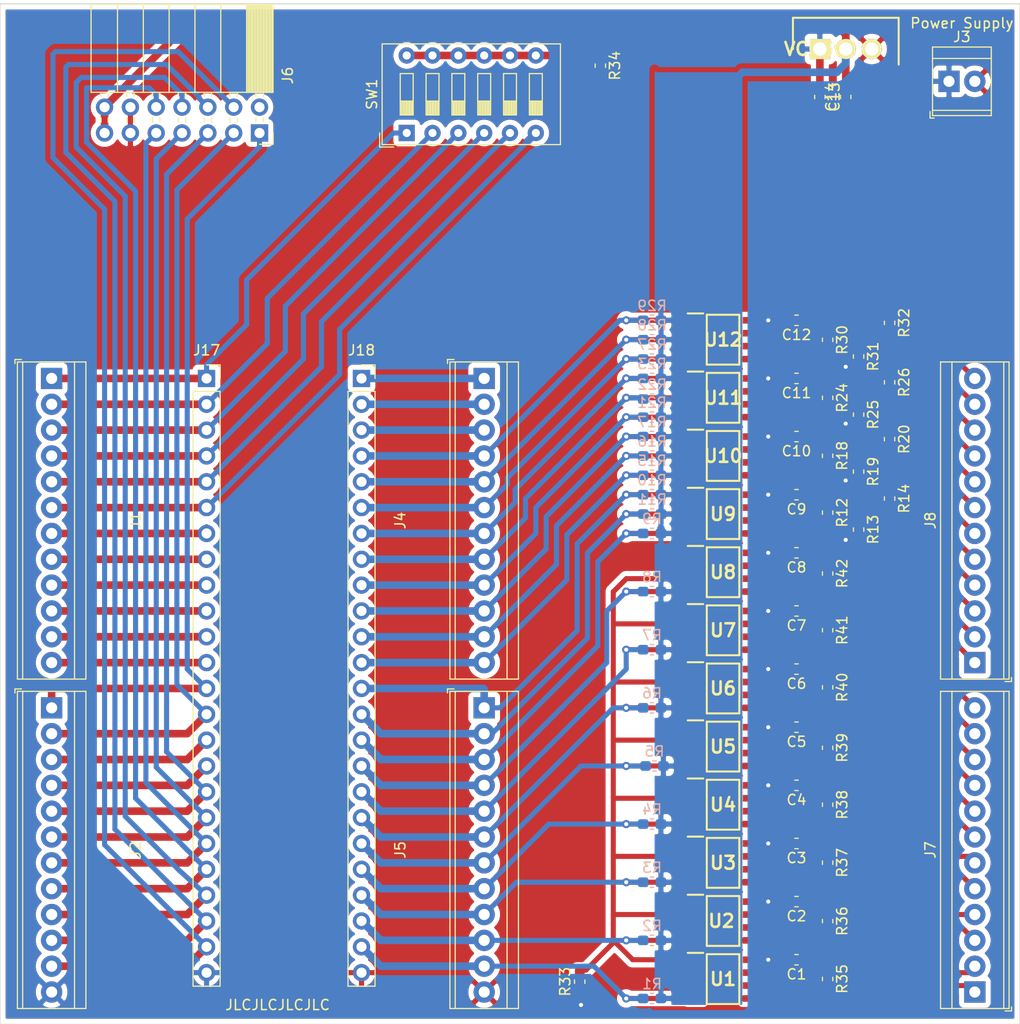
<source format=kicad_pcb>
(kicad_pcb (version 20171130) (host pcbnew "(5.1.5-0-10_14)")

  (general
    (thickness 1.6)
    (drawings 2)
    (tracks 450)
    (zones 0)
    (modules 80)
    (nets 76)
  )

  (page A4)
  (layers
    (0 F.Cu signal)
    (31 B.Cu signal hide)
    (32 B.Adhes user hide)
    (33 F.Adhes user hide)
    (34 B.Paste user)
    (35 F.Paste user)
    (36 B.SilkS user)
    (37 F.SilkS user)
    (38 B.Mask user)
    (39 F.Mask user)
    (40 Dwgs.User user hide)
    (41 Cmts.User user hide)
    (42 Eco1.User user hide)
    (43 Eco2.User user hide)
    (44 Edge.Cuts user hide)
    (45 Margin user hide)
    (46 B.CrtYd user hide)
    (47 F.CrtYd user hide)
    (48 B.Fab user hide)
    (49 F.Fab user hide)
  )

  (setup
    (last_trace_width 0.25)
    (user_trace_width 0.5)
    (user_trace_width 0.75)
    (trace_clearance 0.2)
    (zone_clearance 0.508)
    (zone_45_only no)
    (trace_min 0.2)
    (via_size 0.8)
    (via_drill 0.4)
    (via_min_size 0.4)
    (via_min_drill 0.3)
    (uvia_size 0.3)
    (uvia_drill 0.1)
    (uvias_allowed no)
    (uvia_min_size 0.2)
    (uvia_min_drill 0.1)
    (edge_width 0.05)
    (segment_width 0.2)
    (pcb_text_width 0.3)
    (pcb_text_size 1.5 1.5)
    (mod_edge_width 0.12)
    (mod_text_size 1 1)
    (mod_text_width 0.15)
    (pad_size 1.05 0.95)
    (pad_drill 0)
    (pad_to_mask_clearance 0.051)
    (solder_mask_min_width 0.25)
    (aux_axis_origin 0 0)
    (visible_elements FFFFFF7F)
    (pcbplotparams
      (layerselection 0x010fc_ffffffff)
      (usegerberextensions false)
      (usegerberattributes false)
      (usegerberadvancedattributes false)
      (creategerberjobfile false)
      (excludeedgelayer true)
      (linewidth 0.100000)
      (plotframeref false)
      (viasonmask false)
      (mode 1)
      (useauxorigin false)
      (hpglpennumber 1)
      (hpglpenspeed 20)
      (hpglpendiameter 15.000000)
      (psnegative false)
      (psa4output false)
      (plotreference true)
      (plotvalue true)
      (plotinvisibletext false)
      (padsonsilk false)
      (subtractmaskfromsilk false)
      (outputformat 1)
      (mirror false)
      (drillshape 0)
      (scaleselection 1)
      (outputdirectory "export v2/"))
  )

  (net 0 "")
  (net 1 "Net-(J1-Pad1)")
  (net 2 "Net-(J1-Pad2)")
  (net 3 "Net-(J1-Pad3)")
  (net 4 "Net-(J1-Pad4)")
  (net 5 "Net-(J1-Pad5)")
  (net 6 "Net-(J1-Pad6)")
  (net 7 "Net-(J1-Pad7)")
  (net 8 "Net-(J1-Pad8)")
  (net 9 "Net-(J1-Pad9)")
  (net 10 "Net-(J1-Pad10)")
  (net 11 "Net-(J1-Pad11)")
  (net 12 "Net-(J1-Pad12)")
  (net 13 "Net-(J7-Pad1)")
  (net 14 "Net-(J8-Pad1)")
  (net 15 "Net-(J17-Pad13)")
  (net 16 "Net-(J17-Pad14)")
  (net 17 "Net-(J17-Pad15)")
  (net 18 "Net-(J17-Pad16)")
  (net 19 "Net-(J17-Pad17)")
  (net 20 "Net-(J17-Pad18)")
  (net 21 "Net-(J17-Pad19)")
  (net 22 "Net-(J17-Pad20)")
  (net 23 "Net-(J17-Pad21)")
  (net 24 "Net-(J17-Pad22)")
  (net 25 "Net-(J17-Pad23)")
  (net 26 "Net-(J18-Pad23)")
  (net 27 "Net-(J18-Pad22)")
  (net 28 "Net-(J18-Pad21)")
  (net 29 "Net-(J18-Pad20)")
  (net 30 "Net-(J18-Pad19)")
  (net 31 "Net-(J18-Pad18)")
  (net 32 "Net-(J18-Pad17)")
  (net 33 "Net-(J18-Pad16)")
  (net 34 "Net-(J18-Pad15)")
  (net 35 "Net-(J18-Pad14)")
  (net 36 "Net-(J18-Pad13)")
  (net 37 "Net-(J18-Pad10)")
  (net 38 "Net-(J18-Pad9)")
  (net 39 "Net-(J18-Pad8)")
  (net 40 "Net-(J18-Pad7)")
  (net 41 "Net-(J18-Pad6)")
  (net 42 "Net-(J18-Pad5)")
  (net 43 "Net-(J18-Pad4)")
  (net 44 "Net-(J18-Pad3)")
  (net 45 "Net-(J18-Pad2)")
  (net 46 "Net-(J18-Pad1)")
  (net 47 +5V)
  (net 48 GND)
  (net 49 "Net-(J18-Pad12)")
  (net 50 "Net-(J18-Pad11)")
  (net 51 "Net-(J7-Pad12)")
  (net 52 "Net-(J7-Pad11)")
  (net 53 "Net-(J7-Pad10)")
  (net 54 "Net-(J7-Pad9)")
  (net 55 "Net-(J7-Pad8)")
  (net 56 "Net-(J7-Pad7)")
  (net 57 "Net-(J7-Pad6)")
  (net 58 "Net-(J7-Pad5)")
  (net 59 "Net-(J7-Pad4)")
  (net 60 "Net-(J7-Pad3)")
  (net 61 "Net-(J7-Pad2)")
  (net 62 "Net-(J8-Pad12)")
  (net 63 "Net-(J8-Pad11)")
  (net 64 "Net-(J8-Pad10)")
  (net 65 "Net-(J8-Pad9)")
  (net 66 "Net-(J8-Pad8)")
  (net 67 "Net-(J8-Pad7)")
  (net 68 "Net-(J8-Pad6)")
  (net 69 "Net-(J8-Pad5)")
  (net 70 "Net-(J8-Pad4)")
  (net 71 "Net-(J8-Pad3)")
  (net 72 "Net-(J8-Pad2)")
  (net 73 +3V3)
  (net 74 "Net-(R34-Pad1)")
  (net 75 "Net-(R33-Pad2)")

  (net_class Default "Dies ist die voreingestellte Netzklasse."
    (clearance 0.2)
    (trace_width 0.25)
    (via_dia 0.8)
    (via_drill 0.4)
    (uvia_dia 0.3)
    (uvia_drill 0.1)
    (add_net +3V3)
    (add_net +5V)
    (add_net GND)
    (add_net "Net-(J1-Pad1)")
    (add_net "Net-(J1-Pad10)")
    (add_net "Net-(J1-Pad11)")
    (add_net "Net-(J1-Pad12)")
    (add_net "Net-(J1-Pad2)")
    (add_net "Net-(J1-Pad3)")
    (add_net "Net-(J1-Pad4)")
    (add_net "Net-(J1-Pad5)")
    (add_net "Net-(J1-Pad6)")
    (add_net "Net-(J1-Pad7)")
    (add_net "Net-(J1-Pad8)")
    (add_net "Net-(J1-Pad9)")
    (add_net "Net-(J17-Pad13)")
    (add_net "Net-(J17-Pad14)")
    (add_net "Net-(J17-Pad15)")
    (add_net "Net-(J17-Pad16)")
    (add_net "Net-(J17-Pad17)")
    (add_net "Net-(J17-Pad18)")
    (add_net "Net-(J17-Pad19)")
    (add_net "Net-(J17-Pad20)")
    (add_net "Net-(J17-Pad21)")
    (add_net "Net-(J17-Pad22)")
    (add_net "Net-(J17-Pad23)")
    (add_net "Net-(J18-Pad1)")
    (add_net "Net-(J18-Pad10)")
    (add_net "Net-(J18-Pad11)")
    (add_net "Net-(J18-Pad12)")
    (add_net "Net-(J18-Pad13)")
    (add_net "Net-(J18-Pad14)")
    (add_net "Net-(J18-Pad15)")
    (add_net "Net-(J18-Pad16)")
    (add_net "Net-(J18-Pad17)")
    (add_net "Net-(J18-Pad18)")
    (add_net "Net-(J18-Pad19)")
    (add_net "Net-(J18-Pad2)")
    (add_net "Net-(J18-Pad20)")
    (add_net "Net-(J18-Pad21)")
    (add_net "Net-(J18-Pad22)")
    (add_net "Net-(J18-Pad23)")
    (add_net "Net-(J18-Pad3)")
    (add_net "Net-(J18-Pad4)")
    (add_net "Net-(J18-Pad5)")
    (add_net "Net-(J18-Pad6)")
    (add_net "Net-(J18-Pad7)")
    (add_net "Net-(J18-Pad8)")
    (add_net "Net-(J18-Pad9)")
    (add_net "Net-(J7-Pad1)")
    (add_net "Net-(J7-Pad10)")
    (add_net "Net-(J7-Pad11)")
    (add_net "Net-(J7-Pad12)")
    (add_net "Net-(J7-Pad2)")
    (add_net "Net-(J7-Pad3)")
    (add_net "Net-(J7-Pad4)")
    (add_net "Net-(J7-Pad5)")
    (add_net "Net-(J7-Pad6)")
    (add_net "Net-(J7-Pad7)")
    (add_net "Net-(J7-Pad8)")
    (add_net "Net-(J7-Pad9)")
    (add_net "Net-(J8-Pad1)")
    (add_net "Net-(J8-Pad10)")
    (add_net "Net-(J8-Pad11)")
    (add_net "Net-(J8-Pad12)")
    (add_net "Net-(J8-Pad2)")
    (add_net "Net-(J8-Pad3)")
    (add_net "Net-(J8-Pad4)")
    (add_net "Net-(J8-Pad5)")
    (add_net "Net-(J8-Pad6)")
    (add_net "Net-(J8-Pad7)")
    (add_net "Net-(J8-Pad8)")
    (add_net "Net-(J8-Pad9)")
    (add_net "Net-(R33-Pad2)")
    (add_net "Net-(R34-Pad1)")
  )

  (module LD1117V33:TO255P460X1020X2008-3P (layer F.Cu) (tedit 5F4CDE42) (tstamp 5F4E4359)
    (at 92.71 16.51)
    (descr "3-Pin TO-220")
    (tags "Integrated Circuit")
    (path /5F6D9254)
    (fp_text reference VCC3v3 (at 0 0) (layer F.SilkS)
      (effects (font (size 1.27 1.27) (thickness 0.254)))
    )
    (fp_text value LD1117V33 (at 0 0) (layer F.SilkS) hide
      (effects (font (size 1.27 1.27) (thickness 0.254)))
    )
    (fp_line (start -2.65 -3.07) (end -2.65 0) (layer F.SilkS) (width 0.2))
    (fp_line (start 7.75 -3.07) (end -2.65 -3.07) (layer F.SilkS) (width 0.2))
    (fp_line (start 7.75 1.53) (end 7.75 -3.07) (layer F.SilkS) (width 0.2))
    (fp_line (start -2.65 -1.795) (end -1.375 -3.07) (layer Dwgs.User) (width 0.1))
    (fp_line (start -2.65 1.53) (end -2.65 -3.07) (layer Dwgs.User) (width 0.1))
    (fp_line (start 7.75 1.53) (end -2.65 1.53) (layer Dwgs.User) (width 0.1))
    (fp_line (start 7.75 -3.07) (end 7.75 1.53) (layer Dwgs.User) (width 0.1))
    (fp_line (start -2.65 -3.07) (end 7.75 -3.07) (layer Dwgs.User) (width 0.1))
    (fp_line (start -2.9 1.78) (end -2.9 -3.32) (layer Dwgs.User) (width 0.05))
    (fp_line (start 8 1.78) (end -2.9 1.78) (layer Dwgs.User) (width 0.05))
    (fp_line (start 8 -3.32) (end 8 1.78) (layer Dwgs.User) (width 0.05))
    (fp_line (start -2.9 -3.32) (end 8 -3.32) (layer Dwgs.User) (width 0.05))
    (pad 3 thru_hole circle (at 5.1 0 90) (size 1.98 1.98) (drill 1.32) (layers *.Cu *.Mask F.SilkS)
      (net 48 GND))
    (pad 2 thru_hole circle (at 2.55 0 90) (size 1.98 1.98) (drill 1.32) (layers *.Cu *.Mask F.SilkS)
      (net 73 +3V3))
    (pad 1 thru_hole rect (at 0 0 90) (size 1.98 1.98) (drill 1.32) (layers *.Cu *.Mask F.SilkS)
      (net 47 +5V))
  )

  (module Resistor_SMD:R_0603_1608Metric_Pad1.05x0.95mm_HandSolder (layer F.Cu) (tedit 5B301BBD) (tstamp 5F8B283B)
    (at 93.472 68.072 270)
    (descr "Resistor SMD 0603 (1608 Metric), square (rectangular) end terminal, IPC_7351 nominal with elongated pad for handsoldering. (Body size source: http://www.tortai-tech.com/upload/download/2011102023233369053.pdf), generated with kicad-footprint-generator")
    (tags "resistor handsolder")
    (path /5FC23D45)
    (attr smd)
    (fp_text reference R42 (at 0 -1.43 90) (layer F.SilkS)
      (effects (font (size 1 1) (thickness 0.15)))
    )
    (fp_text value R110 (at 0 1.43 90) (layer F.Fab)
      (effects (font (size 1 1) (thickness 0.15)))
    )
    (fp_text user %R (at 0 0 90) (layer F.Fab)
      (effects (font (size 0.4 0.4) (thickness 0.06)))
    )
    (fp_line (start 1.65 0.73) (end -1.65 0.73) (layer F.CrtYd) (width 0.05))
    (fp_line (start 1.65 -0.73) (end 1.65 0.73) (layer F.CrtYd) (width 0.05))
    (fp_line (start -1.65 -0.73) (end 1.65 -0.73) (layer F.CrtYd) (width 0.05))
    (fp_line (start -1.65 0.73) (end -1.65 -0.73) (layer F.CrtYd) (width 0.05))
    (fp_line (start -0.171267 0.51) (end 0.171267 0.51) (layer F.SilkS) (width 0.12))
    (fp_line (start -0.171267 -0.51) (end 0.171267 -0.51) (layer F.SilkS) (width 0.12))
    (fp_line (start 0.8 0.4) (end -0.8 0.4) (layer F.Fab) (width 0.1))
    (fp_line (start 0.8 -0.4) (end 0.8 0.4) (layer F.Fab) (width 0.1))
    (fp_line (start -0.8 -0.4) (end 0.8 -0.4) (layer F.Fab) (width 0.1))
    (fp_line (start -0.8 0.4) (end -0.8 -0.4) (layer F.Fab) (width 0.1))
    (pad 2 smd roundrect (at 0.875 0 270) (size 1.05 0.95) (layers F.Cu F.Paste F.Mask) (roundrect_rratio 0.25)
      (net 71 "Net-(J8-Pad3)"))
    (pad 1 smd roundrect (at -0.875 0 270) (size 1.05 0.95) (layers F.Cu F.Paste F.Mask) (roundrect_rratio 0.25)
      (net 70 "Net-(J8-Pad4)"))
    (model ${KISYS3DMOD}/Resistor_SMD.3dshapes/R_0603_1608Metric.wrl
      (at (xyz 0 0 0))
      (scale (xyz 1 1 1))
      (rotate (xyz 0 0 0))
    )
  )

  (module Resistor_SMD:R_0603_1608Metric_Pad1.05x0.95mm_HandSolder (layer F.Cu) (tedit 5B301BBD) (tstamp 5F8B282A)
    (at 93.472 73.646 270)
    (descr "Resistor SMD 0603 (1608 Metric), square (rectangular) end terminal, IPC_7351 nominal with elongated pad for handsoldering. (Body size source: http://www.tortai-tech.com/upload/download/2011102023233369053.pdf), generated with kicad-footprint-generator")
    (tags "resistor handsolder")
    (path /5FBB4B24)
    (attr smd)
    (fp_text reference R41 (at 0 -1.43 90) (layer F.SilkS)
      (effects (font (size 1 1) (thickness 0.15)))
    )
    (fp_text value R110 (at 0 1.43 90) (layer F.Fab)
      (effects (font (size 1 1) (thickness 0.15)))
    )
    (fp_text user %R (at 0 0 90) (layer F.Fab)
      (effects (font (size 0.4 0.4) (thickness 0.06)))
    )
    (fp_line (start 1.65 0.73) (end -1.65 0.73) (layer F.CrtYd) (width 0.05))
    (fp_line (start 1.65 -0.73) (end 1.65 0.73) (layer F.CrtYd) (width 0.05))
    (fp_line (start -1.65 -0.73) (end 1.65 -0.73) (layer F.CrtYd) (width 0.05))
    (fp_line (start -1.65 0.73) (end -1.65 -0.73) (layer F.CrtYd) (width 0.05))
    (fp_line (start -0.171267 0.51) (end 0.171267 0.51) (layer F.SilkS) (width 0.12))
    (fp_line (start -0.171267 -0.51) (end 0.171267 -0.51) (layer F.SilkS) (width 0.12))
    (fp_line (start 0.8 0.4) (end -0.8 0.4) (layer F.Fab) (width 0.1))
    (fp_line (start 0.8 -0.4) (end 0.8 0.4) (layer F.Fab) (width 0.1))
    (fp_line (start -0.8 -0.4) (end 0.8 -0.4) (layer F.Fab) (width 0.1))
    (fp_line (start -0.8 0.4) (end -0.8 -0.4) (layer F.Fab) (width 0.1))
    (pad 2 smd roundrect (at 0.875 0 270) (size 1.05 0.95) (layers F.Cu F.Paste F.Mask) (roundrect_rratio 0.25)
      (net 14 "Net-(J8-Pad1)"))
    (pad 1 smd roundrect (at -0.875 0 270) (size 1.05 0.95) (layers F.Cu F.Paste F.Mask) (roundrect_rratio 0.25)
      (net 72 "Net-(J8-Pad2)"))
    (model ${KISYS3DMOD}/Resistor_SMD.3dshapes/R_0603_1608Metric.wrl
      (at (xyz 0 0 0))
      (scale (xyz 1 1 1))
      (rotate (xyz 0 0 0))
    )
  )

  (module Resistor_SMD:R_0603_1608Metric_Pad1.05x0.95mm_HandSolder (layer F.Cu) (tedit 5B301BBD) (tstamp 5F8B2819)
    (at 93.472 79.262 270)
    (descr "Resistor SMD 0603 (1608 Metric), square (rectangular) end terminal, IPC_7351 nominal with elongated pad for handsoldering. (Body size source: http://www.tortai-tech.com/upload/download/2011102023233369053.pdf), generated with kicad-footprint-generator")
    (tags "resistor handsolder")
    (path /5FB45F9F)
    (attr smd)
    (fp_text reference R40 (at 0 -1.43 90) (layer F.SilkS)
      (effects (font (size 1 1) (thickness 0.15)))
    )
    (fp_text value R110 (at 0 1.43 90) (layer F.Fab)
      (effects (font (size 1 1) (thickness 0.15)))
    )
    (fp_text user %R (at 0 0 90) (layer F.Fab)
      (effects (font (size 0.4 0.4) (thickness 0.06)))
    )
    (fp_line (start 1.65 0.73) (end -1.65 0.73) (layer F.CrtYd) (width 0.05))
    (fp_line (start 1.65 -0.73) (end 1.65 0.73) (layer F.CrtYd) (width 0.05))
    (fp_line (start -1.65 -0.73) (end 1.65 -0.73) (layer F.CrtYd) (width 0.05))
    (fp_line (start -1.65 0.73) (end -1.65 -0.73) (layer F.CrtYd) (width 0.05))
    (fp_line (start -0.171267 0.51) (end 0.171267 0.51) (layer F.SilkS) (width 0.12))
    (fp_line (start -0.171267 -0.51) (end 0.171267 -0.51) (layer F.SilkS) (width 0.12))
    (fp_line (start 0.8 0.4) (end -0.8 0.4) (layer F.Fab) (width 0.1))
    (fp_line (start 0.8 -0.4) (end 0.8 0.4) (layer F.Fab) (width 0.1))
    (fp_line (start -0.8 -0.4) (end 0.8 -0.4) (layer F.Fab) (width 0.1))
    (fp_line (start -0.8 0.4) (end -0.8 -0.4) (layer F.Fab) (width 0.1))
    (pad 2 smd roundrect (at 0.875 0 270) (size 1.05 0.95) (layers F.Cu F.Paste F.Mask) (roundrect_rratio 0.25)
      (net 52 "Net-(J7-Pad11)"))
    (pad 1 smd roundrect (at -0.875 0 270) (size 1.05 0.95) (layers F.Cu F.Paste F.Mask) (roundrect_rratio 0.25)
      (net 51 "Net-(J7-Pad12)"))
    (model ${KISYS3DMOD}/Resistor_SMD.3dshapes/R_0603_1608Metric.wrl
      (at (xyz 0 0 0))
      (scale (xyz 1 1 1))
      (rotate (xyz 0 0 0))
    )
  )

  (module Resistor_SMD:R_0603_1608Metric_Pad1.05x0.95mm_HandSolder (layer F.Cu) (tedit 5B301BBD) (tstamp 5F8B2808)
    (at 93.472 85.203 270)
    (descr "Resistor SMD 0603 (1608 Metric), square (rectangular) end terminal, IPC_7351 nominal with elongated pad for handsoldering. (Body size source: http://www.tortai-tech.com/upload/download/2011102023233369053.pdf), generated with kicad-footprint-generator")
    (tags "resistor handsolder")
    (path /5F91CF8A)
    (attr smd)
    (fp_text reference R39 (at 0 -1.43 90) (layer F.SilkS)
      (effects (font (size 1 1) (thickness 0.15)))
    )
    (fp_text value R110 (at 0 1.43 90) (layer F.Fab)
      (effects (font (size 1 1) (thickness 0.15)))
    )
    (fp_text user %R (at 0 0 90) (layer F.Fab)
      (effects (font (size 0.4 0.4) (thickness 0.06)))
    )
    (fp_line (start 1.65 0.73) (end -1.65 0.73) (layer F.CrtYd) (width 0.05))
    (fp_line (start 1.65 -0.73) (end 1.65 0.73) (layer F.CrtYd) (width 0.05))
    (fp_line (start -1.65 -0.73) (end 1.65 -0.73) (layer F.CrtYd) (width 0.05))
    (fp_line (start -1.65 0.73) (end -1.65 -0.73) (layer F.CrtYd) (width 0.05))
    (fp_line (start -0.171267 0.51) (end 0.171267 0.51) (layer F.SilkS) (width 0.12))
    (fp_line (start -0.171267 -0.51) (end 0.171267 -0.51) (layer F.SilkS) (width 0.12))
    (fp_line (start 0.8 0.4) (end -0.8 0.4) (layer F.Fab) (width 0.1))
    (fp_line (start 0.8 -0.4) (end 0.8 0.4) (layer F.Fab) (width 0.1))
    (fp_line (start -0.8 -0.4) (end 0.8 -0.4) (layer F.Fab) (width 0.1))
    (fp_line (start -0.8 0.4) (end -0.8 -0.4) (layer F.Fab) (width 0.1))
    (pad 2 smd roundrect (at 0.875 0 270) (size 1.05 0.95) (layers F.Cu F.Paste F.Mask) (roundrect_rratio 0.25)
      (net 54 "Net-(J7-Pad9)"))
    (pad 1 smd roundrect (at -0.875 0 270) (size 1.05 0.95) (layers F.Cu F.Paste F.Mask) (roundrect_rratio 0.25)
      (net 53 "Net-(J7-Pad10)"))
    (model ${KISYS3DMOD}/Resistor_SMD.3dshapes/R_0603_1608Metric.wrl
      (at (xyz 0 0 0))
      (scale (xyz 1 1 1))
      (rotate (xyz 0 0 0))
    )
  )

  (module Resistor_SMD:R_0603_1608Metric_Pad1.05x0.95mm_HandSolder (layer F.Cu) (tedit 5B301BBD) (tstamp 5F8B27F7)
    (at 93.472 90.805 270)
    (descr "Resistor SMD 0603 (1608 Metric), square (rectangular) end terminal, IPC_7351 nominal with elongated pad for handsoldering. (Body size source: http://www.tortai-tech.com/upload/download/2011102023233369053.pdf), generated with kicad-footprint-generator")
    (tags "resistor handsolder")
    (path /5F98B956)
    (attr smd)
    (fp_text reference R38 (at 0 -1.43 90) (layer F.SilkS)
      (effects (font (size 1 1) (thickness 0.15)))
    )
    (fp_text value R110 (at 0 1.43 90) (layer F.Fab)
      (effects (font (size 1 1) (thickness 0.15)))
    )
    (fp_text user %R (at 0 0 90) (layer F.Fab)
      (effects (font (size 0.4 0.4) (thickness 0.06)))
    )
    (fp_line (start 1.65 0.73) (end -1.65 0.73) (layer F.CrtYd) (width 0.05))
    (fp_line (start 1.65 -0.73) (end 1.65 0.73) (layer F.CrtYd) (width 0.05))
    (fp_line (start -1.65 -0.73) (end 1.65 -0.73) (layer F.CrtYd) (width 0.05))
    (fp_line (start -1.65 0.73) (end -1.65 -0.73) (layer F.CrtYd) (width 0.05))
    (fp_line (start -0.171267 0.51) (end 0.171267 0.51) (layer F.SilkS) (width 0.12))
    (fp_line (start -0.171267 -0.51) (end 0.171267 -0.51) (layer F.SilkS) (width 0.12))
    (fp_line (start 0.8 0.4) (end -0.8 0.4) (layer F.Fab) (width 0.1))
    (fp_line (start 0.8 -0.4) (end 0.8 0.4) (layer F.Fab) (width 0.1))
    (fp_line (start -0.8 -0.4) (end 0.8 -0.4) (layer F.Fab) (width 0.1))
    (fp_line (start -0.8 0.4) (end -0.8 -0.4) (layer F.Fab) (width 0.1))
    (pad 2 smd roundrect (at 0.875 0 270) (size 1.05 0.95) (layers F.Cu F.Paste F.Mask) (roundrect_rratio 0.25)
      (net 56 "Net-(J7-Pad7)"))
    (pad 1 smd roundrect (at -0.875 0 270) (size 1.05 0.95) (layers F.Cu F.Paste F.Mask) (roundrect_rratio 0.25)
      (net 55 "Net-(J7-Pad8)"))
    (model ${KISYS3DMOD}/Resistor_SMD.3dshapes/R_0603_1608Metric.wrl
      (at (xyz 0 0 0))
      (scale (xyz 1 1 1))
      (rotate (xyz 0 0 0))
    )
  )

  (module Resistor_SMD:R_0603_1608Metric_Pad1.05x0.95mm_HandSolder (layer F.Cu) (tedit 5B301BBD) (tstamp 5F8B27E6)
    (at 93.472 96.506 270)
    (descr "Resistor SMD 0603 (1608 Metric), square (rectangular) end terminal, IPC_7351 nominal with elongated pad for handsoldering. (Body size source: http://www.tortai-tech.com/upload/download/2011102023233369053.pdf), generated with kicad-footprint-generator")
    (tags "resistor handsolder")
    (path /5F9FA2F8)
    (attr smd)
    (fp_text reference R37 (at 0 -1.43 90) (layer F.SilkS)
      (effects (font (size 1 1) (thickness 0.15)))
    )
    (fp_text value R110 (at 0 1.43 90) (layer F.Fab)
      (effects (font (size 1 1) (thickness 0.15)))
    )
    (fp_text user %R (at 0 0 90) (layer F.Fab)
      (effects (font (size 0.4 0.4) (thickness 0.06)))
    )
    (fp_line (start 1.65 0.73) (end -1.65 0.73) (layer F.CrtYd) (width 0.05))
    (fp_line (start 1.65 -0.73) (end 1.65 0.73) (layer F.CrtYd) (width 0.05))
    (fp_line (start -1.65 -0.73) (end 1.65 -0.73) (layer F.CrtYd) (width 0.05))
    (fp_line (start -1.65 0.73) (end -1.65 -0.73) (layer F.CrtYd) (width 0.05))
    (fp_line (start -0.171267 0.51) (end 0.171267 0.51) (layer F.SilkS) (width 0.12))
    (fp_line (start -0.171267 -0.51) (end 0.171267 -0.51) (layer F.SilkS) (width 0.12))
    (fp_line (start 0.8 0.4) (end -0.8 0.4) (layer F.Fab) (width 0.1))
    (fp_line (start 0.8 -0.4) (end 0.8 0.4) (layer F.Fab) (width 0.1))
    (fp_line (start -0.8 -0.4) (end 0.8 -0.4) (layer F.Fab) (width 0.1))
    (fp_line (start -0.8 0.4) (end -0.8 -0.4) (layer F.Fab) (width 0.1))
    (pad 2 smd roundrect (at 0.875 0 270) (size 1.05 0.95) (layers F.Cu F.Paste F.Mask) (roundrect_rratio 0.25)
      (net 58 "Net-(J7-Pad5)"))
    (pad 1 smd roundrect (at -0.875 0 270) (size 1.05 0.95) (layers F.Cu F.Paste F.Mask) (roundrect_rratio 0.25)
      (net 57 "Net-(J7-Pad6)"))
    (model ${KISYS3DMOD}/Resistor_SMD.3dshapes/R_0603_1608Metric.wrl
      (at (xyz 0 0 0))
      (scale (xyz 1 1 1))
      (rotate (xyz 0 0 0))
    )
  )

  (module Resistor_SMD:R_0603_1608Metric_Pad1.05x0.95mm_HandSolder (layer F.Cu) (tedit 5B301BBD) (tstamp 5F8B27D5)
    (at 93.472 102.249 270)
    (descr "Resistor SMD 0603 (1608 Metric), square (rectangular) end terminal, IPC_7351 nominal with elongated pad for handsoldering. (Body size source: http://www.tortai-tech.com/upload/download/2011102023233369053.pdf), generated with kicad-footprint-generator")
    (tags "resistor handsolder")
    (path /5FA68D6C)
    (attr smd)
    (fp_text reference R36 (at 0 -1.43 90) (layer F.SilkS)
      (effects (font (size 1 1) (thickness 0.15)))
    )
    (fp_text value R110 (at 0 1.43 90) (layer F.Fab)
      (effects (font (size 1 1) (thickness 0.15)))
    )
    (fp_text user %R (at 0 0 90) (layer F.Fab)
      (effects (font (size 0.4 0.4) (thickness 0.06)))
    )
    (fp_line (start 1.65 0.73) (end -1.65 0.73) (layer F.CrtYd) (width 0.05))
    (fp_line (start 1.65 -0.73) (end 1.65 0.73) (layer F.CrtYd) (width 0.05))
    (fp_line (start -1.65 -0.73) (end 1.65 -0.73) (layer F.CrtYd) (width 0.05))
    (fp_line (start -1.65 0.73) (end -1.65 -0.73) (layer F.CrtYd) (width 0.05))
    (fp_line (start -0.171267 0.51) (end 0.171267 0.51) (layer F.SilkS) (width 0.12))
    (fp_line (start -0.171267 -0.51) (end 0.171267 -0.51) (layer F.SilkS) (width 0.12))
    (fp_line (start 0.8 0.4) (end -0.8 0.4) (layer F.Fab) (width 0.1))
    (fp_line (start 0.8 -0.4) (end 0.8 0.4) (layer F.Fab) (width 0.1))
    (fp_line (start -0.8 -0.4) (end 0.8 -0.4) (layer F.Fab) (width 0.1))
    (fp_line (start -0.8 0.4) (end -0.8 -0.4) (layer F.Fab) (width 0.1))
    (pad 2 smd roundrect (at 0.875 0 270) (size 1.05 0.95) (layers F.Cu F.Paste F.Mask) (roundrect_rratio 0.25)
      (net 60 "Net-(J7-Pad3)"))
    (pad 1 smd roundrect (at -0.875 0 270) (size 1.05 0.95) (layers F.Cu F.Paste F.Mask) (roundrect_rratio 0.25)
      (net 59 "Net-(J7-Pad4)"))
    (model ${KISYS3DMOD}/Resistor_SMD.3dshapes/R_0603_1608Metric.wrl
      (at (xyz 0 0 0))
      (scale (xyz 1 1 1))
      (rotate (xyz 0 0 0))
    )
  )

  (module Resistor_SMD:R_0603_1608Metric_Pad1.05x0.95mm_HandSolder (layer F.Cu) (tedit 5B301BBD) (tstamp 5F8B27C4)
    (at 93.472 107.936 270)
    (descr "Resistor SMD 0603 (1608 Metric), square (rectangular) end terminal, IPC_7351 nominal with elongated pad for handsoldering. (Body size source: http://www.tortai-tech.com/upload/download/2011102023233369053.pdf), generated with kicad-footprint-generator")
    (tags "resistor handsolder")
    (path /5FAD7651)
    (attr smd)
    (fp_text reference R35 (at 0 -1.43 90) (layer F.SilkS)
      (effects (font (size 1 1) (thickness 0.15)))
    )
    (fp_text value R110 (at 0 1.43 90) (layer F.Fab)
      (effects (font (size 1 1) (thickness 0.15)))
    )
    (fp_text user %R (at 0 0 90) (layer F.Fab)
      (effects (font (size 0.4 0.4) (thickness 0.06)))
    )
    (fp_line (start 1.65 0.73) (end -1.65 0.73) (layer F.CrtYd) (width 0.05))
    (fp_line (start 1.65 -0.73) (end 1.65 0.73) (layer F.CrtYd) (width 0.05))
    (fp_line (start -1.65 -0.73) (end 1.65 -0.73) (layer F.CrtYd) (width 0.05))
    (fp_line (start -1.65 0.73) (end -1.65 -0.73) (layer F.CrtYd) (width 0.05))
    (fp_line (start -0.171267 0.51) (end 0.171267 0.51) (layer F.SilkS) (width 0.12))
    (fp_line (start -0.171267 -0.51) (end 0.171267 -0.51) (layer F.SilkS) (width 0.12))
    (fp_line (start 0.8 0.4) (end -0.8 0.4) (layer F.Fab) (width 0.1))
    (fp_line (start 0.8 -0.4) (end 0.8 0.4) (layer F.Fab) (width 0.1))
    (fp_line (start -0.8 -0.4) (end 0.8 -0.4) (layer F.Fab) (width 0.1))
    (fp_line (start -0.8 0.4) (end -0.8 -0.4) (layer F.Fab) (width 0.1))
    (pad 2 smd roundrect (at 0.875 0 270) (size 1.05 0.95) (layers F.Cu F.Paste F.Mask) (roundrect_rratio 0.25)
      (net 13 "Net-(J7-Pad1)"))
    (pad 1 smd roundrect (at -0.875 0 270) (size 1.05 0.95) (layers F.Cu F.Paste F.Mask) (roundrect_rratio 0.25)
      (net 61 "Net-(J7-Pad2)"))
    (model ${KISYS3DMOD}/Resistor_SMD.3dshapes/R_0603_1608Metric.wrl
      (at (xyz 0 0 0))
      (scale (xyz 1 1 1))
      (rotate (xyz 0 0 0))
    )
  )

  (module Resistor_SMD:R_0603_1608Metric_Pad1.05x0.95mm_HandSolder (layer F.Cu) (tedit 5B301BBD) (tstamp 5F8B5D3A)
    (at 69.088 108.204 90)
    (descr "Resistor SMD 0603 (1608 Metric), square (rectangular) end terminal, IPC_7351 nominal with elongated pad for handsoldering. (Body size source: http://www.tortai-tech.com/upload/download/2011102023233369053.pdf), generated with kicad-footprint-generator")
    (tags "resistor handsolder")
    (path /5FA01F27)
    (attr smd)
    (fp_text reference R33 (at 0 -1.43 90) (layer F.SilkS)
      (effects (font (size 1 1) (thickness 0.15)))
    )
    (fp_text value 10k (at 0 1.43 90) (layer F.Fab)
      (effects (font (size 1 1) (thickness 0.15)))
    )
    (fp_text user %R (at 0 0 90) (layer F.Fab)
      (effects (font (size 0.4 0.4) (thickness 0.06)))
    )
    (fp_line (start 1.65 0.73) (end -1.65 0.73) (layer F.CrtYd) (width 0.05))
    (fp_line (start 1.65 -0.73) (end 1.65 0.73) (layer F.CrtYd) (width 0.05))
    (fp_line (start -1.65 -0.73) (end 1.65 -0.73) (layer F.CrtYd) (width 0.05))
    (fp_line (start -1.65 0.73) (end -1.65 -0.73) (layer F.CrtYd) (width 0.05))
    (fp_line (start -0.171267 0.51) (end 0.171267 0.51) (layer F.SilkS) (width 0.12))
    (fp_line (start -0.171267 -0.51) (end 0.171267 -0.51) (layer F.SilkS) (width 0.12))
    (fp_line (start 0.8 0.4) (end -0.8 0.4) (layer F.Fab) (width 0.1))
    (fp_line (start 0.8 -0.4) (end 0.8 0.4) (layer F.Fab) (width 0.1))
    (fp_line (start -0.8 -0.4) (end 0.8 -0.4) (layer F.Fab) (width 0.1))
    (fp_line (start -0.8 0.4) (end -0.8 -0.4) (layer F.Fab) (width 0.1))
    (pad 2 smd roundrect (at 0.875 0 90) (size 1.05 0.95) (layers F.Cu F.Paste F.Mask) (roundrect_rratio 0.25)
      (net 75 "Net-(R33-Pad2)"))
    (pad 1 smd roundrect (at -0.875 0 90) (size 1.05 0.95) (layers F.Cu F.Paste F.Mask) (roundrect_rratio 0.25)
      (net 47 +5V))
    (model ${KISYS3DMOD}/Resistor_SMD.3dshapes/R_0603_1608Metric.wrl
      (at (xyz 0 0 0))
      (scale (xyz 1 1 1))
      (rotate (xyz 0 0 0))
    )
  )

  (module Resistor_SMD:R_0603_1608Metric_Pad1.05x0.95mm_HandSolder (layer F.Cu) (tedit 5B301BBD) (tstamp 5F891516)
    (at 99.568 43.434 270)
    (descr "Resistor SMD 0603 (1608 Metric), square (rectangular) end terminal, IPC_7351 nominal with elongated pad for handsoldering. (Body size source: http://www.tortai-tech.com/upload/download/2011102023233369053.pdf), generated with kicad-footprint-generator")
    (tags "resistor handsolder")
    (path /5F96C254)
    (attr smd)
    (fp_text reference R32 (at 0 -1.43 90) (layer F.SilkS)
      (effects (font (size 1 1) (thickness 0.15)))
    )
    (fp_text value R20k (at 0 1.43 90) (layer F.Fab)
      (effects (font (size 1 1) (thickness 0.15)))
    )
    (fp_text user %R (at 0 0 90) (layer F.Fab)
      (effects (font (size 0.4 0.4) (thickness 0.06)))
    )
    (fp_line (start 1.65 0.73) (end -1.65 0.73) (layer F.CrtYd) (width 0.05))
    (fp_line (start 1.65 -0.73) (end 1.65 0.73) (layer F.CrtYd) (width 0.05))
    (fp_line (start -1.65 -0.73) (end 1.65 -0.73) (layer F.CrtYd) (width 0.05))
    (fp_line (start -1.65 0.73) (end -1.65 -0.73) (layer F.CrtYd) (width 0.05))
    (fp_line (start -0.171267 0.51) (end 0.171267 0.51) (layer F.SilkS) (width 0.12))
    (fp_line (start -0.171267 -0.51) (end 0.171267 -0.51) (layer F.SilkS) (width 0.12))
    (fp_line (start 0.8 0.4) (end -0.8 0.4) (layer F.Fab) (width 0.1))
    (fp_line (start 0.8 -0.4) (end 0.8 0.4) (layer F.Fab) (width 0.1))
    (fp_line (start -0.8 -0.4) (end 0.8 -0.4) (layer F.Fab) (width 0.1))
    (fp_line (start -0.8 0.4) (end -0.8 -0.4) (layer F.Fab) (width 0.1))
    (pad 2 smd roundrect (at 0.875 0 270) (size 1.05 0.95) (layers F.Cu F.Paste F.Mask) (roundrect_rratio 0.25)
      (net 62 "Net-(J8-Pad12)"))
    (pad 1 smd roundrect (at -0.875 0 270) (size 1.05 0.95) (layers F.Cu F.Paste F.Mask) (roundrect_rratio 0.25)
      (net 48 GND))
    (model ${KISYS3DMOD}/Resistor_SMD.3dshapes/R_0603_1608Metric.wrl
      (at (xyz 0 0 0))
      (scale (xyz 1 1 1))
      (rotate (xyz 0 0 0))
    )
  )

  (module Resistor_SMD:R_0603_1608Metric_Pad1.05x0.95mm_HandSolder (layer F.Cu) (tedit 5B301BBD) (tstamp 5F891505)
    (at 96.52 46.736 270)
    (descr "Resistor SMD 0603 (1608 Metric), square (rectangular) end terminal, IPC_7351 nominal with elongated pad for handsoldering. (Body size source: http://www.tortai-tech.com/upload/download/2011102023233369053.pdf), generated with kicad-footprint-generator")
    (tags "resistor handsolder")
    (path /5F96D749)
    (attr smd)
    (fp_text reference R31 (at 0 -1.43 90) (layer F.SilkS)
      (effects (font (size 1 1) (thickness 0.15)))
    )
    (fp_text value R20k (at 0 1.43 90) (layer F.Fab)
      (effects (font (size 1 1) (thickness 0.15)))
    )
    (fp_text user %R (at 0 0 90) (layer F.Fab)
      (effects (font (size 0.4 0.4) (thickness 0.06)))
    )
    (fp_line (start 1.65 0.73) (end -1.65 0.73) (layer F.CrtYd) (width 0.05))
    (fp_line (start 1.65 -0.73) (end 1.65 0.73) (layer F.CrtYd) (width 0.05))
    (fp_line (start -1.65 -0.73) (end 1.65 -0.73) (layer F.CrtYd) (width 0.05))
    (fp_line (start -1.65 0.73) (end -1.65 -0.73) (layer F.CrtYd) (width 0.05))
    (fp_line (start -0.171267 0.51) (end 0.171267 0.51) (layer F.SilkS) (width 0.12))
    (fp_line (start -0.171267 -0.51) (end 0.171267 -0.51) (layer F.SilkS) (width 0.12))
    (fp_line (start 0.8 0.4) (end -0.8 0.4) (layer F.Fab) (width 0.1))
    (fp_line (start 0.8 -0.4) (end 0.8 0.4) (layer F.Fab) (width 0.1))
    (fp_line (start -0.8 -0.4) (end 0.8 -0.4) (layer F.Fab) (width 0.1))
    (fp_line (start -0.8 0.4) (end -0.8 -0.4) (layer F.Fab) (width 0.1))
    (pad 2 smd roundrect (at 0.875 0 270) (size 1.05 0.95) (layers F.Cu F.Paste F.Mask) (roundrect_rratio 0.25)
      (net 47 +5V))
    (pad 1 smd roundrect (at -0.875 0 270) (size 1.05 0.95) (layers F.Cu F.Paste F.Mask) (roundrect_rratio 0.25)
      (net 63 "Net-(J8-Pad11)"))
    (model ${KISYS3DMOD}/Resistor_SMD.3dshapes/R_0603_1608Metric.wrl
      (at (xyz 0 0 0))
      (scale (xyz 1 1 1))
      (rotate (xyz 0 0 0))
    )
  )

  (module Resistor_SMD:R_0603_1608Metric_Pad1.05x0.95mm_HandSolder (layer F.Cu) (tedit 5B301BBD) (tstamp 5F8914F4)
    (at 93.472 45.099 270)
    (descr "Resistor SMD 0603 (1608 Metric), square (rectangular) end terminal, IPC_7351 nominal with elongated pad for handsoldering. (Body size source: http://www.tortai-tech.com/upload/download/2011102023233369053.pdf), generated with kicad-footprint-generator")
    (tags "resistor handsolder")
    (path /5F8F7CE8)
    (attr smd)
    (fp_text reference R30 (at 0 -1.43 90) (layer F.SilkS)
      (effects (font (size 1 1) (thickness 0.15)))
    )
    (fp_text value R110 (at 0 1.43 90) (layer F.Fab)
      (effects (font (size 1 1) (thickness 0.15)))
    )
    (fp_text user %R (at 0 0 90) (layer F.Fab)
      (effects (font (size 0.4 0.4) (thickness 0.06)))
    )
    (fp_line (start 1.65 0.73) (end -1.65 0.73) (layer F.CrtYd) (width 0.05))
    (fp_line (start 1.65 -0.73) (end 1.65 0.73) (layer F.CrtYd) (width 0.05))
    (fp_line (start -1.65 -0.73) (end 1.65 -0.73) (layer F.CrtYd) (width 0.05))
    (fp_line (start -1.65 0.73) (end -1.65 -0.73) (layer F.CrtYd) (width 0.05))
    (fp_line (start -0.171267 0.51) (end 0.171267 0.51) (layer F.SilkS) (width 0.12))
    (fp_line (start -0.171267 -0.51) (end 0.171267 -0.51) (layer F.SilkS) (width 0.12))
    (fp_line (start 0.8 0.4) (end -0.8 0.4) (layer F.Fab) (width 0.1))
    (fp_line (start 0.8 -0.4) (end 0.8 0.4) (layer F.Fab) (width 0.1))
    (fp_line (start -0.8 -0.4) (end 0.8 -0.4) (layer F.Fab) (width 0.1))
    (fp_line (start -0.8 0.4) (end -0.8 -0.4) (layer F.Fab) (width 0.1))
    (pad 2 smd roundrect (at 0.875 0 270) (size 1.05 0.95) (layers F.Cu F.Paste F.Mask) (roundrect_rratio 0.25)
      (net 63 "Net-(J8-Pad11)"))
    (pad 1 smd roundrect (at -0.875 0 270) (size 1.05 0.95) (layers F.Cu F.Paste F.Mask) (roundrect_rratio 0.25)
      (net 62 "Net-(J8-Pad12)"))
    (model ${KISYS3DMOD}/Resistor_SMD.3dshapes/R_0603_1608Metric.wrl
      (at (xyz 0 0 0))
      (scale (xyz 1 1 1))
      (rotate (xyz 0 0 0))
    )
  )

  (module Resistor_SMD:R_0603_1608Metric_Pad1.05x0.95mm_HandSolder (layer F.Cu) (tedit 5B301BBD) (tstamp 5F8914B3)
    (at 99.568 49.276 270)
    (descr "Resistor SMD 0603 (1608 Metric), square (rectangular) end terminal, IPC_7351 nominal with elongated pad for handsoldering. (Body size source: http://www.tortai-tech.com/upload/download/2011102023233369053.pdf), generated with kicad-footprint-generator")
    (tags "resistor handsolder")
    (path /5F969E46)
    (attr smd)
    (fp_text reference R26 (at 0 -1.43 90) (layer F.SilkS)
      (effects (font (size 1 1) (thickness 0.15)))
    )
    (fp_text value R20k (at 0 1.43 90) (layer F.Fab)
      (effects (font (size 1 1) (thickness 0.15)))
    )
    (fp_text user %R (at 0 0 90) (layer F.Fab)
      (effects (font (size 0.4 0.4) (thickness 0.06)))
    )
    (fp_line (start 1.65 0.73) (end -1.65 0.73) (layer F.CrtYd) (width 0.05))
    (fp_line (start 1.65 -0.73) (end 1.65 0.73) (layer F.CrtYd) (width 0.05))
    (fp_line (start -1.65 -0.73) (end 1.65 -0.73) (layer F.CrtYd) (width 0.05))
    (fp_line (start -1.65 0.73) (end -1.65 -0.73) (layer F.CrtYd) (width 0.05))
    (fp_line (start -0.171267 0.51) (end 0.171267 0.51) (layer F.SilkS) (width 0.12))
    (fp_line (start -0.171267 -0.51) (end 0.171267 -0.51) (layer F.SilkS) (width 0.12))
    (fp_line (start 0.8 0.4) (end -0.8 0.4) (layer F.Fab) (width 0.1))
    (fp_line (start 0.8 -0.4) (end 0.8 0.4) (layer F.Fab) (width 0.1))
    (fp_line (start -0.8 -0.4) (end 0.8 -0.4) (layer F.Fab) (width 0.1))
    (fp_line (start -0.8 0.4) (end -0.8 -0.4) (layer F.Fab) (width 0.1))
    (pad 2 smd roundrect (at 0.875 0 270) (size 1.05 0.95) (layers F.Cu F.Paste F.Mask) (roundrect_rratio 0.25)
      (net 64 "Net-(J8-Pad10)"))
    (pad 1 smd roundrect (at -0.875 0 270) (size 1.05 0.95) (layers F.Cu F.Paste F.Mask) (roundrect_rratio 0.25)
      (net 48 GND))
    (model ${KISYS3DMOD}/Resistor_SMD.3dshapes/R_0603_1608Metric.wrl
      (at (xyz 0 0 0))
      (scale (xyz 1 1 1))
      (rotate (xyz 0 0 0))
    )
  )

  (module Resistor_SMD:R_0603_1608Metric_Pad1.05x0.95mm_HandSolder (layer F.Cu) (tedit 5B301BBD) (tstamp 5F8914A2)
    (at 96.52 52.451 270)
    (descr "Resistor SMD 0603 (1608 Metric), square (rectangular) end terminal, IPC_7351 nominal with elongated pad for handsoldering. (Body size source: http://www.tortai-tech.com/upload/download/2011102023233369053.pdf), generated with kicad-footprint-generator")
    (tags "resistor handsolder")
    (path /5F96B1AA)
    (attr smd)
    (fp_text reference R25 (at 0 -1.43 90) (layer F.SilkS)
      (effects (font (size 1 1) (thickness 0.15)))
    )
    (fp_text value R20k (at 0 1.43 90) (layer F.Fab)
      (effects (font (size 1 1) (thickness 0.15)))
    )
    (fp_text user %R (at 0 0 90) (layer F.Fab)
      (effects (font (size 0.4 0.4) (thickness 0.06)))
    )
    (fp_line (start 1.65 0.73) (end -1.65 0.73) (layer F.CrtYd) (width 0.05))
    (fp_line (start 1.65 -0.73) (end 1.65 0.73) (layer F.CrtYd) (width 0.05))
    (fp_line (start -1.65 -0.73) (end 1.65 -0.73) (layer F.CrtYd) (width 0.05))
    (fp_line (start -1.65 0.73) (end -1.65 -0.73) (layer F.CrtYd) (width 0.05))
    (fp_line (start -0.171267 0.51) (end 0.171267 0.51) (layer F.SilkS) (width 0.12))
    (fp_line (start -0.171267 -0.51) (end 0.171267 -0.51) (layer F.SilkS) (width 0.12))
    (fp_line (start 0.8 0.4) (end -0.8 0.4) (layer F.Fab) (width 0.1))
    (fp_line (start 0.8 -0.4) (end 0.8 0.4) (layer F.Fab) (width 0.1))
    (fp_line (start -0.8 -0.4) (end 0.8 -0.4) (layer F.Fab) (width 0.1))
    (fp_line (start -0.8 0.4) (end -0.8 -0.4) (layer F.Fab) (width 0.1))
    (pad 2 smd roundrect (at 0.875 0 270) (size 1.05 0.95) (layers F.Cu F.Paste F.Mask) (roundrect_rratio 0.25)
      (net 47 +5V))
    (pad 1 smd roundrect (at -0.875 0 270) (size 1.05 0.95) (layers F.Cu F.Paste F.Mask) (roundrect_rratio 0.25)
      (net 65 "Net-(J8-Pad9)"))
    (model ${KISYS3DMOD}/Resistor_SMD.3dshapes/R_0603_1608Metric.wrl
      (at (xyz 0 0 0))
      (scale (xyz 1 1 1))
      (rotate (xyz 0 0 0))
    )
  )

  (module Resistor_SMD:R_0603_1608Metric_Pad1.05x0.95mm_HandSolder (layer F.Cu) (tedit 5B301BBD) (tstamp 5F891491)
    (at 93.472 50.8 270)
    (descr "Resistor SMD 0603 (1608 Metric), square (rectangular) end terminal, IPC_7351 nominal with elongated pad for handsoldering. (Body size source: http://www.tortai-tech.com/upload/download/2011102023233369053.pdf), generated with kicad-footprint-generator")
    (tags "resistor handsolder")
    (path /5F8F6E75)
    (attr smd)
    (fp_text reference R24 (at 0 -1.43 90) (layer F.SilkS)
      (effects (font (size 1 1) (thickness 0.15)))
    )
    (fp_text value R110 (at 0 1.43 90) (layer F.Fab)
      (effects (font (size 1 1) (thickness 0.15)))
    )
    (fp_text user %R (at 0 0 90) (layer F.Fab)
      (effects (font (size 0.4 0.4) (thickness 0.06)))
    )
    (fp_line (start 1.65 0.73) (end -1.65 0.73) (layer F.CrtYd) (width 0.05))
    (fp_line (start 1.65 -0.73) (end 1.65 0.73) (layer F.CrtYd) (width 0.05))
    (fp_line (start -1.65 -0.73) (end 1.65 -0.73) (layer F.CrtYd) (width 0.05))
    (fp_line (start -1.65 0.73) (end -1.65 -0.73) (layer F.CrtYd) (width 0.05))
    (fp_line (start -0.171267 0.51) (end 0.171267 0.51) (layer F.SilkS) (width 0.12))
    (fp_line (start -0.171267 -0.51) (end 0.171267 -0.51) (layer F.SilkS) (width 0.12))
    (fp_line (start 0.8 0.4) (end -0.8 0.4) (layer F.Fab) (width 0.1))
    (fp_line (start 0.8 -0.4) (end 0.8 0.4) (layer F.Fab) (width 0.1))
    (fp_line (start -0.8 -0.4) (end 0.8 -0.4) (layer F.Fab) (width 0.1))
    (fp_line (start -0.8 0.4) (end -0.8 -0.4) (layer F.Fab) (width 0.1))
    (pad 2 smd roundrect (at 0.875 0 270) (size 1.05 0.95) (layers F.Cu F.Paste F.Mask) (roundrect_rratio 0.25)
      (net 65 "Net-(J8-Pad9)"))
    (pad 1 smd roundrect (at -0.875 0 270) (size 1.05 0.95) (layers F.Cu F.Paste F.Mask) (roundrect_rratio 0.25)
      (net 64 "Net-(J8-Pad10)"))
    (model ${KISYS3DMOD}/Resistor_SMD.3dshapes/R_0603_1608Metric.wrl
      (at (xyz 0 0 0))
      (scale (xyz 1 1 1))
      (rotate (xyz 0 0 0))
    )
  )

  (module Resistor_SMD:R_0603_1608Metric_Pad1.05x0.95mm_HandSolder (layer F.Cu) (tedit 5B301BBD) (tstamp 5F891450)
    (at 99.568 54.864 270)
    (descr "Resistor SMD 0603 (1608 Metric), square (rectangular) end terminal, IPC_7351 nominal with elongated pad for handsoldering. (Body size source: http://www.tortai-tech.com/upload/download/2011102023233369053.pdf), generated with kicad-footprint-generator")
    (tags "resistor handsolder")
    (path /5F967BED)
    (attr smd)
    (fp_text reference R20 (at 0 -1.43 90) (layer F.SilkS)
      (effects (font (size 1 1) (thickness 0.15)))
    )
    (fp_text value R20k (at 0 1.43 90) (layer F.Fab)
      (effects (font (size 1 1) (thickness 0.15)))
    )
    (fp_text user %R (at 0 0 90) (layer F.Fab)
      (effects (font (size 0.4 0.4) (thickness 0.06)))
    )
    (fp_line (start 1.65 0.73) (end -1.65 0.73) (layer F.CrtYd) (width 0.05))
    (fp_line (start 1.65 -0.73) (end 1.65 0.73) (layer F.CrtYd) (width 0.05))
    (fp_line (start -1.65 -0.73) (end 1.65 -0.73) (layer F.CrtYd) (width 0.05))
    (fp_line (start -1.65 0.73) (end -1.65 -0.73) (layer F.CrtYd) (width 0.05))
    (fp_line (start -0.171267 0.51) (end 0.171267 0.51) (layer F.SilkS) (width 0.12))
    (fp_line (start -0.171267 -0.51) (end 0.171267 -0.51) (layer F.SilkS) (width 0.12))
    (fp_line (start 0.8 0.4) (end -0.8 0.4) (layer F.Fab) (width 0.1))
    (fp_line (start 0.8 -0.4) (end 0.8 0.4) (layer F.Fab) (width 0.1))
    (fp_line (start -0.8 -0.4) (end 0.8 -0.4) (layer F.Fab) (width 0.1))
    (fp_line (start -0.8 0.4) (end -0.8 -0.4) (layer F.Fab) (width 0.1))
    (pad 2 smd roundrect (at 0.875 0 270) (size 1.05 0.95) (layers F.Cu F.Paste F.Mask) (roundrect_rratio 0.25)
      (net 66 "Net-(J8-Pad8)"))
    (pad 1 smd roundrect (at -0.875 0 270) (size 1.05 0.95) (layers F.Cu F.Paste F.Mask) (roundrect_rratio 0.25)
      (net 48 GND))
    (model ${KISYS3DMOD}/Resistor_SMD.3dshapes/R_0603_1608Metric.wrl
      (at (xyz 0 0 0))
      (scale (xyz 1 1 1))
      (rotate (xyz 0 0 0))
    )
  )

  (module Resistor_SMD:R_0603_1608Metric_Pad1.05x0.95mm_HandSolder (layer F.Cu) (tedit 5B301BBD) (tstamp 5F89143F)
    (at 96.52 58.053 270)
    (descr "Resistor SMD 0603 (1608 Metric), square (rectangular) end terminal, IPC_7351 nominal with elongated pad for handsoldering. (Body size source: http://www.tortai-tech.com/upload/download/2011102023233369053.pdf), generated with kicad-footprint-generator")
    (tags "resistor handsolder")
    (path /5F968BD9)
    (attr smd)
    (fp_text reference R19 (at 0 -1.43 90) (layer F.SilkS)
      (effects (font (size 1 1) (thickness 0.15)))
    )
    (fp_text value R20k (at 0 1.43 90) (layer F.Fab)
      (effects (font (size 1 1) (thickness 0.15)))
    )
    (fp_text user %R (at 0 0 90) (layer F.Fab)
      (effects (font (size 0.4 0.4) (thickness 0.06)))
    )
    (fp_line (start 1.65 0.73) (end -1.65 0.73) (layer F.CrtYd) (width 0.05))
    (fp_line (start 1.65 -0.73) (end 1.65 0.73) (layer F.CrtYd) (width 0.05))
    (fp_line (start -1.65 -0.73) (end 1.65 -0.73) (layer F.CrtYd) (width 0.05))
    (fp_line (start -1.65 0.73) (end -1.65 -0.73) (layer F.CrtYd) (width 0.05))
    (fp_line (start -0.171267 0.51) (end 0.171267 0.51) (layer F.SilkS) (width 0.12))
    (fp_line (start -0.171267 -0.51) (end 0.171267 -0.51) (layer F.SilkS) (width 0.12))
    (fp_line (start 0.8 0.4) (end -0.8 0.4) (layer F.Fab) (width 0.1))
    (fp_line (start 0.8 -0.4) (end 0.8 0.4) (layer F.Fab) (width 0.1))
    (fp_line (start -0.8 -0.4) (end 0.8 -0.4) (layer F.Fab) (width 0.1))
    (fp_line (start -0.8 0.4) (end -0.8 -0.4) (layer F.Fab) (width 0.1))
    (pad 2 smd roundrect (at 0.875 0 270) (size 1.05 0.95) (layers F.Cu F.Paste F.Mask) (roundrect_rratio 0.25)
      (net 47 +5V))
    (pad 1 smd roundrect (at -0.875 0 270) (size 1.05 0.95) (layers F.Cu F.Paste F.Mask) (roundrect_rratio 0.25)
      (net 67 "Net-(J8-Pad7)"))
    (model ${KISYS3DMOD}/Resistor_SMD.3dshapes/R_0603_1608Metric.wrl
      (at (xyz 0 0 0))
      (scale (xyz 1 1 1))
      (rotate (xyz 0 0 0))
    )
  )

  (module Resistor_SMD:R_0603_1608Metric_Pad1.05x0.95mm_HandSolder (layer F.Cu) (tedit 5B301BBD) (tstamp 5F89142E)
    (at 93.472 56.501 270)
    (descr "Resistor SMD 0603 (1608 Metric), square (rectangular) end terminal, IPC_7351 nominal with elongated pad for handsoldering. (Body size source: http://www.tortai-tech.com/upload/download/2011102023233369053.pdf), generated with kicad-footprint-generator")
    (tags "resistor handsolder")
    (path /5F8F5D33)
    (attr smd)
    (fp_text reference R18 (at 0 -1.43 90) (layer F.SilkS)
      (effects (font (size 1 1) (thickness 0.15)))
    )
    (fp_text value R110 (at 0 1.43 90) (layer F.Fab)
      (effects (font (size 1 1) (thickness 0.15)))
    )
    (fp_text user %R (at 0 0 90) (layer F.Fab)
      (effects (font (size 0.4 0.4) (thickness 0.06)))
    )
    (fp_line (start 1.65 0.73) (end -1.65 0.73) (layer F.CrtYd) (width 0.05))
    (fp_line (start 1.65 -0.73) (end 1.65 0.73) (layer F.CrtYd) (width 0.05))
    (fp_line (start -1.65 -0.73) (end 1.65 -0.73) (layer F.CrtYd) (width 0.05))
    (fp_line (start -1.65 0.73) (end -1.65 -0.73) (layer F.CrtYd) (width 0.05))
    (fp_line (start -0.171267 0.51) (end 0.171267 0.51) (layer F.SilkS) (width 0.12))
    (fp_line (start -0.171267 -0.51) (end 0.171267 -0.51) (layer F.SilkS) (width 0.12))
    (fp_line (start 0.8 0.4) (end -0.8 0.4) (layer F.Fab) (width 0.1))
    (fp_line (start 0.8 -0.4) (end 0.8 0.4) (layer F.Fab) (width 0.1))
    (fp_line (start -0.8 -0.4) (end 0.8 -0.4) (layer F.Fab) (width 0.1))
    (fp_line (start -0.8 0.4) (end -0.8 -0.4) (layer F.Fab) (width 0.1))
    (pad 2 smd roundrect (at 0.875 0 270) (size 1.05 0.95) (layers F.Cu F.Paste F.Mask) (roundrect_rratio 0.25)
      (net 67 "Net-(J8-Pad7)"))
    (pad 1 smd roundrect (at -0.875 0 270) (size 1.05 0.95) (layers F.Cu F.Paste F.Mask) (roundrect_rratio 0.25)
      (net 66 "Net-(J8-Pad8)"))
    (model ${KISYS3DMOD}/Resistor_SMD.3dshapes/R_0603_1608Metric.wrl
      (at (xyz 0 0 0))
      (scale (xyz 1 1 1))
      (rotate (xyz 0 0 0))
    )
  )

  (module Resistor_SMD:R_0603_1608Metric_Pad1.05x0.95mm_HandSolder (layer F.Cu) (tedit 5B301BBD) (tstamp 5F8913ED)
    (at 99.568 60.706 270)
    (descr "Resistor SMD 0603 (1608 Metric), square (rectangular) end terminal, IPC_7351 nominal with elongated pad for handsoldering. (Body size source: http://www.tortai-tech.com/upload/download/2011102023233369053.pdf), generated with kicad-footprint-generator")
    (tags "resistor handsolder")
    (path /5F966CE3)
    (attr smd)
    (fp_text reference R14 (at 0 -1.43 90) (layer F.SilkS)
      (effects (font (size 1 1) (thickness 0.15)))
    )
    (fp_text value R20k (at 0 1.43 90) (layer F.Fab)
      (effects (font (size 1 1) (thickness 0.15)))
    )
    (fp_text user %R (at 0 0 90) (layer F.Fab)
      (effects (font (size 0.4 0.4) (thickness 0.06)))
    )
    (fp_line (start 1.65 0.73) (end -1.65 0.73) (layer F.CrtYd) (width 0.05))
    (fp_line (start 1.65 -0.73) (end 1.65 0.73) (layer F.CrtYd) (width 0.05))
    (fp_line (start -1.65 -0.73) (end 1.65 -0.73) (layer F.CrtYd) (width 0.05))
    (fp_line (start -1.65 0.73) (end -1.65 -0.73) (layer F.CrtYd) (width 0.05))
    (fp_line (start -0.171267 0.51) (end 0.171267 0.51) (layer F.SilkS) (width 0.12))
    (fp_line (start -0.171267 -0.51) (end 0.171267 -0.51) (layer F.SilkS) (width 0.12))
    (fp_line (start 0.8 0.4) (end -0.8 0.4) (layer F.Fab) (width 0.1))
    (fp_line (start 0.8 -0.4) (end 0.8 0.4) (layer F.Fab) (width 0.1))
    (fp_line (start -0.8 -0.4) (end 0.8 -0.4) (layer F.Fab) (width 0.1))
    (fp_line (start -0.8 0.4) (end -0.8 -0.4) (layer F.Fab) (width 0.1))
    (pad 2 smd roundrect (at 0.875 0 270) (size 1.05 0.95) (layers F.Cu F.Paste F.Mask) (roundrect_rratio 0.25)
      (net 68 "Net-(J8-Pad6)"))
    (pad 1 smd roundrect (at -0.875 0 270) (size 1.05 0.95) (layers F.Cu F.Paste F.Mask) (roundrect_rratio 0.25)
      (net 48 GND))
    (model ${KISYS3DMOD}/Resistor_SMD.3dshapes/R_0603_1608Metric.wrl
      (at (xyz 0 0 0))
      (scale (xyz 1 1 1))
      (rotate (xyz 0 0 0))
    )
  )

  (module Resistor_SMD:R_0603_1608Metric_Pad1.05x0.95mm_HandSolder (layer F.Cu) (tedit 5B301BBD) (tstamp 5F8913DC)
    (at 96.52 63.754 270)
    (descr "Resistor SMD 0603 (1608 Metric), square (rectangular) end terminal, IPC_7351 nominal with elongated pad for handsoldering. (Body size source: http://www.tortai-tech.com/upload/download/2011102023233369053.pdf), generated with kicad-footprint-generator")
    (tags "resistor handsolder")
    (path /5F964D03)
    (attr smd)
    (fp_text reference R13 (at 0 -1.43 90) (layer F.SilkS)
      (effects (font (size 1 1) (thickness 0.15)))
    )
    (fp_text value R20k (at 0 1.43 90) (layer F.Fab)
      (effects (font (size 1 1) (thickness 0.15)))
    )
    (fp_text user %R (at 0 0 90) (layer F.Fab)
      (effects (font (size 0.4 0.4) (thickness 0.06)))
    )
    (fp_line (start 1.65 0.73) (end -1.65 0.73) (layer F.CrtYd) (width 0.05))
    (fp_line (start 1.65 -0.73) (end 1.65 0.73) (layer F.CrtYd) (width 0.05))
    (fp_line (start -1.65 -0.73) (end 1.65 -0.73) (layer F.CrtYd) (width 0.05))
    (fp_line (start -1.65 0.73) (end -1.65 -0.73) (layer F.CrtYd) (width 0.05))
    (fp_line (start -0.171267 0.51) (end 0.171267 0.51) (layer F.SilkS) (width 0.12))
    (fp_line (start -0.171267 -0.51) (end 0.171267 -0.51) (layer F.SilkS) (width 0.12))
    (fp_line (start 0.8 0.4) (end -0.8 0.4) (layer F.Fab) (width 0.1))
    (fp_line (start 0.8 -0.4) (end 0.8 0.4) (layer F.Fab) (width 0.1))
    (fp_line (start -0.8 -0.4) (end 0.8 -0.4) (layer F.Fab) (width 0.1))
    (fp_line (start -0.8 0.4) (end -0.8 -0.4) (layer F.Fab) (width 0.1))
    (pad 2 smd roundrect (at 0.875 0 270) (size 1.05 0.95) (layers F.Cu F.Paste F.Mask) (roundrect_rratio 0.25)
      (net 47 +5V))
    (pad 1 smd roundrect (at -0.875 0 270) (size 1.05 0.95) (layers F.Cu F.Paste F.Mask) (roundrect_rratio 0.25)
      (net 69 "Net-(J8-Pad5)"))
    (model ${KISYS3DMOD}/Resistor_SMD.3dshapes/R_0603_1608Metric.wrl
      (at (xyz 0 0 0))
      (scale (xyz 1 1 1))
      (rotate (xyz 0 0 0))
    )
  )

  (module Resistor_SMD:R_0603_1608Metric_Pad1.05x0.95mm_HandSolder (layer F.Cu) (tedit 5B301BBD) (tstamp 5F8913CB)
    (at 93.472 62.089 270)
    (descr "Resistor SMD 0603 (1608 Metric), square (rectangular) end terminal, IPC_7351 nominal with elongated pad for handsoldering. (Body size source: http://www.tortai-tech.com/upload/download/2011102023233369053.pdf), generated with kicad-footprint-generator")
    (tags "resistor handsolder")
    (path /5F8F4C2B)
    (attr smd)
    (fp_text reference R12 (at 0 -1.43 90) (layer F.SilkS)
      (effects (font (size 1 1) (thickness 0.15)))
    )
    (fp_text value R110 (at 0 1.43 90) (layer F.Fab)
      (effects (font (size 1 1) (thickness 0.15)))
    )
    (fp_text user %R (at 0 0 90) (layer F.Fab)
      (effects (font (size 0.4 0.4) (thickness 0.06)))
    )
    (fp_line (start 1.65 0.73) (end -1.65 0.73) (layer F.CrtYd) (width 0.05))
    (fp_line (start 1.65 -0.73) (end 1.65 0.73) (layer F.CrtYd) (width 0.05))
    (fp_line (start -1.65 -0.73) (end 1.65 -0.73) (layer F.CrtYd) (width 0.05))
    (fp_line (start -1.65 0.73) (end -1.65 -0.73) (layer F.CrtYd) (width 0.05))
    (fp_line (start -0.171267 0.51) (end 0.171267 0.51) (layer F.SilkS) (width 0.12))
    (fp_line (start -0.171267 -0.51) (end 0.171267 -0.51) (layer F.SilkS) (width 0.12))
    (fp_line (start 0.8 0.4) (end -0.8 0.4) (layer F.Fab) (width 0.1))
    (fp_line (start 0.8 -0.4) (end 0.8 0.4) (layer F.Fab) (width 0.1))
    (fp_line (start -0.8 -0.4) (end 0.8 -0.4) (layer F.Fab) (width 0.1))
    (fp_line (start -0.8 0.4) (end -0.8 -0.4) (layer F.Fab) (width 0.1))
    (pad 2 smd roundrect (at 0.875 0 270) (size 1.05 0.95) (layers F.Cu F.Paste F.Mask) (roundrect_rratio 0.25)
      (net 69 "Net-(J8-Pad5)"))
    (pad 1 smd roundrect (at -0.875 0 270) (size 1.05 0.95) (layers F.Cu F.Paste F.Mask) (roundrect_rratio 0.25)
      (net 68 "Net-(J8-Pad6)"))
    (model ${KISYS3DMOD}/Resistor_SMD.3dshapes/R_0603_1608Metric.wrl
      (at (xyz 0 0 0))
      (scale (xyz 1 1 1))
      (rotate (xyz 0 0 0))
    )
  )

  (module Resistor_SMD:R_0603_1608Metric_Pad1.05x0.95mm_HandSolder (layer B.Cu) (tedit 5B301BBD) (tstamp 5F8A773E)
    (at 76.214 45.085 180)
    (descr "Resistor SMD 0603 (1608 Metric), square (rectangular) end terminal, IPC_7351 nominal with elongated pad for handsoldering. (Body size source: http://www.tortai-tech.com/upload/download/2011102023233369053.pdf), generated with kicad-footprint-generator")
    (tags "resistor handsolder")
    (path /63FC9572)
    (attr smd)
    (fp_text reference R28 (at 0 1.43) (layer B.SilkS)
      (effects (font (size 1 1) (thickness 0.15)) (justify mirror))
    )
    (fp_text value 10k (at 0 -1.43) (layer B.Fab)
      (effects (font (size 1 1) (thickness 0.15)) (justify mirror))
    )
    (fp_text user %R (at 0 0) (layer B.Fab)
      (effects (font (size 0.4 0.4) (thickness 0.06)) (justify mirror))
    )
    (fp_line (start 1.65 -0.73) (end -1.65 -0.73) (layer B.CrtYd) (width 0.05))
    (fp_line (start 1.65 0.73) (end 1.65 -0.73) (layer B.CrtYd) (width 0.05))
    (fp_line (start -1.65 0.73) (end 1.65 0.73) (layer B.CrtYd) (width 0.05))
    (fp_line (start -1.65 -0.73) (end -1.65 0.73) (layer B.CrtYd) (width 0.05))
    (fp_line (start -0.171267 -0.51) (end 0.171267 -0.51) (layer B.SilkS) (width 0.12))
    (fp_line (start -0.171267 0.51) (end 0.171267 0.51) (layer B.SilkS) (width 0.12))
    (fp_line (start 0.8 -0.4) (end -0.8 -0.4) (layer B.Fab) (width 0.1))
    (fp_line (start 0.8 0.4) (end 0.8 -0.4) (layer B.Fab) (width 0.1))
    (fp_line (start -0.8 0.4) (end 0.8 0.4) (layer B.Fab) (width 0.1))
    (fp_line (start -0.8 -0.4) (end -0.8 0.4) (layer B.Fab) (width 0.1))
    (pad 2 smd roundrect (at 0.875 0 180) (size 1.05 0.95) (layers B.Cu B.Paste B.Mask) (roundrect_rratio 0.25)
      (net 42 "Net-(J18-Pad5)"))
    (pad 1 smd roundrect (at -0.875 0 180) (size 1.05 0.95) (layers B.Cu B.Paste B.Mask) (roundrect_rratio 0.25)
      (net 73 +3V3))
    (model ${KISYS3DMOD}/Resistor_SMD.3dshapes/R_0603_1608Metric.wrl
      (at (xyz 0 0 0))
      (scale (xyz 1 1 1))
      (rotate (xyz 0 0 0))
    )
  )

  (module Resistor_SMD:R_0603_1608Metric_Pad1.05x0.95mm_HandSolder (layer B.Cu) (tedit 5B301BBD) (tstamp 5F8A770D)
    (at 76.214 50.927 180)
    (descr "Resistor SMD 0603 (1608 Metric), square (rectangular) end terminal, IPC_7351 nominal with elongated pad for handsoldering. (Body size source: http://www.tortai-tech.com/upload/download/2011102023233369053.pdf), generated with kicad-footprint-generator")
    (tags "resistor handsolder")
    (path /63F6E5A9)
    (attr smd)
    (fp_text reference R22 (at 0 1.43) (layer B.SilkS)
      (effects (font (size 1 1) (thickness 0.15)) (justify mirror))
    )
    (fp_text value 10k (at 0 -1.43) (layer B.Fab)
      (effects (font (size 1 1) (thickness 0.15)) (justify mirror))
    )
    (fp_text user %R (at 0 0) (layer B.Fab)
      (effects (font (size 0.4 0.4) (thickness 0.06)) (justify mirror))
    )
    (fp_line (start 1.65 -0.73) (end -1.65 -0.73) (layer B.CrtYd) (width 0.05))
    (fp_line (start 1.65 0.73) (end 1.65 -0.73) (layer B.CrtYd) (width 0.05))
    (fp_line (start -1.65 0.73) (end 1.65 0.73) (layer B.CrtYd) (width 0.05))
    (fp_line (start -1.65 -0.73) (end -1.65 0.73) (layer B.CrtYd) (width 0.05))
    (fp_line (start -0.171267 -0.51) (end 0.171267 -0.51) (layer B.SilkS) (width 0.12))
    (fp_line (start -0.171267 0.51) (end 0.171267 0.51) (layer B.SilkS) (width 0.12))
    (fp_line (start 0.8 -0.4) (end -0.8 -0.4) (layer B.Fab) (width 0.1))
    (fp_line (start 0.8 0.4) (end 0.8 -0.4) (layer B.Fab) (width 0.1))
    (fp_line (start -0.8 0.4) (end 0.8 0.4) (layer B.Fab) (width 0.1))
    (fp_line (start -0.8 -0.4) (end -0.8 0.4) (layer B.Fab) (width 0.1))
    (pad 2 smd roundrect (at 0.875 0 180) (size 1.05 0.95) (layers B.Cu B.Paste B.Mask) (roundrect_rratio 0.25)
      (net 39 "Net-(J18-Pad8)"))
    (pad 1 smd roundrect (at -0.875 0 180) (size 1.05 0.95) (layers B.Cu B.Paste B.Mask) (roundrect_rratio 0.25)
      (net 73 +3V3))
    (model ${KISYS3DMOD}/Resistor_SMD.3dshapes/R_0603_1608Metric.wrl
      (at (xyz 0 0 0))
      (scale (xyz 1 1 1))
      (rotate (xyz 0 0 0))
    )
  )

  (module Resistor_SMD:R_0603_1608Metric_Pad1.05x0.95mm_HandSolder (layer B.Cu) (tedit 5B301BBD) (tstamp 5F8A76DC)
    (at 76.214 56.515 180)
    (descr "Resistor SMD 0603 (1608 Metric), square (rectangular) end terminal, IPC_7351 nominal with elongated pad for handsoldering. (Body size source: http://www.tortai-tech.com/upload/download/2011102023233369053.pdf), generated with kicad-footprint-generator")
    (tags "resistor handsolder")
    (path /63F13A68)
    (attr smd)
    (fp_text reference R16 (at 0 1.43) (layer B.SilkS)
      (effects (font (size 1 1) (thickness 0.15)) (justify mirror))
    )
    (fp_text value 10k (at 0 -1.43) (layer B.Fab)
      (effects (font (size 1 1) (thickness 0.15)) (justify mirror))
    )
    (fp_text user %R (at 0 0) (layer B.Fab)
      (effects (font (size 0.4 0.4) (thickness 0.06)) (justify mirror))
    )
    (fp_line (start 1.65 -0.73) (end -1.65 -0.73) (layer B.CrtYd) (width 0.05))
    (fp_line (start 1.65 0.73) (end 1.65 -0.73) (layer B.CrtYd) (width 0.05))
    (fp_line (start -1.65 0.73) (end 1.65 0.73) (layer B.CrtYd) (width 0.05))
    (fp_line (start -1.65 -0.73) (end -1.65 0.73) (layer B.CrtYd) (width 0.05))
    (fp_line (start -0.171267 -0.51) (end 0.171267 -0.51) (layer B.SilkS) (width 0.12))
    (fp_line (start -0.171267 0.51) (end 0.171267 0.51) (layer B.SilkS) (width 0.12))
    (fp_line (start 0.8 -0.4) (end -0.8 -0.4) (layer B.Fab) (width 0.1))
    (fp_line (start 0.8 0.4) (end 0.8 -0.4) (layer B.Fab) (width 0.1))
    (fp_line (start -0.8 0.4) (end 0.8 0.4) (layer B.Fab) (width 0.1))
    (fp_line (start -0.8 -0.4) (end -0.8 0.4) (layer B.Fab) (width 0.1))
    (pad 2 smd roundrect (at 0.875 0 180) (size 1.05 0.95) (layers B.Cu B.Paste B.Mask) (roundrect_rratio 0.25)
      (net 50 "Net-(J18-Pad11)"))
    (pad 1 smd roundrect (at -0.875 0 180) (size 1.05 0.95) (layers B.Cu B.Paste B.Mask) (roundrect_rratio 0.25)
      (net 73 +3V3))
    (model ${KISYS3DMOD}/Resistor_SMD.3dshapes/R_0603_1608Metric.wrl
      (at (xyz 0 0 0))
      (scale (xyz 1 1 1))
      (rotate (xyz 0 0 0))
    )
  )

  (module MAX485ESA+T:SOIC127P600X175-8N (layer F.Cu) (tedit 5F887A95) (tstamp 5F88EF85)
    (at 83.185 45.085)
    (descr "8 SO")
    (tags "Integrated Circuit")
    (path /619B359A)
    (attr smd)
    (fp_text reference U12 (at 0 0) (layer F.SilkS)
      (effects (font (size 1.27 1.27) (thickness 0.254)))
    )
    (fp_text value MAX485E (at 0 0) (layer F.SilkS) hide
      (effects (font (size 1.27 1.27) (thickness 0.254)))
    )
    (fp_line (start -3.475 -2.58) (end -1.95 -2.58) (layer F.SilkS) (width 0.2))
    (fp_line (start -1.6 2.45) (end -1.6 -2.45) (layer F.SilkS) (width 0.2))
    (fp_line (start 1.6 2.45) (end -1.6 2.45) (layer F.SilkS) (width 0.2))
    (fp_line (start 1.6 -2.45) (end 1.6 2.45) (layer F.SilkS) (width 0.2))
    (fp_line (start -1.6 -2.45) (end 1.6 -2.45) (layer F.SilkS) (width 0.2))
    (fp_line (start -1.95 -1.18) (end -0.68 -2.45) (layer Dwgs.User) (width 0.1))
    (fp_line (start -1.95 2.45) (end -1.95 -2.45) (layer Dwgs.User) (width 0.1))
    (fp_line (start 1.95 2.45) (end -1.95 2.45) (layer Dwgs.User) (width 0.1))
    (fp_line (start 1.95 -2.45) (end 1.95 2.45) (layer Dwgs.User) (width 0.1))
    (fp_line (start -1.95 -2.45) (end 1.95 -2.45) (layer Dwgs.User) (width 0.1))
    (fp_line (start -3.725 2.75) (end -3.725 -2.75) (layer Dwgs.User) (width 0.05))
    (fp_line (start 3.725 2.75) (end -3.725 2.75) (layer Dwgs.User) (width 0.05))
    (fp_line (start 3.725 -2.75) (end 3.725 2.75) (layer Dwgs.User) (width 0.05))
    (fp_line (start -3.725 -2.75) (end 3.725 -2.75) (layer Dwgs.User) (width 0.05))
    (pad 8 smd rect (at 2.712 -1.905 90) (size 0.65 1.525) (layers F.Cu F.Paste F.Mask)
      (net 47 +5V))
    (pad 7 smd rect (at 2.712 -0.635 90) (size 0.65 1.525) (layers F.Cu F.Paste F.Mask)
      (net 62 "Net-(J8-Pad12)"))
    (pad 6 smd rect (at 2.712 0.635 90) (size 0.65 1.525) (layers F.Cu F.Paste F.Mask)
      (net 63 "Net-(J8-Pad11)"))
    (pad 5 smd rect (at 2.712 1.905 90) (size 0.65 1.525) (layers F.Cu F.Paste F.Mask)
      (net 48 GND))
    (pad 4 smd rect (at -2.712 1.905 90) (size 0.65 1.525) (layers F.Cu F.Paste F.Mask)
      (net 41 "Net-(J18-Pad6)"))
    (pad 3 smd rect (at -2.712 0.635 90) (size 0.65 1.525) (layers F.Cu F.Paste F.Mask)
      (net 42 "Net-(J18-Pad5)"))
    (pad 2 smd rect (at -2.712 -0.635 90) (size 0.65 1.525) (layers F.Cu F.Paste F.Mask)
      (net 42 "Net-(J18-Pad5)"))
    (pad 1 smd rect (at -2.712 -1.905 90) (size 0.65 1.525) (layers F.Cu F.Paste F.Mask)
      (net 43 "Net-(J18-Pad4)"))
  )

  (module MAX485ESA+T:SOIC127P600X175-8N (layer F.Cu) (tedit 5F887A95) (tstamp 5F88EF6B)
    (at 83.185 50.8)
    (descr "8 SO")
    (tags "Integrated Circuit")
    (path /619B1640)
    (attr smd)
    (fp_text reference U11 (at 0 0) (layer F.SilkS)
      (effects (font (size 1.27 1.27) (thickness 0.254)))
    )
    (fp_text value MAX485E (at 0 0) (layer F.SilkS) hide
      (effects (font (size 1.27 1.27) (thickness 0.254)))
    )
    (fp_line (start -3.475 -2.58) (end -1.95 -2.58) (layer F.SilkS) (width 0.2))
    (fp_line (start -1.6 2.45) (end -1.6 -2.45) (layer F.SilkS) (width 0.2))
    (fp_line (start 1.6 2.45) (end -1.6 2.45) (layer F.SilkS) (width 0.2))
    (fp_line (start 1.6 -2.45) (end 1.6 2.45) (layer F.SilkS) (width 0.2))
    (fp_line (start -1.6 -2.45) (end 1.6 -2.45) (layer F.SilkS) (width 0.2))
    (fp_line (start -1.95 -1.18) (end -0.68 -2.45) (layer Dwgs.User) (width 0.1))
    (fp_line (start -1.95 2.45) (end -1.95 -2.45) (layer Dwgs.User) (width 0.1))
    (fp_line (start 1.95 2.45) (end -1.95 2.45) (layer Dwgs.User) (width 0.1))
    (fp_line (start 1.95 -2.45) (end 1.95 2.45) (layer Dwgs.User) (width 0.1))
    (fp_line (start -1.95 -2.45) (end 1.95 -2.45) (layer Dwgs.User) (width 0.1))
    (fp_line (start -3.725 2.75) (end -3.725 -2.75) (layer Dwgs.User) (width 0.05))
    (fp_line (start 3.725 2.75) (end -3.725 2.75) (layer Dwgs.User) (width 0.05))
    (fp_line (start 3.725 -2.75) (end 3.725 2.75) (layer Dwgs.User) (width 0.05))
    (fp_line (start -3.725 -2.75) (end 3.725 -2.75) (layer Dwgs.User) (width 0.05))
    (pad 8 smd rect (at 2.712 -1.905 90) (size 0.65 1.525) (layers F.Cu F.Paste F.Mask)
      (net 47 +5V))
    (pad 7 smd rect (at 2.712 -0.635 90) (size 0.65 1.525) (layers F.Cu F.Paste F.Mask)
      (net 64 "Net-(J8-Pad10)"))
    (pad 6 smd rect (at 2.712 0.635 90) (size 0.65 1.525) (layers F.Cu F.Paste F.Mask)
      (net 65 "Net-(J8-Pad9)"))
    (pad 5 smd rect (at 2.712 1.905 90) (size 0.65 1.525) (layers F.Cu F.Paste F.Mask)
      (net 48 GND))
    (pad 4 smd rect (at -2.712 1.905 90) (size 0.65 1.525) (layers F.Cu F.Paste F.Mask)
      (net 38 "Net-(J18-Pad9)"))
    (pad 3 smd rect (at -2.712 0.635 90) (size 0.65 1.525) (layers F.Cu F.Paste F.Mask)
      (net 39 "Net-(J18-Pad8)"))
    (pad 2 smd rect (at -2.712 -0.635 90) (size 0.65 1.525) (layers F.Cu F.Paste F.Mask)
      (net 39 "Net-(J18-Pad8)"))
    (pad 1 smd rect (at -2.712 -1.905 90) (size 0.65 1.525) (layers F.Cu F.Paste F.Mask)
      (net 40 "Net-(J18-Pad7)"))
  )

  (module MAX485ESA+T:SOIC127P600X175-8N (layer F.Cu) (tedit 5F887A95) (tstamp 5F88EF51)
    (at 83.185 56.515)
    (descr "8 SO")
    (tags "Integrated Circuit")
    (path /619AF4CB)
    (attr smd)
    (fp_text reference U10 (at 0 0) (layer F.SilkS)
      (effects (font (size 1.27 1.27) (thickness 0.254)))
    )
    (fp_text value MAX485E (at 0 0) (layer F.SilkS) hide
      (effects (font (size 1.27 1.27) (thickness 0.254)))
    )
    (fp_line (start -3.475 -2.58) (end -1.95 -2.58) (layer F.SilkS) (width 0.2))
    (fp_line (start -1.6 2.45) (end -1.6 -2.45) (layer F.SilkS) (width 0.2))
    (fp_line (start 1.6 2.45) (end -1.6 2.45) (layer F.SilkS) (width 0.2))
    (fp_line (start 1.6 -2.45) (end 1.6 2.45) (layer F.SilkS) (width 0.2))
    (fp_line (start -1.6 -2.45) (end 1.6 -2.45) (layer F.SilkS) (width 0.2))
    (fp_line (start -1.95 -1.18) (end -0.68 -2.45) (layer Dwgs.User) (width 0.1))
    (fp_line (start -1.95 2.45) (end -1.95 -2.45) (layer Dwgs.User) (width 0.1))
    (fp_line (start 1.95 2.45) (end -1.95 2.45) (layer Dwgs.User) (width 0.1))
    (fp_line (start 1.95 -2.45) (end 1.95 2.45) (layer Dwgs.User) (width 0.1))
    (fp_line (start -1.95 -2.45) (end 1.95 -2.45) (layer Dwgs.User) (width 0.1))
    (fp_line (start -3.725 2.75) (end -3.725 -2.75) (layer Dwgs.User) (width 0.05))
    (fp_line (start 3.725 2.75) (end -3.725 2.75) (layer Dwgs.User) (width 0.05))
    (fp_line (start 3.725 -2.75) (end 3.725 2.75) (layer Dwgs.User) (width 0.05))
    (fp_line (start -3.725 -2.75) (end 3.725 -2.75) (layer Dwgs.User) (width 0.05))
    (pad 8 smd rect (at 2.712 -1.905 90) (size 0.65 1.525) (layers F.Cu F.Paste F.Mask)
      (net 47 +5V))
    (pad 7 smd rect (at 2.712 -0.635 90) (size 0.65 1.525) (layers F.Cu F.Paste F.Mask)
      (net 66 "Net-(J8-Pad8)"))
    (pad 6 smd rect (at 2.712 0.635 90) (size 0.65 1.525) (layers F.Cu F.Paste F.Mask)
      (net 67 "Net-(J8-Pad7)"))
    (pad 5 smd rect (at 2.712 1.905 90) (size 0.65 1.525) (layers F.Cu F.Paste F.Mask)
      (net 48 GND))
    (pad 4 smd rect (at -2.712 1.905 90) (size 0.65 1.525) (layers F.Cu F.Paste F.Mask)
      (net 49 "Net-(J18-Pad12)"))
    (pad 3 smd rect (at -2.712 0.635 90) (size 0.65 1.525) (layers F.Cu F.Paste F.Mask)
      (net 50 "Net-(J18-Pad11)"))
    (pad 2 smd rect (at -2.712 -0.635 90) (size 0.65 1.525) (layers F.Cu F.Paste F.Mask)
      (net 50 "Net-(J18-Pad11)"))
    (pad 1 smd rect (at -2.712 -1.905 90) (size 0.65 1.525) (layers F.Cu F.Paste F.Mask)
      (net 37 "Net-(J18-Pad10)"))
  )

  (module MAX485ESA+T:SOIC127P600X175-8N (layer F.Cu) (tedit 5F887A95) (tstamp 5F88EF37)
    (at 83.185 62.23)
    (descr "8 SO")
    (tags "Integrated Circuit")
    (path /619AB46A)
    (attr smd)
    (fp_text reference U9 (at 0 0) (layer F.SilkS)
      (effects (font (size 1.27 1.27) (thickness 0.254)))
    )
    (fp_text value MAX485E (at 0 0) (layer F.SilkS) hide
      (effects (font (size 1.27 1.27) (thickness 0.254)))
    )
    (fp_line (start -3.475 -2.58) (end -1.95 -2.58) (layer F.SilkS) (width 0.2))
    (fp_line (start -1.6 2.45) (end -1.6 -2.45) (layer F.SilkS) (width 0.2))
    (fp_line (start 1.6 2.45) (end -1.6 2.45) (layer F.SilkS) (width 0.2))
    (fp_line (start 1.6 -2.45) (end 1.6 2.45) (layer F.SilkS) (width 0.2))
    (fp_line (start -1.6 -2.45) (end 1.6 -2.45) (layer F.SilkS) (width 0.2))
    (fp_line (start -1.95 -1.18) (end -0.68 -2.45) (layer Dwgs.User) (width 0.1))
    (fp_line (start -1.95 2.45) (end -1.95 -2.45) (layer Dwgs.User) (width 0.1))
    (fp_line (start 1.95 2.45) (end -1.95 2.45) (layer Dwgs.User) (width 0.1))
    (fp_line (start 1.95 -2.45) (end 1.95 2.45) (layer Dwgs.User) (width 0.1))
    (fp_line (start -1.95 -2.45) (end 1.95 -2.45) (layer Dwgs.User) (width 0.1))
    (fp_line (start -3.725 2.75) (end -3.725 -2.75) (layer Dwgs.User) (width 0.05))
    (fp_line (start 3.725 2.75) (end -3.725 2.75) (layer Dwgs.User) (width 0.05))
    (fp_line (start 3.725 -2.75) (end 3.725 2.75) (layer Dwgs.User) (width 0.05))
    (fp_line (start -3.725 -2.75) (end 3.725 -2.75) (layer Dwgs.User) (width 0.05))
    (pad 8 smd rect (at 2.712 -1.905 90) (size 0.65 1.525) (layers F.Cu F.Paste F.Mask)
      (net 47 +5V))
    (pad 7 smd rect (at 2.712 -0.635 90) (size 0.65 1.525) (layers F.Cu F.Paste F.Mask)
      (net 68 "Net-(J8-Pad6)"))
    (pad 6 smd rect (at 2.712 0.635 90) (size 0.65 1.525) (layers F.Cu F.Paste F.Mask)
      (net 69 "Net-(J8-Pad5)"))
    (pad 5 smd rect (at 2.712 1.905 90) (size 0.65 1.525) (layers F.Cu F.Paste F.Mask)
      (net 48 GND))
    (pad 4 smd rect (at -2.712 1.905 90) (size 0.65 1.525) (layers F.Cu F.Paste F.Mask)
      (net 34 "Net-(J18-Pad15)"))
    (pad 3 smd rect (at -2.712 0.635 90) (size 0.65 1.525) (layers F.Cu F.Paste F.Mask)
      (net 35 "Net-(J18-Pad14)"))
    (pad 2 smd rect (at -2.712 -0.635 90) (size 0.65 1.525) (layers F.Cu F.Paste F.Mask)
      (net 35 "Net-(J18-Pad14)"))
    (pad 1 smd rect (at -2.712 -1.905 90) (size 0.65 1.525) (layers F.Cu F.Paste F.Mask)
      (net 36 "Net-(J18-Pad13)"))
  )

  (module MAX485ESA+T:SOIC127P600X175-8N (layer F.Cu) (tedit 5F887A95) (tstamp 5F88EF1D)
    (at 83.185 67.945)
    (descr "8 SO")
    (tags "Integrated Circuit")
    (path /601B0FB1)
    (attr smd)
    (fp_text reference U8 (at 0 0) (layer F.SilkS)
      (effects (font (size 1.27 1.27) (thickness 0.254)))
    )
    (fp_text value MAX485E (at 0 0) (layer F.SilkS) hide
      (effects (font (size 1.27 1.27) (thickness 0.254)))
    )
    (fp_line (start -3.475 -2.58) (end -1.95 -2.58) (layer F.SilkS) (width 0.2))
    (fp_line (start -1.6 2.45) (end -1.6 -2.45) (layer F.SilkS) (width 0.2))
    (fp_line (start 1.6 2.45) (end -1.6 2.45) (layer F.SilkS) (width 0.2))
    (fp_line (start 1.6 -2.45) (end 1.6 2.45) (layer F.SilkS) (width 0.2))
    (fp_line (start -1.6 -2.45) (end 1.6 -2.45) (layer F.SilkS) (width 0.2))
    (fp_line (start -1.95 -1.18) (end -0.68 -2.45) (layer Dwgs.User) (width 0.1))
    (fp_line (start -1.95 2.45) (end -1.95 -2.45) (layer Dwgs.User) (width 0.1))
    (fp_line (start 1.95 2.45) (end -1.95 2.45) (layer Dwgs.User) (width 0.1))
    (fp_line (start 1.95 -2.45) (end 1.95 2.45) (layer Dwgs.User) (width 0.1))
    (fp_line (start -1.95 -2.45) (end 1.95 -2.45) (layer Dwgs.User) (width 0.1))
    (fp_line (start -3.725 2.75) (end -3.725 -2.75) (layer Dwgs.User) (width 0.05))
    (fp_line (start 3.725 2.75) (end -3.725 2.75) (layer Dwgs.User) (width 0.05))
    (fp_line (start 3.725 -2.75) (end 3.725 2.75) (layer Dwgs.User) (width 0.05))
    (fp_line (start -3.725 -2.75) (end 3.725 -2.75) (layer Dwgs.User) (width 0.05))
    (pad 8 smd rect (at 2.712 -1.905 90) (size 0.65 1.525) (layers F.Cu F.Paste F.Mask)
      (net 47 +5V))
    (pad 7 smd rect (at 2.712 -0.635 90) (size 0.65 1.525) (layers F.Cu F.Paste F.Mask)
      (net 70 "Net-(J8-Pad4)"))
    (pad 6 smd rect (at 2.712 0.635 90) (size 0.65 1.525) (layers F.Cu F.Paste F.Mask)
      (net 71 "Net-(J8-Pad3)"))
    (pad 5 smd rect (at 2.712 1.905 90) (size 0.65 1.525) (layers F.Cu F.Paste F.Mask)
      (net 48 GND))
    (pad 4 smd rect (at -2.712 1.905 90) (size 0.65 1.525) (layers F.Cu F.Paste F.Mask)
      (net 33 "Net-(J18-Pad16)"))
    (pad 3 smd rect (at -2.712 0.635 90) (size 0.65 1.525) (layers F.Cu F.Paste F.Mask)
      (net 75 "Net-(R33-Pad2)"))
    (pad 2 smd rect (at -2.712 -0.635 90) (size 0.65 1.525) (layers F.Cu F.Paste F.Mask)
      (net 75 "Net-(R33-Pad2)"))
    (pad 1 smd rect (at -2.712 -1.905 90) (size 0.65 1.525) (layers F.Cu F.Paste F.Mask)
      (net 75 "Net-(R33-Pad2)"))
  )

  (module MAX485ESA+T:SOIC127P600X175-8N (layer F.Cu) (tedit 5F887A95) (tstamp 5F88EF03)
    (at 83.185 73.66)
    (descr "8 SO")
    (tags "Integrated Circuit")
    (path /601AF51A)
    (attr smd)
    (fp_text reference U7 (at 0 0) (layer F.SilkS)
      (effects (font (size 1.27 1.27) (thickness 0.254)))
    )
    (fp_text value MAX485E (at 0 0) (layer F.SilkS) hide
      (effects (font (size 1.27 1.27) (thickness 0.254)))
    )
    (fp_line (start -3.475 -2.58) (end -1.95 -2.58) (layer F.SilkS) (width 0.2))
    (fp_line (start -1.6 2.45) (end -1.6 -2.45) (layer F.SilkS) (width 0.2))
    (fp_line (start 1.6 2.45) (end -1.6 2.45) (layer F.SilkS) (width 0.2))
    (fp_line (start 1.6 -2.45) (end 1.6 2.45) (layer F.SilkS) (width 0.2))
    (fp_line (start -1.6 -2.45) (end 1.6 -2.45) (layer F.SilkS) (width 0.2))
    (fp_line (start -1.95 -1.18) (end -0.68 -2.45) (layer Dwgs.User) (width 0.1))
    (fp_line (start -1.95 2.45) (end -1.95 -2.45) (layer Dwgs.User) (width 0.1))
    (fp_line (start 1.95 2.45) (end -1.95 2.45) (layer Dwgs.User) (width 0.1))
    (fp_line (start 1.95 -2.45) (end 1.95 2.45) (layer Dwgs.User) (width 0.1))
    (fp_line (start -1.95 -2.45) (end 1.95 -2.45) (layer Dwgs.User) (width 0.1))
    (fp_line (start -3.725 2.75) (end -3.725 -2.75) (layer Dwgs.User) (width 0.05))
    (fp_line (start 3.725 2.75) (end -3.725 2.75) (layer Dwgs.User) (width 0.05))
    (fp_line (start 3.725 -2.75) (end 3.725 2.75) (layer Dwgs.User) (width 0.05))
    (fp_line (start -3.725 -2.75) (end 3.725 -2.75) (layer Dwgs.User) (width 0.05))
    (pad 8 smd rect (at 2.712 -1.905 90) (size 0.65 1.525) (layers F.Cu F.Paste F.Mask)
      (net 47 +5V))
    (pad 7 smd rect (at 2.712 -0.635 90) (size 0.65 1.525) (layers F.Cu F.Paste F.Mask)
      (net 72 "Net-(J8-Pad2)"))
    (pad 6 smd rect (at 2.712 0.635 90) (size 0.65 1.525) (layers F.Cu F.Paste F.Mask)
      (net 14 "Net-(J8-Pad1)"))
    (pad 5 smd rect (at 2.712 1.905 90) (size 0.65 1.525) (layers F.Cu F.Paste F.Mask)
      (net 48 GND))
    (pad 4 smd rect (at -2.712 1.905 90) (size 0.65 1.525) (layers F.Cu F.Paste F.Mask)
      (net 32 "Net-(J18-Pad17)"))
    (pad 3 smd rect (at -2.712 0.635 90) (size 0.65 1.525) (layers F.Cu F.Paste F.Mask)
      (net 75 "Net-(R33-Pad2)"))
    (pad 2 smd rect (at -2.712 -0.635 90) (size 0.65 1.525) (layers F.Cu F.Paste F.Mask)
      (net 75 "Net-(R33-Pad2)"))
    (pad 1 smd rect (at -2.712 -1.905 90) (size 0.65 1.525) (layers F.Cu F.Paste F.Mask)
      (net 75 "Net-(R33-Pad2)"))
  )

  (module MAX485ESA+T:SOIC127P600X175-8N (layer F.Cu) (tedit 5F887A95) (tstamp 5F88EEE9)
    (at 83.185 79.375)
    (descr "8 SO")
    (tags "Integrated Circuit")
    (path /601AD12B)
    (attr smd)
    (fp_text reference U6 (at 0 0) (layer F.SilkS)
      (effects (font (size 1.27 1.27) (thickness 0.254)))
    )
    (fp_text value MAX485E (at 0 0) (layer F.SilkS) hide
      (effects (font (size 1.27 1.27) (thickness 0.254)))
    )
    (fp_line (start -3.475 -2.58) (end -1.95 -2.58) (layer F.SilkS) (width 0.2))
    (fp_line (start -1.6 2.45) (end -1.6 -2.45) (layer F.SilkS) (width 0.2))
    (fp_line (start 1.6 2.45) (end -1.6 2.45) (layer F.SilkS) (width 0.2))
    (fp_line (start 1.6 -2.45) (end 1.6 2.45) (layer F.SilkS) (width 0.2))
    (fp_line (start -1.6 -2.45) (end 1.6 -2.45) (layer F.SilkS) (width 0.2))
    (fp_line (start -1.95 -1.18) (end -0.68 -2.45) (layer Dwgs.User) (width 0.1))
    (fp_line (start -1.95 2.45) (end -1.95 -2.45) (layer Dwgs.User) (width 0.1))
    (fp_line (start 1.95 2.45) (end -1.95 2.45) (layer Dwgs.User) (width 0.1))
    (fp_line (start 1.95 -2.45) (end 1.95 2.45) (layer Dwgs.User) (width 0.1))
    (fp_line (start -1.95 -2.45) (end 1.95 -2.45) (layer Dwgs.User) (width 0.1))
    (fp_line (start -3.725 2.75) (end -3.725 -2.75) (layer Dwgs.User) (width 0.05))
    (fp_line (start 3.725 2.75) (end -3.725 2.75) (layer Dwgs.User) (width 0.05))
    (fp_line (start 3.725 -2.75) (end 3.725 2.75) (layer Dwgs.User) (width 0.05))
    (fp_line (start -3.725 -2.75) (end 3.725 -2.75) (layer Dwgs.User) (width 0.05))
    (pad 8 smd rect (at 2.712 -1.905 90) (size 0.65 1.525) (layers F.Cu F.Paste F.Mask)
      (net 47 +5V))
    (pad 7 smd rect (at 2.712 -0.635 90) (size 0.65 1.525) (layers F.Cu F.Paste F.Mask)
      (net 51 "Net-(J7-Pad12)"))
    (pad 6 smd rect (at 2.712 0.635 90) (size 0.65 1.525) (layers F.Cu F.Paste F.Mask)
      (net 52 "Net-(J7-Pad11)"))
    (pad 5 smd rect (at 2.712 1.905 90) (size 0.65 1.525) (layers F.Cu F.Paste F.Mask)
      (net 48 GND))
    (pad 4 smd rect (at -2.712 1.905 90) (size 0.65 1.525) (layers F.Cu F.Paste F.Mask)
      (net 31 "Net-(J18-Pad18)"))
    (pad 3 smd rect (at -2.712 0.635 90) (size 0.65 1.525) (layers F.Cu F.Paste F.Mask)
      (net 75 "Net-(R33-Pad2)"))
    (pad 2 smd rect (at -2.712 -0.635 90) (size 0.65 1.525) (layers F.Cu F.Paste F.Mask)
      (net 75 "Net-(R33-Pad2)"))
    (pad 1 smd rect (at -2.712 -1.905 90) (size 0.65 1.525) (layers F.Cu F.Paste F.Mask)
      (net 75 "Net-(R33-Pad2)"))
  )

  (module MAX485ESA+T:SOIC127P600X175-8N (layer F.Cu) (tedit 5F887A95) (tstamp 5F88EECF)
    (at 83.185 85.09)
    (descr "8 SO")
    (tags "Integrated Circuit")
    (path /6014D1D4)
    (attr smd)
    (fp_text reference U5 (at 0 0) (layer F.SilkS)
      (effects (font (size 1.27 1.27) (thickness 0.254)))
    )
    (fp_text value MAX485E (at 0 0) (layer F.SilkS) hide
      (effects (font (size 1.27 1.27) (thickness 0.254)))
    )
    (fp_line (start -3.475 -2.58) (end -1.95 -2.58) (layer F.SilkS) (width 0.2))
    (fp_line (start -1.6 2.45) (end -1.6 -2.45) (layer F.SilkS) (width 0.2))
    (fp_line (start 1.6 2.45) (end -1.6 2.45) (layer F.SilkS) (width 0.2))
    (fp_line (start 1.6 -2.45) (end 1.6 2.45) (layer F.SilkS) (width 0.2))
    (fp_line (start -1.6 -2.45) (end 1.6 -2.45) (layer F.SilkS) (width 0.2))
    (fp_line (start -1.95 -1.18) (end -0.68 -2.45) (layer Dwgs.User) (width 0.1))
    (fp_line (start -1.95 2.45) (end -1.95 -2.45) (layer Dwgs.User) (width 0.1))
    (fp_line (start 1.95 2.45) (end -1.95 2.45) (layer Dwgs.User) (width 0.1))
    (fp_line (start 1.95 -2.45) (end 1.95 2.45) (layer Dwgs.User) (width 0.1))
    (fp_line (start -1.95 -2.45) (end 1.95 -2.45) (layer Dwgs.User) (width 0.1))
    (fp_line (start -3.725 2.75) (end -3.725 -2.75) (layer Dwgs.User) (width 0.05))
    (fp_line (start 3.725 2.75) (end -3.725 2.75) (layer Dwgs.User) (width 0.05))
    (fp_line (start 3.725 -2.75) (end 3.725 2.75) (layer Dwgs.User) (width 0.05))
    (fp_line (start -3.725 -2.75) (end 3.725 -2.75) (layer Dwgs.User) (width 0.05))
    (pad 8 smd rect (at 2.712 -1.905 90) (size 0.65 1.525) (layers F.Cu F.Paste F.Mask)
      (net 47 +5V))
    (pad 7 smd rect (at 2.712 -0.635 90) (size 0.65 1.525) (layers F.Cu F.Paste F.Mask)
      (net 53 "Net-(J7-Pad10)"))
    (pad 6 smd rect (at 2.712 0.635 90) (size 0.65 1.525) (layers F.Cu F.Paste F.Mask)
      (net 54 "Net-(J7-Pad9)"))
    (pad 5 smd rect (at 2.712 1.905 90) (size 0.65 1.525) (layers F.Cu F.Paste F.Mask)
      (net 48 GND))
    (pad 4 smd rect (at -2.712 1.905 90) (size 0.65 1.525) (layers F.Cu F.Paste F.Mask)
      (net 30 "Net-(J18-Pad19)"))
    (pad 3 smd rect (at -2.712 0.635 90) (size 0.65 1.525) (layers F.Cu F.Paste F.Mask)
      (net 75 "Net-(R33-Pad2)"))
    (pad 2 smd rect (at -2.712 -0.635 90) (size 0.65 1.525) (layers F.Cu F.Paste F.Mask)
      (net 75 "Net-(R33-Pad2)"))
    (pad 1 smd rect (at -2.712 -1.905 90) (size 0.65 1.525) (layers F.Cu F.Paste F.Mask)
      (net 75 "Net-(R33-Pad2)"))
  )

  (module MAX485ESA+T:SOIC127P600X175-8N (layer F.Cu) (tedit 5F887A95) (tstamp 5F88EEB5)
    (at 83.185 90.805)
    (descr "8 SO")
    (tags "Integrated Circuit")
    (path /6014B2FF)
    (attr smd)
    (fp_text reference U4 (at 0 0) (layer F.SilkS)
      (effects (font (size 1.27 1.27) (thickness 0.254)))
    )
    (fp_text value MAX485E (at 0 0) (layer F.SilkS) hide
      (effects (font (size 1.27 1.27) (thickness 0.254)))
    )
    (fp_line (start -3.475 -2.58) (end -1.95 -2.58) (layer F.SilkS) (width 0.2))
    (fp_line (start -1.6 2.45) (end -1.6 -2.45) (layer F.SilkS) (width 0.2))
    (fp_line (start 1.6 2.45) (end -1.6 2.45) (layer F.SilkS) (width 0.2))
    (fp_line (start 1.6 -2.45) (end 1.6 2.45) (layer F.SilkS) (width 0.2))
    (fp_line (start -1.6 -2.45) (end 1.6 -2.45) (layer F.SilkS) (width 0.2))
    (fp_line (start -1.95 -1.18) (end -0.68 -2.45) (layer Dwgs.User) (width 0.1))
    (fp_line (start -1.95 2.45) (end -1.95 -2.45) (layer Dwgs.User) (width 0.1))
    (fp_line (start 1.95 2.45) (end -1.95 2.45) (layer Dwgs.User) (width 0.1))
    (fp_line (start 1.95 -2.45) (end 1.95 2.45) (layer Dwgs.User) (width 0.1))
    (fp_line (start -1.95 -2.45) (end 1.95 -2.45) (layer Dwgs.User) (width 0.1))
    (fp_line (start -3.725 2.75) (end -3.725 -2.75) (layer Dwgs.User) (width 0.05))
    (fp_line (start 3.725 2.75) (end -3.725 2.75) (layer Dwgs.User) (width 0.05))
    (fp_line (start 3.725 -2.75) (end 3.725 2.75) (layer Dwgs.User) (width 0.05))
    (fp_line (start -3.725 -2.75) (end 3.725 -2.75) (layer Dwgs.User) (width 0.05))
    (pad 8 smd rect (at 2.712 -1.905 90) (size 0.65 1.525) (layers F.Cu F.Paste F.Mask)
      (net 47 +5V))
    (pad 7 smd rect (at 2.712 -0.635 90) (size 0.65 1.525) (layers F.Cu F.Paste F.Mask)
      (net 55 "Net-(J7-Pad8)"))
    (pad 6 smd rect (at 2.712 0.635 90) (size 0.65 1.525) (layers F.Cu F.Paste F.Mask)
      (net 56 "Net-(J7-Pad7)"))
    (pad 5 smd rect (at 2.712 1.905 90) (size 0.65 1.525) (layers F.Cu F.Paste F.Mask)
      (net 48 GND))
    (pad 4 smd rect (at -2.712 1.905 90) (size 0.65 1.525) (layers F.Cu F.Paste F.Mask)
      (net 29 "Net-(J18-Pad20)"))
    (pad 3 smd rect (at -2.712 0.635 90) (size 0.65 1.525) (layers F.Cu F.Paste F.Mask)
      (net 75 "Net-(R33-Pad2)"))
    (pad 2 smd rect (at -2.712 -0.635 90) (size 0.65 1.525) (layers F.Cu F.Paste F.Mask)
      (net 75 "Net-(R33-Pad2)"))
    (pad 1 smd rect (at -2.712 -1.905 90) (size 0.65 1.525) (layers F.Cu F.Paste F.Mask)
      (net 75 "Net-(R33-Pad2)"))
  )

  (module MAX485ESA+T:SOIC127P600X175-8N (layer F.Cu) (tedit 5F887A95) (tstamp 5F88EE9B)
    (at 83.185 96.52)
    (descr "8 SO")
    (tags "Integrated Circuit")
    (path /601499DC)
    (attr smd)
    (fp_text reference U3 (at 0 0) (layer F.SilkS)
      (effects (font (size 1.27 1.27) (thickness 0.254)))
    )
    (fp_text value MAX485E (at 0 0) (layer F.SilkS) hide
      (effects (font (size 1.27 1.27) (thickness 0.254)))
    )
    (fp_line (start -3.475 -2.58) (end -1.95 -2.58) (layer F.SilkS) (width 0.2))
    (fp_line (start -1.6 2.45) (end -1.6 -2.45) (layer F.SilkS) (width 0.2))
    (fp_line (start 1.6 2.45) (end -1.6 2.45) (layer F.SilkS) (width 0.2))
    (fp_line (start 1.6 -2.45) (end 1.6 2.45) (layer F.SilkS) (width 0.2))
    (fp_line (start -1.6 -2.45) (end 1.6 -2.45) (layer F.SilkS) (width 0.2))
    (fp_line (start -1.95 -1.18) (end -0.68 -2.45) (layer Dwgs.User) (width 0.1))
    (fp_line (start -1.95 2.45) (end -1.95 -2.45) (layer Dwgs.User) (width 0.1))
    (fp_line (start 1.95 2.45) (end -1.95 2.45) (layer Dwgs.User) (width 0.1))
    (fp_line (start 1.95 -2.45) (end 1.95 2.45) (layer Dwgs.User) (width 0.1))
    (fp_line (start -1.95 -2.45) (end 1.95 -2.45) (layer Dwgs.User) (width 0.1))
    (fp_line (start -3.725 2.75) (end -3.725 -2.75) (layer Dwgs.User) (width 0.05))
    (fp_line (start 3.725 2.75) (end -3.725 2.75) (layer Dwgs.User) (width 0.05))
    (fp_line (start 3.725 -2.75) (end 3.725 2.75) (layer Dwgs.User) (width 0.05))
    (fp_line (start -3.725 -2.75) (end 3.725 -2.75) (layer Dwgs.User) (width 0.05))
    (pad 8 smd rect (at 2.712 -1.905 90) (size 0.65 1.525) (layers F.Cu F.Paste F.Mask)
      (net 47 +5V))
    (pad 7 smd rect (at 2.712 -0.635 90) (size 0.65 1.525) (layers F.Cu F.Paste F.Mask)
      (net 57 "Net-(J7-Pad6)"))
    (pad 6 smd rect (at 2.712 0.635 90) (size 0.65 1.525) (layers F.Cu F.Paste F.Mask)
      (net 58 "Net-(J7-Pad5)"))
    (pad 5 smd rect (at 2.712 1.905 90) (size 0.65 1.525) (layers F.Cu F.Paste F.Mask)
      (net 48 GND))
    (pad 4 smd rect (at -2.712 1.905 90) (size 0.65 1.525) (layers F.Cu F.Paste F.Mask)
      (net 28 "Net-(J18-Pad21)"))
    (pad 3 smd rect (at -2.712 0.635 90) (size 0.65 1.525) (layers F.Cu F.Paste F.Mask)
      (net 75 "Net-(R33-Pad2)"))
    (pad 2 smd rect (at -2.712 -0.635 90) (size 0.65 1.525) (layers F.Cu F.Paste F.Mask)
      (net 75 "Net-(R33-Pad2)"))
    (pad 1 smd rect (at -2.712 -1.905 90) (size 0.65 1.525) (layers F.Cu F.Paste F.Mask)
      (net 75 "Net-(R33-Pad2)"))
  )

  (module MAX485ESA+T:SOIC127P600X175-8N (layer F.Cu) (tedit 5F887A95) (tstamp 5F88EE81)
    (at 83.185 102.235)
    (descr "8 SO")
    (tags "Integrated Circuit")
    (path /60148403)
    (attr smd)
    (fp_text reference U2 (at -0.155001 0) (layer F.SilkS)
      (effects (font (size 1.27 1.27) (thickness 0.254)))
    )
    (fp_text value MAX485E (at 0 0) (layer F.SilkS) hide
      (effects (font (size 1.27 1.27) (thickness 0.254)))
    )
    (fp_line (start -3.475 -2.58) (end -1.95 -2.58) (layer F.SilkS) (width 0.2))
    (fp_line (start -1.6 2.45) (end -1.6 -2.45) (layer F.SilkS) (width 0.2))
    (fp_line (start 1.6 2.45) (end -1.6 2.45) (layer F.SilkS) (width 0.2))
    (fp_line (start 1.6 -2.45) (end 1.6 2.45) (layer F.SilkS) (width 0.2))
    (fp_line (start -1.6 -2.45) (end 1.6 -2.45) (layer F.SilkS) (width 0.2))
    (fp_line (start -1.95 -1.18) (end -0.68 -2.45) (layer Dwgs.User) (width 0.1))
    (fp_line (start -1.95 2.45) (end -1.95 -2.45) (layer Dwgs.User) (width 0.1))
    (fp_line (start 1.95 2.45) (end -1.95 2.45) (layer Dwgs.User) (width 0.1))
    (fp_line (start 1.95 -2.45) (end 1.95 2.45) (layer Dwgs.User) (width 0.1))
    (fp_line (start -1.95 -2.45) (end 1.95 -2.45) (layer Dwgs.User) (width 0.1))
    (fp_line (start -3.725 2.75) (end -3.725 -2.75) (layer Dwgs.User) (width 0.05))
    (fp_line (start 3.725 2.75) (end -3.725 2.75) (layer Dwgs.User) (width 0.05))
    (fp_line (start 3.725 -2.75) (end 3.725 2.75) (layer Dwgs.User) (width 0.05))
    (fp_line (start -3.725 -2.75) (end 3.725 -2.75) (layer Dwgs.User) (width 0.05))
    (pad 8 smd rect (at 2.712 -1.905 90) (size 0.65 1.525) (layers F.Cu F.Paste F.Mask)
      (net 47 +5V))
    (pad 7 smd rect (at 2.712 -0.635 90) (size 0.65 1.525) (layers F.Cu F.Paste F.Mask)
      (net 59 "Net-(J7-Pad4)"))
    (pad 6 smd rect (at 2.712 0.635 90) (size 0.65 1.525) (layers F.Cu F.Paste F.Mask)
      (net 60 "Net-(J7-Pad3)"))
    (pad 5 smd rect (at 2.712 1.905 90) (size 0.65 1.525) (layers F.Cu F.Paste F.Mask)
      (net 48 GND))
    (pad 4 smd rect (at -2.712 1.905 90) (size 0.65 1.525) (layers F.Cu F.Paste F.Mask)
      (net 27 "Net-(J18-Pad22)"))
    (pad 3 smd rect (at -2.712 0.635 90) (size 0.65 1.525) (layers F.Cu F.Paste F.Mask)
      (net 75 "Net-(R33-Pad2)"))
    (pad 2 smd rect (at -2.712 -0.635 90) (size 0.65 1.525) (layers F.Cu F.Paste F.Mask)
      (net 75 "Net-(R33-Pad2)"))
    (pad 1 smd rect (at -2.712 -1.905 90) (size 0.65 1.525) (layers F.Cu F.Paste F.Mask)
      (net 75 "Net-(R33-Pad2)"))
  )

  (module MAX485ESA+T:SOIC127P600X175-8N (layer F.Cu) (tedit 5F887A95) (tstamp 5F88EE67)
    (at 83.185 107.95)
    (descr "8 SO")
    (tags "Integrated Circuit")
    (path /601453FA)
    (attr smd)
    (fp_text reference U1 (at 0 0) (layer F.SilkS)
      (effects (font (size 1.27 1.27) (thickness 0.254)))
    )
    (fp_text value MAX485E (at 0 0) (layer F.SilkS) hide
      (effects (font (size 1.27 1.27) (thickness 0.254)))
    )
    (fp_line (start -3.475 -2.58) (end -1.95 -2.58) (layer F.SilkS) (width 0.2))
    (fp_line (start -1.6 2.45) (end -1.6 -2.45) (layer F.SilkS) (width 0.2))
    (fp_line (start 1.6 2.45) (end -1.6 2.45) (layer F.SilkS) (width 0.2))
    (fp_line (start 1.6 -2.45) (end 1.6 2.45) (layer F.SilkS) (width 0.2))
    (fp_line (start -1.6 -2.45) (end 1.6 -2.45) (layer F.SilkS) (width 0.2))
    (fp_line (start -1.95 -1.18) (end -0.68 -2.45) (layer Dwgs.User) (width 0.1))
    (fp_line (start -1.95 2.45) (end -1.95 -2.45) (layer Dwgs.User) (width 0.1))
    (fp_line (start 1.95 2.45) (end -1.95 2.45) (layer Dwgs.User) (width 0.1))
    (fp_line (start 1.95 -2.45) (end 1.95 2.45) (layer Dwgs.User) (width 0.1))
    (fp_line (start -1.95 -2.45) (end 1.95 -2.45) (layer Dwgs.User) (width 0.1))
    (fp_line (start -3.725 2.75) (end -3.725 -2.75) (layer Dwgs.User) (width 0.05))
    (fp_line (start 3.725 2.75) (end -3.725 2.75) (layer Dwgs.User) (width 0.05))
    (fp_line (start 3.725 -2.75) (end 3.725 2.75) (layer Dwgs.User) (width 0.05))
    (fp_line (start -3.725 -2.75) (end 3.725 -2.75) (layer Dwgs.User) (width 0.05))
    (pad 8 smd rect (at 2.712 -1.905 90) (size 0.65 1.525) (layers F.Cu F.Paste F.Mask)
      (net 47 +5V))
    (pad 7 smd rect (at 2.712 -0.635 90) (size 0.65 1.525) (layers F.Cu F.Paste F.Mask)
      (net 61 "Net-(J7-Pad2)"))
    (pad 6 smd rect (at 2.712 0.635 90) (size 0.65 1.525) (layers F.Cu F.Paste F.Mask)
      (net 13 "Net-(J7-Pad1)"))
    (pad 5 smd rect (at 2.712 1.905 90) (size 0.65 1.525) (layers F.Cu F.Paste F.Mask)
      (net 48 GND))
    (pad 4 smd rect (at -2.712 1.905 90) (size 0.65 1.525) (layers F.Cu F.Paste F.Mask)
      (net 26 "Net-(J18-Pad23)"))
    (pad 3 smd rect (at -2.712 0.635 90) (size 0.65 1.525) (layers F.Cu F.Paste F.Mask)
      (net 75 "Net-(R33-Pad2)"))
    (pad 2 smd rect (at -2.712 -0.635 90) (size 0.65 1.525) (layers F.Cu F.Paste F.Mask)
      (net 75 "Net-(R33-Pad2)"))
    (pad 1 smd rect (at -2.712 -1.905 90) (size 0.65 1.525) (layers F.Cu F.Paste F.Mask)
      (net 75 "Net-(R33-Pad2)"))
  )

  (module Resistor_SMD:R_0603_1608Metric_Pad1.05x0.95mm_HandSolder (layer B.Cu) (tedit 5B301BBD) (tstamp 5F88EC7C)
    (at 76.2 69.85 180)
    (descr "Resistor SMD 0603 (1608 Metric), square (rectangular) end terminal, IPC_7351 nominal with elongated pad for handsoldering. (Body size source: http://www.tortai-tech.com/upload/download/2011102023233369053.pdf), generated with kicad-footprint-generator")
    (tags "resistor handsolder")
    (path /60B1DF8D)
    (attr smd)
    (fp_text reference R8 (at 0 1.43) (layer B.SilkS)
      (effects (font (size 1 1) (thickness 0.15)) (justify mirror))
    )
    (fp_text value 10k (at 0 -1.43) (layer B.Fab)
      (effects (font (size 1 1) (thickness 0.15)) (justify mirror))
    )
    (fp_text user %R (at 0 0) (layer B.Fab)
      (effects (font (size 0.4 0.4) (thickness 0.06)) (justify mirror))
    )
    (fp_line (start 1.65 -0.73) (end -1.65 -0.73) (layer B.CrtYd) (width 0.05))
    (fp_line (start 1.65 0.73) (end 1.65 -0.73) (layer B.CrtYd) (width 0.05))
    (fp_line (start -1.65 0.73) (end 1.65 0.73) (layer B.CrtYd) (width 0.05))
    (fp_line (start -1.65 -0.73) (end -1.65 0.73) (layer B.CrtYd) (width 0.05))
    (fp_line (start -0.171267 -0.51) (end 0.171267 -0.51) (layer B.SilkS) (width 0.12))
    (fp_line (start -0.171267 0.51) (end 0.171267 0.51) (layer B.SilkS) (width 0.12))
    (fp_line (start 0.8 -0.4) (end -0.8 -0.4) (layer B.Fab) (width 0.1))
    (fp_line (start 0.8 0.4) (end 0.8 -0.4) (layer B.Fab) (width 0.1))
    (fp_line (start -0.8 0.4) (end 0.8 0.4) (layer B.Fab) (width 0.1))
    (fp_line (start -0.8 -0.4) (end -0.8 0.4) (layer B.Fab) (width 0.1))
    (pad 2 smd roundrect (at 0.875 0 180) (size 1.05 0.95) (layers B.Cu B.Paste B.Mask) (roundrect_rratio 0.25)
      (net 33 "Net-(J18-Pad16)"))
    (pad 1 smd roundrect (at -0.875 0 180) (size 1.05 0.95) (layers B.Cu B.Paste B.Mask) (roundrect_rratio 0.25)
      (net 73 +3V3))
    (model ${KISYS3DMOD}/Resistor_SMD.3dshapes/R_0603_1608Metric.wrl
      (at (xyz 0 0 0))
      (scale (xyz 1 1 1))
      (rotate (xyz 0 0 0))
    )
  )

  (module Resistor_SMD:R_0603_1608Metric_Pad1.05x0.95mm_HandSolder (layer B.Cu) (tedit 5B301BBD) (tstamp 5F88EC6B)
    (at 76.2 75.565 180)
    (descr "Resistor SMD 0603 (1608 Metric), square (rectangular) end terminal, IPC_7351 nominal with elongated pad for handsoldering. (Body size source: http://www.tortai-tech.com/upload/download/2011102023233369053.pdf), generated with kicad-footprint-generator")
    (tags "resistor handsolder")
    (path /60AFA1F8)
    (attr smd)
    (fp_text reference R7 (at 0 1.43) (layer B.SilkS)
      (effects (font (size 1 1) (thickness 0.15)) (justify mirror))
    )
    (fp_text value 10k (at 0 -1.43) (layer B.Fab)
      (effects (font (size 1 1) (thickness 0.15)) (justify mirror))
    )
    (fp_text user %R (at 0 0) (layer B.Fab)
      (effects (font (size 0.4 0.4) (thickness 0.06)) (justify mirror))
    )
    (fp_line (start 1.65 -0.73) (end -1.65 -0.73) (layer B.CrtYd) (width 0.05))
    (fp_line (start 1.65 0.73) (end 1.65 -0.73) (layer B.CrtYd) (width 0.05))
    (fp_line (start -1.65 0.73) (end 1.65 0.73) (layer B.CrtYd) (width 0.05))
    (fp_line (start -1.65 -0.73) (end -1.65 0.73) (layer B.CrtYd) (width 0.05))
    (fp_line (start -0.171267 -0.51) (end 0.171267 -0.51) (layer B.SilkS) (width 0.12))
    (fp_line (start -0.171267 0.51) (end 0.171267 0.51) (layer B.SilkS) (width 0.12))
    (fp_line (start 0.8 -0.4) (end -0.8 -0.4) (layer B.Fab) (width 0.1))
    (fp_line (start 0.8 0.4) (end 0.8 -0.4) (layer B.Fab) (width 0.1))
    (fp_line (start -0.8 0.4) (end 0.8 0.4) (layer B.Fab) (width 0.1))
    (fp_line (start -0.8 -0.4) (end -0.8 0.4) (layer B.Fab) (width 0.1))
    (pad 2 smd roundrect (at 0.875 0 180) (size 1.05 0.95) (layers B.Cu B.Paste B.Mask) (roundrect_rratio 0.25)
      (net 32 "Net-(J18-Pad17)"))
    (pad 1 smd roundrect (at -0.875 0 180) (size 1.05 0.95) (layers B.Cu B.Paste B.Mask) (roundrect_rratio 0.25)
      (net 73 +3V3))
    (model ${KISYS3DMOD}/Resistor_SMD.3dshapes/R_0603_1608Metric.wrl
      (at (xyz 0 0 0))
      (scale (xyz 1 1 1))
      (rotate (xyz 0 0 0))
    )
  )

  (module Resistor_SMD:R_0603_1608Metric_Pad1.05x0.95mm_HandSolder (layer B.Cu) (tedit 5B301BBD) (tstamp 5F88EC5A)
    (at 76.2 81.28 180)
    (descr "Resistor SMD 0603 (1608 Metric), square (rectangular) end terminal, IPC_7351 nominal with elongated pad for handsoldering. (Body size source: http://www.tortai-tech.com/upload/download/2011102023233369053.pdf), generated with kicad-footprint-generator")
    (tags "resistor handsolder")
    (path /60AD66C4)
    (attr smd)
    (fp_text reference R6 (at 0 1.43) (layer B.SilkS)
      (effects (font (size 1 1) (thickness 0.15)) (justify mirror))
    )
    (fp_text value 10k (at 0 -1.43) (layer B.Fab)
      (effects (font (size 1 1) (thickness 0.15)) (justify mirror))
    )
    (fp_text user %R (at 0 0) (layer B.Fab)
      (effects (font (size 0.4 0.4) (thickness 0.06)) (justify mirror))
    )
    (fp_line (start 1.65 -0.73) (end -1.65 -0.73) (layer B.CrtYd) (width 0.05))
    (fp_line (start 1.65 0.73) (end 1.65 -0.73) (layer B.CrtYd) (width 0.05))
    (fp_line (start -1.65 0.73) (end 1.65 0.73) (layer B.CrtYd) (width 0.05))
    (fp_line (start -1.65 -0.73) (end -1.65 0.73) (layer B.CrtYd) (width 0.05))
    (fp_line (start -0.171267 -0.51) (end 0.171267 -0.51) (layer B.SilkS) (width 0.12))
    (fp_line (start -0.171267 0.51) (end 0.171267 0.51) (layer B.SilkS) (width 0.12))
    (fp_line (start 0.8 -0.4) (end -0.8 -0.4) (layer B.Fab) (width 0.1))
    (fp_line (start 0.8 0.4) (end 0.8 -0.4) (layer B.Fab) (width 0.1))
    (fp_line (start -0.8 0.4) (end 0.8 0.4) (layer B.Fab) (width 0.1))
    (fp_line (start -0.8 -0.4) (end -0.8 0.4) (layer B.Fab) (width 0.1))
    (pad 2 smd roundrect (at 0.875 0 180) (size 1.05 0.95) (layers B.Cu B.Paste B.Mask) (roundrect_rratio 0.25)
      (net 31 "Net-(J18-Pad18)"))
    (pad 1 smd roundrect (at -0.875 0 180) (size 1.05 0.95) (layers B.Cu B.Paste B.Mask) (roundrect_rratio 0.25)
      (net 73 +3V3))
    (model ${KISYS3DMOD}/Resistor_SMD.3dshapes/R_0603_1608Metric.wrl
      (at (xyz 0 0 0))
      (scale (xyz 1 1 1))
      (rotate (xyz 0 0 0))
    )
  )

  (module Resistor_SMD:R_0603_1608Metric_Pad1.05x0.95mm_HandSolder (layer B.Cu) (tedit 5B301BBD) (tstamp 5F88EC49)
    (at 76.2 92.71 180)
    (descr "Resistor SMD 0603 (1608 Metric), square (rectangular) end terminal, IPC_7351 nominal with elongated pad for handsoldering. (Body size source: http://www.tortai-tech.com/upload/download/2011102023233369053.pdf), generated with kicad-footprint-generator")
    (tags "resistor handsolder")
    (path /609FD909)
    (attr smd)
    (fp_text reference R4 (at 0 1.43) (layer B.SilkS)
      (effects (font (size 1 1) (thickness 0.15)) (justify mirror))
    )
    (fp_text value 10k (at 0 -1.43) (layer B.Fab)
      (effects (font (size 1 1) (thickness 0.15)) (justify mirror))
    )
    (fp_text user %R (at 0 0) (layer B.Fab)
      (effects (font (size 0.4 0.4) (thickness 0.06)) (justify mirror))
    )
    (fp_line (start 1.65 -0.73) (end -1.65 -0.73) (layer B.CrtYd) (width 0.05))
    (fp_line (start 1.65 0.73) (end 1.65 -0.73) (layer B.CrtYd) (width 0.05))
    (fp_line (start -1.65 0.73) (end 1.65 0.73) (layer B.CrtYd) (width 0.05))
    (fp_line (start -1.65 -0.73) (end -1.65 0.73) (layer B.CrtYd) (width 0.05))
    (fp_line (start -0.171267 -0.51) (end 0.171267 -0.51) (layer B.SilkS) (width 0.12))
    (fp_line (start -0.171267 0.51) (end 0.171267 0.51) (layer B.SilkS) (width 0.12))
    (fp_line (start 0.8 -0.4) (end -0.8 -0.4) (layer B.Fab) (width 0.1))
    (fp_line (start 0.8 0.4) (end 0.8 -0.4) (layer B.Fab) (width 0.1))
    (fp_line (start -0.8 0.4) (end 0.8 0.4) (layer B.Fab) (width 0.1))
    (fp_line (start -0.8 -0.4) (end -0.8 0.4) (layer B.Fab) (width 0.1))
    (pad 2 smd roundrect (at 0.875 0 180) (size 1.05 0.95) (layers B.Cu B.Paste B.Mask) (roundrect_rratio 0.25)
      (net 29 "Net-(J18-Pad20)"))
    (pad 1 smd roundrect (at -0.875 0 180) (size 1.05 0.95) (layers B.Cu B.Paste B.Mask) (roundrect_rratio 0.25)
      (net 73 +3V3))
    (model ${KISYS3DMOD}/Resistor_SMD.3dshapes/R_0603_1608Metric.wrl
      (at (xyz 0 0 0))
      (scale (xyz 1 1 1))
      (rotate (xyz 0 0 0))
    )
  )

  (module Resistor_SMD:R_0603_1608Metric_Pad1.05x0.95mm_HandSolder (layer B.Cu) (tedit 5B301BBD) (tstamp 5F88EC38)
    (at 76.2 98.425 180)
    (descr "Resistor SMD 0603 (1608 Metric), square (rectangular) end terminal, IPC_7351 nominal with elongated pad for handsoldering. (Body size source: http://www.tortai-tech.com/upload/download/2011102023233369053.pdf), generated with kicad-footprint-generator")
    (tags "resistor handsolder")
    (path /60A6B177)
    (attr smd)
    (fp_text reference R3 (at 0 1.43) (layer B.SilkS)
      (effects (font (size 1 1) (thickness 0.15)) (justify mirror))
    )
    (fp_text value 10k (at 0 -1.43) (layer B.Fab)
      (effects (font (size 1 1) (thickness 0.15)) (justify mirror))
    )
    (fp_text user %R (at 0 0) (layer B.Fab)
      (effects (font (size 0.4 0.4) (thickness 0.06)) (justify mirror))
    )
    (fp_line (start 1.65 -0.73) (end -1.65 -0.73) (layer B.CrtYd) (width 0.05))
    (fp_line (start 1.65 0.73) (end 1.65 -0.73) (layer B.CrtYd) (width 0.05))
    (fp_line (start -1.65 0.73) (end 1.65 0.73) (layer B.CrtYd) (width 0.05))
    (fp_line (start -1.65 -0.73) (end -1.65 0.73) (layer B.CrtYd) (width 0.05))
    (fp_line (start -0.171267 -0.51) (end 0.171267 -0.51) (layer B.SilkS) (width 0.12))
    (fp_line (start -0.171267 0.51) (end 0.171267 0.51) (layer B.SilkS) (width 0.12))
    (fp_line (start 0.8 -0.4) (end -0.8 -0.4) (layer B.Fab) (width 0.1))
    (fp_line (start 0.8 0.4) (end 0.8 -0.4) (layer B.Fab) (width 0.1))
    (fp_line (start -0.8 0.4) (end 0.8 0.4) (layer B.Fab) (width 0.1))
    (fp_line (start -0.8 -0.4) (end -0.8 0.4) (layer B.Fab) (width 0.1))
    (pad 2 smd roundrect (at 0.875 0 180) (size 1.05 0.95) (layers B.Cu B.Paste B.Mask) (roundrect_rratio 0.25)
      (net 28 "Net-(J18-Pad21)"))
    (pad 1 smd roundrect (at -0.875 0 180) (size 1.05 0.95) (layers B.Cu B.Paste B.Mask) (roundrect_rratio 0.25)
      (net 73 +3V3))
    (model ${KISYS3DMOD}/Resistor_SMD.3dshapes/R_0603_1608Metric.wrl
      (at (xyz 0 0 0))
      (scale (xyz 1 1 1))
      (rotate (xyz 0 0 0))
    )
  )

  (module Resistor_SMD:R_0603_1608Metric_Pad1.05x0.95mm_HandSolder (layer B.Cu) (tedit 5B301BBD) (tstamp 5F88EC27)
    (at 76.2 104.14 180)
    (descr "Resistor SMD 0603 (1608 Metric), square (rectangular) end terminal, IPC_7351 nominal with elongated pad for handsoldering. (Body size source: http://www.tortai-tech.com/upload/download/2011102023233369053.pdf), generated with kicad-footprint-generator")
    (tags "resistor handsolder")
    (path /60A8ED68)
    (attr smd)
    (fp_text reference R2 (at 0 1.43) (layer B.SilkS)
      (effects (font (size 1 1) (thickness 0.15)) (justify mirror))
    )
    (fp_text value 10k (at 0 -1.43) (layer B.Fab)
      (effects (font (size 1 1) (thickness 0.15)) (justify mirror))
    )
    (fp_text user %R (at 0 0) (layer B.Fab)
      (effects (font (size 0.4 0.4) (thickness 0.06)) (justify mirror))
    )
    (fp_line (start 1.65 -0.73) (end -1.65 -0.73) (layer B.CrtYd) (width 0.05))
    (fp_line (start 1.65 0.73) (end 1.65 -0.73) (layer B.CrtYd) (width 0.05))
    (fp_line (start -1.65 0.73) (end 1.65 0.73) (layer B.CrtYd) (width 0.05))
    (fp_line (start -1.65 -0.73) (end -1.65 0.73) (layer B.CrtYd) (width 0.05))
    (fp_line (start -0.171267 -0.51) (end 0.171267 -0.51) (layer B.SilkS) (width 0.12))
    (fp_line (start -0.171267 0.51) (end 0.171267 0.51) (layer B.SilkS) (width 0.12))
    (fp_line (start 0.8 -0.4) (end -0.8 -0.4) (layer B.Fab) (width 0.1))
    (fp_line (start 0.8 0.4) (end 0.8 -0.4) (layer B.Fab) (width 0.1))
    (fp_line (start -0.8 0.4) (end 0.8 0.4) (layer B.Fab) (width 0.1))
    (fp_line (start -0.8 -0.4) (end -0.8 0.4) (layer B.Fab) (width 0.1))
    (pad 2 smd roundrect (at 0.875 0 180) (size 1.05 0.95) (layers B.Cu B.Paste B.Mask) (roundrect_rratio 0.25)
      (net 27 "Net-(J18-Pad22)"))
    (pad 1 smd roundrect (at -0.875 0 180) (size 1.05 0.95) (layers B.Cu B.Paste B.Mask) (roundrect_rratio 0.25)
      (net 73 +3V3))
    (model ${KISYS3DMOD}/Resistor_SMD.3dshapes/R_0603_1608Metric.wrl
      (at (xyz 0 0 0))
      (scale (xyz 1 1 1))
      (rotate (xyz 0 0 0))
    )
  )

  (module Resistor_SMD:R_0603_1608Metric_Pad1.05x0.95mm_HandSolder (layer B.Cu) (tedit 5B301BBD) (tstamp 5F88EC16)
    (at 76.2 109.855 180)
    (descr "Resistor SMD 0603 (1608 Metric), square (rectangular) end terminal, IPC_7351 nominal with elongated pad for handsoldering. (Body size source: http://www.tortai-tech.com/upload/download/2011102023233369053.pdf), generated with kicad-footprint-generator")
    (tags "resistor handsolder")
    (path /60AB291A)
    (attr smd)
    (fp_text reference R1 (at 0 1.43) (layer B.SilkS)
      (effects (font (size 1 1) (thickness 0.15)) (justify mirror))
    )
    (fp_text value 10k (at 0 -1.43) (layer B.Fab)
      (effects (font (size 1 1) (thickness 0.15)) (justify mirror))
    )
    (fp_text user %R (at 0 0) (layer B.Fab)
      (effects (font (size 0.4 0.4) (thickness 0.06)) (justify mirror))
    )
    (fp_line (start 1.65 -0.73) (end -1.65 -0.73) (layer B.CrtYd) (width 0.05))
    (fp_line (start 1.65 0.73) (end 1.65 -0.73) (layer B.CrtYd) (width 0.05))
    (fp_line (start -1.65 0.73) (end 1.65 0.73) (layer B.CrtYd) (width 0.05))
    (fp_line (start -1.65 -0.73) (end -1.65 0.73) (layer B.CrtYd) (width 0.05))
    (fp_line (start -0.171267 -0.51) (end 0.171267 -0.51) (layer B.SilkS) (width 0.12))
    (fp_line (start -0.171267 0.51) (end 0.171267 0.51) (layer B.SilkS) (width 0.12))
    (fp_line (start 0.8 -0.4) (end -0.8 -0.4) (layer B.Fab) (width 0.1))
    (fp_line (start 0.8 0.4) (end 0.8 -0.4) (layer B.Fab) (width 0.1))
    (fp_line (start -0.8 0.4) (end 0.8 0.4) (layer B.Fab) (width 0.1))
    (fp_line (start -0.8 -0.4) (end -0.8 0.4) (layer B.Fab) (width 0.1))
    (pad 2 smd roundrect (at 0.875 0 180) (size 1.05 0.95) (layers B.Cu B.Paste B.Mask) (roundrect_rratio 0.25)
      (net 26 "Net-(J18-Pad23)"))
    (pad 1 smd roundrect (at -0.875 0 180) (size 1.05 0.95) (layers B.Cu B.Paste B.Mask) (roundrect_rratio 0.25)
      (net 73 +3V3))
    (model ${KISYS3DMOD}/Resistor_SMD.3dshapes/R_0603_1608Metric.wrl
      (at (xyz 0 0 0))
      (scale (xyz 1 1 1))
      (rotate (xyz 0 0 0))
    )
  )

  (module Resistor_SMD:R_0603_1608Metric_Pad1.05x0.95mm_HandSolder (layer B.Cu) (tedit 5B301BBD) (tstamp 5F88EC05)
    (at 76.44 86.995 180)
    (descr "Resistor SMD 0603 (1608 Metric), square (rectangular) end terminal, IPC_7351 nominal with elongated pad for handsoldering. (Body size source: http://www.tortai-tech.com/upload/download/2011102023233369053.pdf), generated with kicad-footprint-generator")
    (tags "resistor handsolder")
    (path /609FA428)
    (attr smd)
    (fp_text reference R5 (at 0 1.43) (layer B.SilkS)
      (effects (font (size 1 1) (thickness 0.15)) (justify mirror))
    )
    (fp_text value 10k (at 0 -1.43) (layer B.Fab)
      (effects (font (size 1 1) (thickness 0.15)) (justify mirror))
    )
    (fp_text user %R (at 0 0) (layer B.Fab)
      (effects (font (size 0.4 0.4) (thickness 0.06)) (justify mirror))
    )
    (fp_line (start 1.65 -0.73) (end -1.65 -0.73) (layer B.CrtYd) (width 0.05))
    (fp_line (start 1.65 0.73) (end 1.65 -0.73) (layer B.CrtYd) (width 0.05))
    (fp_line (start -1.65 0.73) (end 1.65 0.73) (layer B.CrtYd) (width 0.05))
    (fp_line (start -1.65 -0.73) (end -1.65 0.73) (layer B.CrtYd) (width 0.05))
    (fp_line (start -0.171267 -0.51) (end 0.171267 -0.51) (layer B.SilkS) (width 0.12))
    (fp_line (start -0.171267 0.51) (end 0.171267 0.51) (layer B.SilkS) (width 0.12))
    (fp_line (start 0.8 -0.4) (end -0.8 -0.4) (layer B.Fab) (width 0.1))
    (fp_line (start 0.8 0.4) (end 0.8 -0.4) (layer B.Fab) (width 0.1))
    (fp_line (start -0.8 0.4) (end 0.8 0.4) (layer B.Fab) (width 0.1))
    (fp_line (start -0.8 -0.4) (end -0.8 0.4) (layer B.Fab) (width 0.1))
    (pad 2 smd roundrect (at 0.875 0 180) (size 1.05 0.95) (layers B.Cu B.Paste B.Mask) (roundrect_rratio 0.25)
      (net 30 "Net-(J18-Pad19)"))
    (pad 1 smd roundrect (at -0.875 0 180) (size 1.05 0.95) (layers B.Cu B.Paste B.Mask) (roundrect_rratio 0.25)
      (net 73 +3V3))
    (model ${KISYS3DMOD}/Resistor_SMD.3dshapes/R_0603_1608Metric.wrl
      (at (xyz 0 0 0))
      (scale (xyz 1 1 1))
      (rotate (xyz 0 0 0))
    )
  )

  (module Resistor_SMD:R_0603_1608Metric_Pad1.05x0.95mm_HandSolder (layer B.Cu) (tedit 5B301BBD) (tstamp 5F88EBF4)
    (at 76.214 62.23 180)
    (descr "Resistor SMD 0603 (1608 Metric), square (rectangular) end terminal, IPC_7351 nominal with elongated pad for handsoldering. (Body size source: http://www.tortai-tech.com/upload/download/2011102023233369053.pdf), generated with kicad-footprint-generator")
    (tags "resistor handsolder")
    (path /623E0A9B)
    (attr smd)
    (fp_text reference R11 (at 0 1.43) (layer B.SilkS)
      (effects (font (size 1 1) (thickness 0.15)) (justify mirror))
    )
    (fp_text value 10k (at 0 -1.43) (layer B.Fab)
      (effects (font (size 1 1) (thickness 0.15)) (justify mirror))
    )
    (fp_text user %R (at 0 0) (layer B.Fab)
      (effects (font (size 0.4 0.4) (thickness 0.06)) (justify mirror))
    )
    (fp_line (start 1.65 -0.73) (end -1.65 -0.73) (layer B.CrtYd) (width 0.05))
    (fp_line (start 1.65 0.73) (end 1.65 -0.73) (layer B.CrtYd) (width 0.05))
    (fp_line (start -1.65 0.73) (end 1.65 0.73) (layer B.CrtYd) (width 0.05))
    (fp_line (start -1.65 -0.73) (end -1.65 0.73) (layer B.CrtYd) (width 0.05))
    (fp_line (start -0.171267 -0.51) (end 0.171267 -0.51) (layer B.SilkS) (width 0.12))
    (fp_line (start -0.171267 0.51) (end 0.171267 0.51) (layer B.SilkS) (width 0.12))
    (fp_line (start 0.8 -0.4) (end -0.8 -0.4) (layer B.Fab) (width 0.1))
    (fp_line (start 0.8 0.4) (end 0.8 -0.4) (layer B.Fab) (width 0.1))
    (fp_line (start -0.8 0.4) (end 0.8 0.4) (layer B.Fab) (width 0.1))
    (fp_line (start -0.8 -0.4) (end -0.8 0.4) (layer B.Fab) (width 0.1))
    (pad 2 smd roundrect (at 0.875 0 180) (size 1.05 0.95) (layers B.Cu B.Paste B.Mask) (roundrect_rratio 0.25)
      (net 35 "Net-(J18-Pad14)"))
    (pad 1 smd roundrect (at -0.875 0 180) (size 1.05 0.95) (layers B.Cu B.Paste B.Mask) (roundrect_rratio 0.25)
      (net 73 +3V3))
    (model ${KISYS3DMOD}/Resistor_SMD.3dshapes/R_0603_1608Metric.wrl
      (at (xyz 0 0 0))
      (scale (xyz 1 1 1))
      (rotate (xyz 0 0 0))
    )
  )

  (module Resistor_SMD:R_0603_1608Metric_Pad1.05x0.95mm_HandSolder (layer B.Cu) (tedit 5B301BBD) (tstamp 5F88EBE3)
    (at 76.2 43.18 180)
    (descr "Resistor SMD 0603 (1608 Metric), square (rectangular) end terminal, IPC_7351 nominal with elongated pad for handsoldering. (Body size source: http://www.tortai-tech.com/upload/download/2011102023233369053.pdf), generated with kicad-footprint-generator")
    (tags "resistor handsolder")
    (path /62C4C029)
    (attr smd)
    (fp_text reference R29 (at 0 1.43) (layer B.SilkS)
      (effects (font (size 1 1) (thickness 0.15)) (justify mirror))
    )
    (fp_text value 10k (at 0 -1.43) (layer B.Fab)
      (effects (font (size 1 1) (thickness 0.15)) (justify mirror))
    )
    (fp_text user %R (at 0 0) (layer B.Fab)
      (effects (font (size 0.4 0.4) (thickness 0.06)) (justify mirror))
    )
    (fp_line (start 1.65 -0.73) (end -1.65 -0.73) (layer B.CrtYd) (width 0.05))
    (fp_line (start 1.65 0.73) (end 1.65 -0.73) (layer B.CrtYd) (width 0.05))
    (fp_line (start -1.65 0.73) (end 1.65 0.73) (layer B.CrtYd) (width 0.05))
    (fp_line (start -1.65 -0.73) (end -1.65 0.73) (layer B.CrtYd) (width 0.05))
    (fp_line (start -0.171267 -0.51) (end 0.171267 -0.51) (layer B.SilkS) (width 0.12))
    (fp_line (start -0.171267 0.51) (end 0.171267 0.51) (layer B.SilkS) (width 0.12))
    (fp_line (start 0.8 -0.4) (end -0.8 -0.4) (layer B.Fab) (width 0.1))
    (fp_line (start 0.8 0.4) (end 0.8 -0.4) (layer B.Fab) (width 0.1))
    (fp_line (start -0.8 0.4) (end 0.8 0.4) (layer B.Fab) (width 0.1))
    (fp_line (start -0.8 -0.4) (end -0.8 0.4) (layer B.Fab) (width 0.1))
    (pad 2 smd roundrect (at 0.875 0 180) (size 1.05 0.95) (layers B.Cu B.Paste B.Mask) (roundrect_rratio 0.25)
      (net 43 "Net-(J18-Pad4)"))
    (pad 1 smd roundrect (at -0.875 0 180) (size 1.05 0.95) (layers B.Cu B.Paste B.Mask) (roundrect_rratio 0.25)
      (net 73 +3V3))
    (model ${KISYS3DMOD}/Resistor_SMD.3dshapes/R_0603_1608Metric.wrl
      (at (xyz 0 0 0))
      (scale (xyz 1 1 1))
      (rotate (xyz 0 0 0))
    )
  )

  (module Resistor_SMD:R_0603_1608Metric_Pad1.05x0.95mm_HandSolder (layer B.Cu) (tedit 5B301BBD) (tstamp 5F88EBD2)
    (at 76.2 46.99 180)
    (descr "Resistor SMD 0603 (1608 Metric), square (rectangular) end terminal, IPC_7351 nominal with elongated pad for handsoldering. (Body size source: http://www.tortai-tech.com/upload/download/2011102023233369053.pdf), generated with kicad-footprint-generator")
    (tags "resistor handsolder")
    (path /62CA1EA2)
    (attr smd)
    (fp_text reference R27 (at 0 1.43) (layer B.SilkS)
      (effects (font (size 1 1) (thickness 0.15)) (justify mirror))
    )
    (fp_text value 10k (at 0 -1.43) (layer B.Fab)
      (effects (font (size 1 1) (thickness 0.15)) (justify mirror))
    )
    (fp_text user %R (at 0 0) (layer B.Fab)
      (effects (font (size 0.4 0.4) (thickness 0.06)) (justify mirror))
    )
    (fp_line (start 1.65 -0.73) (end -1.65 -0.73) (layer B.CrtYd) (width 0.05))
    (fp_line (start 1.65 0.73) (end 1.65 -0.73) (layer B.CrtYd) (width 0.05))
    (fp_line (start -1.65 0.73) (end 1.65 0.73) (layer B.CrtYd) (width 0.05))
    (fp_line (start -1.65 -0.73) (end -1.65 0.73) (layer B.CrtYd) (width 0.05))
    (fp_line (start -0.171267 -0.51) (end 0.171267 -0.51) (layer B.SilkS) (width 0.12))
    (fp_line (start -0.171267 0.51) (end 0.171267 0.51) (layer B.SilkS) (width 0.12))
    (fp_line (start 0.8 -0.4) (end -0.8 -0.4) (layer B.Fab) (width 0.1))
    (fp_line (start 0.8 0.4) (end 0.8 -0.4) (layer B.Fab) (width 0.1))
    (fp_line (start -0.8 0.4) (end 0.8 0.4) (layer B.Fab) (width 0.1))
    (fp_line (start -0.8 -0.4) (end -0.8 0.4) (layer B.Fab) (width 0.1))
    (pad 2 smd roundrect (at 0.875 0 180) (size 1.05 0.95) (layers B.Cu B.Paste B.Mask) (roundrect_rratio 0.25)
      (net 41 "Net-(J18-Pad6)"))
    (pad 1 smd roundrect (at -0.875 0 180) (size 1.05 0.95) (layers B.Cu B.Paste B.Mask) (roundrect_rratio 0.25)
      (net 73 +3V3))
    (model ${KISYS3DMOD}/Resistor_SMD.3dshapes/R_0603_1608Metric.wrl
      (at (xyz 0 0 0))
      (scale (xyz 1 1 1))
      (rotate (xyz 0 0 0))
    )
  )

  (module Resistor_SMD:R_0603_1608Metric_Pad1.05x0.95mm_HandSolder (layer B.Cu) (tedit 5B301BBD) (tstamp 5F88EBC1)
    (at 76.2 48.895 180)
    (descr "Resistor SMD 0603 (1608 Metric), square (rectangular) end terminal, IPC_7351 nominal with elongated pad for handsoldering. (Body size source: http://www.tortai-tech.com/upload/download/2011102023233369053.pdf), generated with kicad-footprint-generator")
    (tags "resistor handsolder")
    (path /62BA09B5)
    (attr smd)
    (fp_text reference R23 (at 0 1.43) (layer B.SilkS)
      (effects (font (size 1 1) (thickness 0.15)) (justify mirror))
    )
    (fp_text value 10k (at 0 -1.43) (layer B.Fab)
      (effects (font (size 1 1) (thickness 0.15)) (justify mirror))
    )
    (fp_text user %R (at 0 0) (layer B.Fab)
      (effects (font (size 0.4 0.4) (thickness 0.06)) (justify mirror))
    )
    (fp_line (start 1.65 -0.73) (end -1.65 -0.73) (layer B.CrtYd) (width 0.05))
    (fp_line (start 1.65 0.73) (end 1.65 -0.73) (layer B.CrtYd) (width 0.05))
    (fp_line (start -1.65 0.73) (end 1.65 0.73) (layer B.CrtYd) (width 0.05))
    (fp_line (start -1.65 -0.73) (end -1.65 0.73) (layer B.CrtYd) (width 0.05))
    (fp_line (start -0.171267 -0.51) (end 0.171267 -0.51) (layer B.SilkS) (width 0.12))
    (fp_line (start -0.171267 0.51) (end 0.171267 0.51) (layer B.SilkS) (width 0.12))
    (fp_line (start 0.8 -0.4) (end -0.8 -0.4) (layer B.Fab) (width 0.1))
    (fp_line (start 0.8 0.4) (end 0.8 -0.4) (layer B.Fab) (width 0.1))
    (fp_line (start -0.8 0.4) (end 0.8 0.4) (layer B.Fab) (width 0.1))
    (fp_line (start -0.8 -0.4) (end -0.8 0.4) (layer B.Fab) (width 0.1))
    (pad 2 smd roundrect (at 0.875 0 180) (size 1.05 0.95) (layers B.Cu B.Paste B.Mask) (roundrect_rratio 0.25)
      (net 40 "Net-(J18-Pad7)"))
    (pad 1 smd roundrect (at -0.875 0 180) (size 1.05 0.95) (layers B.Cu B.Paste B.Mask) (roundrect_rratio 0.25)
      (net 73 +3V3))
    (model ${KISYS3DMOD}/Resistor_SMD.3dshapes/R_0603_1608Metric.wrl
      (at (xyz 0 0 0))
      (scale (xyz 1 1 1))
      (rotate (xyz 0 0 0))
    )
  )

  (module Resistor_SMD:R_0603_1608Metric_Pad1.05x0.95mm_HandSolder (layer B.Cu) (tedit 5B301BBD) (tstamp 5F88EBB0)
    (at 76.2 54.61 180)
    (descr "Resistor SMD 0603 (1608 Metric), square (rectangular) end terminal, IPC_7351 nominal with elongated pad for handsoldering. (Body size source: http://www.tortai-tech.com/upload/download/2011102023233369053.pdf), generated with kicad-footprint-generator")
    (tags "resistor handsolder")
    (path /62AF95F1)
    (attr smd)
    (fp_text reference R17 (at 0 1.43) (layer B.SilkS)
      (effects (font (size 1 1) (thickness 0.15)) (justify mirror))
    )
    (fp_text value 10k (at 0 -1.43) (layer B.Fab)
      (effects (font (size 1 1) (thickness 0.15)) (justify mirror))
    )
    (fp_text user %R (at 0 0) (layer B.Fab)
      (effects (font (size 0.4 0.4) (thickness 0.06)) (justify mirror))
    )
    (fp_line (start 1.65 -0.73) (end -1.65 -0.73) (layer B.CrtYd) (width 0.05))
    (fp_line (start 1.65 0.73) (end 1.65 -0.73) (layer B.CrtYd) (width 0.05))
    (fp_line (start -1.65 0.73) (end 1.65 0.73) (layer B.CrtYd) (width 0.05))
    (fp_line (start -1.65 -0.73) (end -1.65 0.73) (layer B.CrtYd) (width 0.05))
    (fp_line (start -0.171267 -0.51) (end 0.171267 -0.51) (layer B.SilkS) (width 0.12))
    (fp_line (start -0.171267 0.51) (end 0.171267 0.51) (layer B.SilkS) (width 0.12))
    (fp_line (start 0.8 -0.4) (end -0.8 -0.4) (layer B.Fab) (width 0.1))
    (fp_line (start 0.8 0.4) (end 0.8 -0.4) (layer B.Fab) (width 0.1))
    (fp_line (start -0.8 0.4) (end 0.8 0.4) (layer B.Fab) (width 0.1))
    (fp_line (start -0.8 -0.4) (end -0.8 0.4) (layer B.Fab) (width 0.1))
    (pad 2 smd roundrect (at 0.875 0 180) (size 1.05 0.95) (layers B.Cu B.Paste B.Mask) (roundrect_rratio 0.25)
      (net 37 "Net-(J18-Pad10)"))
    (pad 1 smd roundrect (at -0.875 0 180) (size 1.05 0.95) (layers B.Cu B.Paste B.Mask) (roundrect_rratio 0.25)
      (net 73 +3V3))
    (model ${KISYS3DMOD}/Resistor_SMD.3dshapes/R_0603_1608Metric.wrl
      (at (xyz 0 0 0))
      (scale (xyz 1 1 1))
      (rotate (xyz 0 0 0))
    )
  )

  (module Resistor_SMD:R_0603_1608Metric_Pad1.05x0.95mm_HandSolder (layer B.Cu) (tedit 5B301BBD) (tstamp 5F88EB9F)
    (at 76.2 60.325 180)
    (descr "Resistor SMD 0603 (1608 Metric), square (rectangular) end terminal, IPC_7351 nominal with elongated pad for handsoldering. (Body size source: http://www.tortai-tech.com/upload/download/2011102023233369053.pdf), generated with kicad-footprint-generator")
    (tags "resistor handsolder")
    (path /62A5488D)
    (attr smd)
    (fp_text reference R10 (at 0 1.43) (layer B.SilkS)
      (effects (font (size 1 1) (thickness 0.15)) (justify mirror))
    )
    (fp_text value 10k (at 0 -1.43) (layer B.Fab)
      (effects (font (size 1 1) (thickness 0.15)) (justify mirror))
    )
    (fp_text user %R (at 0 0) (layer B.Fab)
      (effects (font (size 0.4 0.4) (thickness 0.06)) (justify mirror))
    )
    (fp_line (start 1.65 -0.73) (end -1.65 -0.73) (layer B.CrtYd) (width 0.05))
    (fp_line (start 1.65 0.73) (end 1.65 -0.73) (layer B.CrtYd) (width 0.05))
    (fp_line (start -1.65 0.73) (end 1.65 0.73) (layer B.CrtYd) (width 0.05))
    (fp_line (start -1.65 -0.73) (end -1.65 0.73) (layer B.CrtYd) (width 0.05))
    (fp_line (start -0.171267 -0.51) (end 0.171267 -0.51) (layer B.SilkS) (width 0.12))
    (fp_line (start -0.171267 0.51) (end 0.171267 0.51) (layer B.SilkS) (width 0.12))
    (fp_line (start 0.8 -0.4) (end -0.8 -0.4) (layer B.Fab) (width 0.1))
    (fp_line (start 0.8 0.4) (end 0.8 -0.4) (layer B.Fab) (width 0.1))
    (fp_line (start -0.8 0.4) (end 0.8 0.4) (layer B.Fab) (width 0.1))
    (fp_line (start -0.8 -0.4) (end -0.8 0.4) (layer B.Fab) (width 0.1))
    (pad 2 smd roundrect (at 0.875 0 180) (size 1.05 0.95) (layers B.Cu B.Paste B.Mask) (roundrect_rratio 0.25)
      (net 36 "Net-(J18-Pad13)"))
    (pad 1 smd roundrect (at -0.875 0 180) (size 1.05 0.95) (layers B.Cu B.Paste B.Mask) (roundrect_rratio 0.25)
      (net 73 +3V3))
    (model ${KISYS3DMOD}/Resistor_SMD.3dshapes/R_0603_1608Metric.wrl
      (at (xyz 0 0 0))
      (scale (xyz 1 1 1))
      (rotate (xyz 0 0 0))
    )
  )

  (module Resistor_SMD:R_0603_1608Metric_Pad1.05x0.95mm_HandSolder (layer B.Cu) (tedit 5B301BBD) (tstamp 5F88EB8E)
    (at 76.2 58.42 180)
    (descr "Resistor SMD 0603 (1608 Metric), square (rectangular) end terminal, IPC_7351 nominal with elongated pad for handsoldering. (Body size source: http://www.tortai-tech.com/upload/download/2011102023233369053.pdf), generated with kicad-footprint-generator")
    (tags "resistor handsolder")
    (path /62B4C70E)
    (attr smd)
    (fp_text reference R15 (at 0 1.43) (layer B.SilkS)
      (effects (font (size 1 1) (thickness 0.15)) (justify mirror))
    )
    (fp_text value 10k (at 0 -1.43) (layer B.Fab)
      (effects (font (size 1 1) (thickness 0.15)) (justify mirror))
    )
    (fp_text user %R (at 0 0) (layer B.Fab)
      (effects (font (size 0.4 0.4) (thickness 0.06)) (justify mirror))
    )
    (fp_line (start 1.65 -0.73) (end -1.65 -0.73) (layer B.CrtYd) (width 0.05))
    (fp_line (start 1.65 0.73) (end 1.65 -0.73) (layer B.CrtYd) (width 0.05))
    (fp_line (start -1.65 0.73) (end 1.65 0.73) (layer B.CrtYd) (width 0.05))
    (fp_line (start -1.65 -0.73) (end -1.65 0.73) (layer B.CrtYd) (width 0.05))
    (fp_line (start -0.171267 -0.51) (end 0.171267 -0.51) (layer B.SilkS) (width 0.12))
    (fp_line (start -0.171267 0.51) (end 0.171267 0.51) (layer B.SilkS) (width 0.12))
    (fp_line (start 0.8 -0.4) (end -0.8 -0.4) (layer B.Fab) (width 0.1))
    (fp_line (start 0.8 0.4) (end 0.8 -0.4) (layer B.Fab) (width 0.1))
    (fp_line (start -0.8 0.4) (end 0.8 0.4) (layer B.Fab) (width 0.1))
    (fp_line (start -0.8 -0.4) (end -0.8 0.4) (layer B.Fab) (width 0.1))
    (pad 2 smd roundrect (at 0.875 0 180) (size 1.05 0.95) (layers B.Cu B.Paste B.Mask) (roundrect_rratio 0.25)
      (net 49 "Net-(J18-Pad12)"))
    (pad 1 smd roundrect (at -0.875 0 180) (size 1.05 0.95) (layers B.Cu B.Paste B.Mask) (roundrect_rratio 0.25)
      (net 73 +3V3))
    (model ${KISYS3DMOD}/Resistor_SMD.3dshapes/R_0603_1608Metric.wrl
      (at (xyz 0 0 0))
      (scale (xyz 1 1 1))
      (rotate (xyz 0 0 0))
    )
  )

  (module Resistor_SMD:R_0603_1608Metric_Pad1.05x0.95mm_HandSolder (layer B.Cu) (tedit 5B301BBD) (tstamp 5F88EB7D)
    (at 76.2 52.705 180)
    (descr "Resistor SMD 0603 (1608 Metric), square (rectangular) end terminal, IPC_7351 nominal with elongated pad for handsoldering. (Body size source: http://www.tortai-tech.com/upload/download/2011102023233369053.pdf), generated with kicad-footprint-generator")
    (tags "resistor handsolder")
    (path /62BF57EC)
    (attr smd)
    (fp_text reference R21 (at 0 1.43) (layer B.SilkS)
      (effects (font (size 1 1) (thickness 0.15)) (justify mirror))
    )
    (fp_text value 10k (at 0 -1.43) (layer B.Fab)
      (effects (font (size 1 1) (thickness 0.15)) (justify mirror))
    )
    (fp_text user %R (at 0 0) (layer B.Fab)
      (effects (font (size 0.4 0.4) (thickness 0.06)) (justify mirror))
    )
    (fp_line (start 1.65 -0.73) (end -1.65 -0.73) (layer B.CrtYd) (width 0.05))
    (fp_line (start 1.65 0.73) (end 1.65 -0.73) (layer B.CrtYd) (width 0.05))
    (fp_line (start -1.65 0.73) (end 1.65 0.73) (layer B.CrtYd) (width 0.05))
    (fp_line (start -1.65 -0.73) (end -1.65 0.73) (layer B.CrtYd) (width 0.05))
    (fp_line (start -0.171267 -0.51) (end 0.171267 -0.51) (layer B.SilkS) (width 0.12))
    (fp_line (start -0.171267 0.51) (end 0.171267 0.51) (layer B.SilkS) (width 0.12))
    (fp_line (start 0.8 -0.4) (end -0.8 -0.4) (layer B.Fab) (width 0.1))
    (fp_line (start 0.8 0.4) (end 0.8 -0.4) (layer B.Fab) (width 0.1))
    (fp_line (start -0.8 0.4) (end 0.8 0.4) (layer B.Fab) (width 0.1))
    (fp_line (start -0.8 -0.4) (end -0.8 0.4) (layer B.Fab) (width 0.1))
    (pad 2 smd roundrect (at 0.875 0 180) (size 1.05 0.95) (layers B.Cu B.Paste B.Mask) (roundrect_rratio 0.25)
      (net 38 "Net-(J18-Pad9)"))
    (pad 1 smd roundrect (at -0.875 0 180) (size 1.05 0.95) (layers B.Cu B.Paste B.Mask) (roundrect_rratio 0.25)
      (net 73 +3V3))
    (model ${KISYS3DMOD}/Resistor_SMD.3dshapes/R_0603_1608Metric.wrl
      (at (xyz 0 0 0))
      (scale (xyz 1 1 1))
      (rotate (xyz 0 0 0))
    )
  )

  (module Resistor_SMD:R_0603_1608Metric_Pad1.05x0.95mm_HandSolder (layer B.Cu) (tedit 5B301BBD) (tstamp 5F88EB6C)
    (at 76.2 64.135 180)
    (descr "Resistor SMD 0603 (1608 Metric), square (rectangular) end terminal, IPC_7351 nominal with elongated pad for handsoldering. (Body size source: http://www.tortai-tech.com/upload/download/2011102023233369053.pdf), generated with kicad-footprint-generator")
    (tags "resistor handsolder")
    (path /62AA6A1C)
    (attr smd)
    (fp_text reference R9 (at 0 1.43) (layer B.SilkS)
      (effects (font (size 1 1) (thickness 0.15)) (justify mirror))
    )
    (fp_text value 10k (at 0 -1.43) (layer B.Fab)
      (effects (font (size 1 1) (thickness 0.15)) (justify mirror))
    )
    (fp_text user %R (at 0 0) (layer B.Fab)
      (effects (font (size 0.4 0.4) (thickness 0.06)) (justify mirror))
    )
    (fp_line (start 1.65 -0.73) (end -1.65 -0.73) (layer B.CrtYd) (width 0.05))
    (fp_line (start 1.65 0.73) (end 1.65 -0.73) (layer B.CrtYd) (width 0.05))
    (fp_line (start -1.65 0.73) (end 1.65 0.73) (layer B.CrtYd) (width 0.05))
    (fp_line (start -1.65 -0.73) (end -1.65 0.73) (layer B.CrtYd) (width 0.05))
    (fp_line (start -0.171267 -0.51) (end 0.171267 -0.51) (layer B.SilkS) (width 0.12))
    (fp_line (start -0.171267 0.51) (end 0.171267 0.51) (layer B.SilkS) (width 0.12))
    (fp_line (start 0.8 -0.4) (end -0.8 -0.4) (layer B.Fab) (width 0.1))
    (fp_line (start 0.8 0.4) (end 0.8 -0.4) (layer B.Fab) (width 0.1))
    (fp_line (start -0.8 0.4) (end 0.8 0.4) (layer B.Fab) (width 0.1))
    (fp_line (start -0.8 -0.4) (end -0.8 0.4) (layer B.Fab) (width 0.1))
    (pad 2 smd roundrect (at 0.875 0 180) (size 1.05 0.95) (layers B.Cu B.Paste B.Mask) (roundrect_rratio 0.25)
      (net 34 "Net-(J18-Pad15)"))
    (pad 1 smd roundrect (at -0.875 0 180) (size 1.05 0.95) (layers B.Cu B.Paste B.Mask) (roundrect_rratio 0.25)
      (net 73 +3V3))
    (model ${KISYS3DMOD}/Resistor_SMD.3dshapes/R_0603_1608Metric.wrl
      (at (xyz 0 0 0))
      (scale (xyz 1 1 1))
      (rotate (xyz 0 0 0))
    )
  )

  (module Resistor_SMD:R_0603_1608Metric_Pad1.05x0.95mm_HandSolder (layer F.Cu) (tedit 5B301BBD) (tstamp 5F88EB5B)
    (at 71.12 18.147 270)
    (descr "Resistor SMD 0603 (1608 Metric), square (rectangular) end terminal, IPC_7351 nominal with elongated pad for handsoldering. (Body size source: http://www.tortai-tech.com/upload/download/2011102023233369053.pdf), generated with kicad-footprint-generator")
    (tags "resistor handsolder")
    (path /619052D0)
    (attr smd)
    (fp_text reference R34 (at 0 -1.43 90) (layer F.SilkS)
      (effects (font (size 1 1) (thickness 0.15)))
    )
    (fp_text value 10k (at 0 1.43 90) (layer F.Fab)
      (effects (font (size 1 1) (thickness 0.15)))
    )
    (fp_text user %R (at 0 0 90) (layer F.Fab)
      (effects (font (size 0.4 0.4) (thickness 0.06)))
    )
    (fp_line (start 1.65 0.73) (end -1.65 0.73) (layer F.CrtYd) (width 0.05))
    (fp_line (start 1.65 -0.73) (end 1.65 0.73) (layer F.CrtYd) (width 0.05))
    (fp_line (start -1.65 -0.73) (end 1.65 -0.73) (layer F.CrtYd) (width 0.05))
    (fp_line (start -1.65 0.73) (end -1.65 -0.73) (layer F.CrtYd) (width 0.05))
    (fp_line (start -0.171267 0.51) (end 0.171267 0.51) (layer F.SilkS) (width 0.12))
    (fp_line (start -0.171267 -0.51) (end 0.171267 -0.51) (layer F.SilkS) (width 0.12))
    (fp_line (start 0.8 0.4) (end -0.8 0.4) (layer F.Fab) (width 0.1))
    (fp_line (start 0.8 -0.4) (end 0.8 0.4) (layer F.Fab) (width 0.1))
    (fp_line (start -0.8 -0.4) (end 0.8 -0.4) (layer F.Fab) (width 0.1))
    (fp_line (start -0.8 0.4) (end -0.8 -0.4) (layer F.Fab) (width 0.1))
    (pad 2 smd roundrect (at 0.875 0 270) (size 1.05 0.95) (layers F.Cu F.Paste F.Mask) (roundrect_rratio 0.25)
      (net 48 GND))
    (pad 1 smd roundrect (at -0.875 0 270) (size 1.05 0.95) (layers F.Cu F.Paste F.Mask) (roundrect_rratio 0.25)
      (net 74 "Net-(R34-Pad1)"))
    (model ${KISYS3DMOD}/Resistor_SMD.3dshapes/R_0603_1608Metric.wrl
      (at (xyz 0 0 0))
      (scale (xyz 1 1 1))
      (rotate (xyz 0 0 0))
    )
  )

  (module TerminalBlock_TE-Connectivity:TerminalBlock_TE_1-282834-2_1x12_P2.54mm_Horizontal (layer F.Cu) (tedit 5B1EC517) (tstamp 5F88EA9E)
    (at 107.95 76.835 90)
    (descr "Terminal Block TE 1-282834-2, 12 pins, pitch 2.54mm, size 30.94x6.5mm^2, drill diamater 1.1mm, pad diameter 2.1mm, see http://www.te.com/commerce/DocumentDelivery/DDEController?Action=showdoc&DocId=Customer+Drawing%7F282834%7FC1%7Fpdf%7FEnglish%7FENG_CD_282834_C1.pdf, script-generated using https://github.com/pointhi/kicad-footprint-generator/scripts/TerminalBlock_TE-Connectivity")
    (tags "THT Terminal Block TE 1-282834-2 pitch 2.54mm size 30.94x6.5mm^2 drill 1.1mm pad 2.1mm")
    (path /6138C61D)
    (fp_text reference J8 (at 13.97 -4.37 90) (layer F.SilkS)
      (effects (font (size 1 1) (thickness 0.15)))
    )
    (fp_text value "LED Strip out2" (at 13.97 4.37 90) (layer F.Fab)
      (effects (font (size 1 1) (thickness 0.15)))
    )
    (fp_text user %R (at 13.97 2 90) (layer F.Fab)
      (effects (font (size 1 1) (thickness 0.15)))
    )
    (fp_line (start 29.94 -3.75) (end -2 -3.75) (layer F.CrtYd) (width 0.05))
    (fp_line (start 29.94 3.75) (end 29.94 -3.75) (layer F.CrtYd) (width 0.05))
    (fp_line (start -2 3.75) (end 29.94 3.75) (layer F.CrtYd) (width 0.05))
    (fp_line (start -2 -3.75) (end -2 3.75) (layer F.CrtYd) (width 0.05))
    (fp_line (start -1.86 3.61) (end -1.46 3.61) (layer F.SilkS) (width 0.12))
    (fp_line (start -1.86 2.97) (end -1.86 3.61) (layer F.SilkS) (width 0.12))
    (fp_line (start 28.641 -0.835) (end 27.106 0.7) (layer F.Fab) (width 0.1))
    (fp_line (start 28.775 -0.7) (end 27.24 0.835) (layer F.Fab) (width 0.1))
    (fp_line (start 26.101 -0.835) (end 24.566 0.7) (layer F.Fab) (width 0.1))
    (fp_line (start 26.235 -0.7) (end 24.7 0.835) (layer F.Fab) (width 0.1))
    (fp_line (start 23.561 -0.835) (end 22.026 0.7) (layer F.Fab) (width 0.1))
    (fp_line (start 23.695 -0.7) (end 22.16 0.835) (layer F.Fab) (width 0.1))
    (fp_line (start 21.021 -0.835) (end 19.486 0.7) (layer F.Fab) (width 0.1))
    (fp_line (start 21.155 -0.7) (end 19.62 0.835) (layer F.Fab) (width 0.1))
    (fp_line (start 18.481 -0.835) (end 16.946 0.7) (layer F.Fab) (width 0.1))
    (fp_line (start 18.615 -0.7) (end 17.08 0.835) (layer F.Fab) (width 0.1))
    (fp_line (start 15.941 -0.835) (end 14.406 0.7) (layer F.Fab) (width 0.1))
    (fp_line (start 16.075 -0.7) (end 14.54 0.835) (layer F.Fab) (width 0.1))
    (fp_line (start 13.401 -0.835) (end 11.866 0.7) (layer F.Fab) (width 0.1))
    (fp_line (start 13.535 -0.7) (end 12 0.835) (layer F.Fab) (width 0.1))
    (fp_line (start 10.861 -0.835) (end 9.326 0.7) (layer F.Fab) (width 0.1))
    (fp_line (start 10.995 -0.7) (end 9.46 0.835) (layer F.Fab) (width 0.1))
    (fp_line (start 8.321 -0.835) (end 6.786 0.7) (layer F.Fab) (width 0.1))
    (fp_line (start 8.455 -0.7) (end 6.92 0.835) (layer F.Fab) (width 0.1))
    (fp_line (start 5.781 -0.835) (end 4.246 0.7) (layer F.Fab) (width 0.1))
    (fp_line (start 5.915 -0.7) (end 4.38 0.835) (layer F.Fab) (width 0.1))
    (fp_line (start 3.241 -0.835) (end 1.706 0.7) (layer F.Fab) (width 0.1))
    (fp_line (start 3.375 -0.7) (end 1.84 0.835) (layer F.Fab) (width 0.1))
    (fp_line (start 0.701 -0.835) (end -0.835 0.7) (layer F.Fab) (width 0.1))
    (fp_line (start 0.835 -0.7) (end -0.701 0.835) (layer F.Fab) (width 0.1))
    (fp_line (start 29.56 -3.37) (end 29.56 3.37) (layer F.SilkS) (width 0.12))
    (fp_line (start -1.62 -3.37) (end -1.62 3.37) (layer F.SilkS) (width 0.12))
    (fp_line (start -1.62 3.37) (end 29.56 3.37) (layer F.SilkS) (width 0.12))
    (fp_line (start -1.62 -3.37) (end 29.56 -3.37) (layer F.SilkS) (width 0.12))
    (fp_line (start -1.62 -2.25) (end 29.56 -2.25) (layer F.SilkS) (width 0.12))
    (fp_line (start -1.5 -2.25) (end 29.44 -2.25) (layer F.Fab) (width 0.1))
    (fp_line (start -1.62 2.85) (end 29.56 2.85) (layer F.SilkS) (width 0.12))
    (fp_line (start -1.5 2.85) (end 29.44 2.85) (layer F.Fab) (width 0.1))
    (fp_line (start -1.5 2.85) (end -1.5 -3.25) (layer F.Fab) (width 0.1))
    (fp_line (start -1.1 3.25) (end -1.5 2.85) (layer F.Fab) (width 0.1))
    (fp_line (start 29.44 3.25) (end -1.1 3.25) (layer F.Fab) (width 0.1))
    (fp_line (start 29.44 -3.25) (end 29.44 3.25) (layer F.Fab) (width 0.1))
    (fp_line (start -1.5 -3.25) (end 29.44 -3.25) (layer F.Fab) (width 0.1))
    (fp_circle (center 27.94 0) (end 29.04 0) (layer F.Fab) (width 0.1))
    (fp_circle (center 25.4 0) (end 26.5 0) (layer F.Fab) (width 0.1))
    (fp_circle (center 22.86 0) (end 23.96 0) (layer F.Fab) (width 0.1))
    (fp_circle (center 20.32 0) (end 21.42 0) (layer F.Fab) (width 0.1))
    (fp_circle (center 17.78 0) (end 18.88 0) (layer F.Fab) (width 0.1))
    (fp_circle (center 15.24 0) (end 16.34 0) (layer F.Fab) (width 0.1))
    (fp_circle (center 12.7 0) (end 13.8 0) (layer F.Fab) (width 0.1))
    (fp_circle (center 10.16 0) (end 11.26 0) (layer F.Fab) (width 0.1))
    (fp_circle (center 7.62 0) (end 8.72 0) (layer F.Fab) (width 0.1))
    (fp_circle (center 5.08 0) (end 6.18 0) (layer F.Fab) (width 0.1))
    (fp_circle (center 2.54 0) (end 3.64 0) (layer F.Fab) (width 0.1))
    (fp_circle (center 0 0) (end 1.1 0) (layer F.Fab) (width 0.1))
    (pad 12 thru_hole circle (at 27.94 0 90) (size 2.1 2.1) (drill 1.1) (layers *.Cu *.Mask)
      (net 62 "Net-(J8-Pad12)"))
    (pad 11 thru_hole circle (at 25.4 0 90) (size 2.1 2.1) (drill 1.1) (layers *.Cu *.Mask)
      (net 63 "Net-(J8-Pad11)"))
    (pad 10 thru_hole circle (at 22.86 0 90) (size 2.1 2.1) (drill 1.1) (layers *.Cu *.Mask)
      (net 64 "Net-(J8-Pad10)"))
    (pad 9 thru_hole circle (at 20.32 0 90) (size 2.1 2.1) (drill 1.1) (layers *.Cu *.Mask)
      (net 65 "Net-(J8-Pad9)"))
    (pad 8 thru_hole circle (at 17.78 0 90) (size 2.1 2.1) (drill 1.1) (layers *.Cu *.Mask)
      (net 66 "Net-(J8-Pad8)"))
    (pad 7 thru_hole circle (at 15.24 0 90) (size 2.1 2.1) (drill 1.1) (layers *.Cu *.Mask)
      (net 67 "Net-(J8-Pad7)"))
    (pad 6 thru_hole circle (at 12.7 0 90) (size 2.1 2.1) (drill 1.1) (layers *.Cu *.Mask)
      (net 68 "Net-(J8-Pad6)"))
    (pad 5 thru_hole circle (at 10.16 0 90) (size 2.1 2.1) (drill 1.1) (layers *.Cu *.Mask)
      (net 69 "Net-(J8-Pad5)"))
    (pad 4 thru_hole circle (at 7.62 0 90) (size 2.1 2.1) (drill 1.1) (layers *.Cu *.Mask)
      (net 70 "Net-(J8-Pad4)"))
    (pad 3 thru_hole circle (at 5.08 0 90) (size 2.1 2.1) (drill 1.1) (layers *.Cu *.Mask)
      (net 71 "Net-(J8-Pad3)"))
    (pad 2 thru_hole circle (at 2.54 0 90) (size 2.1 2.1) (drill 1.1) (layers *.Cu *.Mask)
      (net 72 "Net-(J8-Pad2)"))
    (pad 1 thru_hole rect (at 0 0 90) (size 2.1 2.1) (drill 1.1) (layers *.Cu *.Mask)
      (net 14 "Net-(J8-Pad1)"))
    (model ${KISYS3DMOD}/TerminalBlock_TE-Connectivity.3dshapes/TerminalBlock_TE_1-282834-2_1x12_P2.54mm_Horizontal.wrl
      (at (xyz 0 0 0))
      (scale (xyz 1 1 1))
      (rotate (xyz 0 0 0))
    )
  )

  (module TerminalBlock_TE-Connectivity:TerminalBlock_TE_1-282834-2_1x12_P2.54mm_Horizontal (layer F.Cu) (tedit 5B1EC517) (tstamp 5F88EA56)
    (at 107.95 109.22 90)
    (descr "Terminal Block TE 1-282834-2, 12 pins, pitch 2.54mm, size 30.94x6.5mm^2, drill diamater 1.1mm, pad diameter 2.1mm, see http://www.te.com/commerce/DocumentDelivery/DDEController?Action=showdoc&DocId=Customer+Drawing%7F282834%7FC1%7Fpdf%7FEnglish%7FENG_CD_282834_C1.pdf, script-generated using https://github.com/pointhi/kicad-footprint-generator/scripts/TerminalBlock_TE-Connectivity")
    (tags "THT Terminal Block TE 1-282834-2 pitch 2.54mm size 30.94x6.5mm^2 drill 1.1mm pad 2.1mm")
    (path /6135EA46)
    (fp_text reference J7 (at 13.97 -4.37 90) (layer F.SilkS)
      (effects (font (size 1 1) (thickness 0.15)))
    )
    (fp_text value "LED Strip out" (at 13.97 4.37 90) (layer F.Fab)
      (effects (font (size 1 1) (thickness 0.15)))
    )
    (fp_text user %R (at 13.97 2 90) (layer F.Fab)
      (effects (font (size 1 1) (thickness 0.15)))
    )
    (fp_line (start 29.94 -3.75) (end -2 -3.75) (layer F.CrtYd) (width 0.05))
    (fp_line (start 29.94 3.75) (end 29.94 -3.75) (layer F.CrtYd) (width 0.05))
    (fp_line (start -2 3.75) (end 29.94 3.75) (layer F.CrtYd) (width 0.05))
    (fp_line (start -2 -3.75) (end -2 3.75) (layer F.CrtYd) (width 0.05))
    (fp_line (start -1.86 3.61) (end -1.46 3.61) (layer F.SilkS) (width 0.12))
    (fp_line (start -1.86 2.97) (end -1.86 3.61) (layer F.SilkS) (width 0.12))
    (fp_line (start 28.641 -0.835) (end 27.106 0.7) (layer F.Fab) (width 0.1))
    (fp_line (start 28.775 -0.7) (end 27.24 0.835) (layer F.Fab) (width 0.1))
    (fp_line (start 26.101 -0.835) (end 24.566 0.7) (layer F.Fab) (width 0.1))
    (fp_line (start 26.235 -0.7) (end 24.7 0.835) (layer F.Fab) (width 0.1))
    (fp_line (start 23.561 -0.835) (end 22.026 0.7) (layer F.Fab) (width 0.1))
    (fp_line (start 23.695 -0.7) (end 22.16 0.835) (layer F.Fab) (width 0.1))
    (fp_line (start 21.021 -0.835) (end 19.486 0.7) (layer F.Fab) (width 0.1))
    (fp_line (start 21.155 -0.7) (end 19.62 0.835) (layer F.Fab) (width 0.1))
    (fp_line (start 18.481 -0.835) (end 16.946 0.7) (layer F.Fab) (width 0.1))
    (fp_line (start 18.615 -0.7) (end 17.08 0.835) (layer F.Fab) (width 0.1))
    (fp_line (start 15.941 -0.835) (end 14.406 0.7) (layer F.Fab) (width 0.1))
    (fp_line (start 16.075 -0.7) (end 14.54 0.835) (layer F.Fab) (width 0.1))
    (fp_line (start 13.401 -0.835) (end 11.866 0.7) (layer F.Fab) (width 0.1))
    (fp_line (start 13.535 -0.7) (end 12 0.835) (layer F.Fab) (width 0.1))
    (fp_line (start 10.861 -0.835) (end 9.326 0.7) (layer F.Fab) (width 0.1))
    (fp_line (start 10.995 -0.7) (end 9.46 0.835) (layer F.Fab) (width 0.1))
    (fp_line (start 8.321 -0.835) (end 6.786 0.7) (layer F.Fab) (width 0.1))
    (fp_line (start 8.455 -0.7) (end 6.92 0.835) (layer F.Fab) (width 0.1))
    (fp_line (start 5.781 -0.835) (end 4.246 0.7) (layer F.Fab) (width 0.1))
    (fp_line (start 5.915 -0.7) (end 4.38 0.835) (layer F.Fab) (width 0.1))
    (fp_line (start 3.241 -0.835) (end 1.706 0.7) (layer F.Fab) (width 0.1))
    (fp_line (start 3.375 -0.7) (end 1.84 0.835) (layer F.Fab) (width 0.1))
    (fp_line (start 0.701 -0.835) (end -0.835 0.7) (layer F.Fab) (width 0.1))
    (fp_line (start 0.835 -0.7) (end -0.701 0.835) (layer F.Fab) (width 0.1))
    (fp_line (start 29.56 -3.37) (end 29.56 3.37) (layer F.SilkS) (width 0.12))
    (fp_line (start -1.62 -3.37) (end -1.62 3.37) (layer F.SilkS) (width 0.12))
    (fp_line (start -1.62 3.37) (end 29.56 3.37) (layer F.SilkS) (width 0.12))
    (fp_line (start -1.62 -3.37) (end 29.56 -3.37) (layer F.SilkS) (width 0.12))
    (fp_line (start -1.62 -2.25) (end 29.56 -2.25) (layer F.SilkS) (width 0.12))
    (fp_line (start -1.5 -2.25) (end 29.44 -2.25) (layer F.Fab) (width 0.1))
    (fp_line (start -1.62 2.85) (end 29.56 2.85) (layer F.SilkS) (width 0.12))
    (fp_line (start -1.5 2.85) (end 29.44 2.85) (layer F.Fab) (width 0.1))
    (fp_line (start -1.5 2.85) (end -1.5 -3.25) (layer F.Fab) (width 0.1))
    (fp_line (start -1.1 3.25) (end -1.5 2.85) (layer F.Fab) (width 0.1))
    (fp_line (start 29.44 3.25) (end -1.1 3.25) (layer F.Fab) (width 0.1))
    (fp_line (start 29.44 -3.25) (end 29.44 3.25) (layer F.Fab) (width 0.1))
    (fp_line (start -1.5 -3.25) (end 29.44 -3.25) (layer F.Fab) (width 0.1))
    (fp_circle (center 27.94 0) (end 29.04 0) (layer F.Fab) (width 0.1))
    (fp_circle (center 25.4 0) (end 26.5 0) (layer F.Fab) (width 0.1))
    (fp_circle (center 22.86 0) (end 23.96 0) (layer F.Fab) (width 0.1))
    (fp_circle (center 20.32 0) (end 21.42 0) (layer F.Fab) (width 0.1))
    (fp_circle (center 17.78 0) (end 18.88 0) (layer F.Fab) (width 0.1))
    (fp_circle (center 15.24 0) (end 16.34 0) (layer F.Fab) (width 0.1))
    (fp_circle (center 12.7 0) (end 13.8 0) (layer F.Fab) (width 0.1))
    (fp_circle (center 10.16 0) (end 11.26 0) (layer F.Fab) (width 0.1))
    (fp_circle (center 7.62 0) (end 8.72 0) (layer F.Fab) (width 0.1))
    (fp_circle (center 5.08 0) (end 6.18 0) (layer F.Fab) (width 0.1))
    (fp_circle (center 2.54 0) (end 3.64 0) (layer F.Fab) (width 0.1))
    (fp_circle (center 0 0) (end 1.1 0) (layer F.Fab) (width 0.1))
    (pad 12 thru_hole circle (at 27.94 0 90) (size 2.1 2.1) (drill 1.1) (layers *.Cu *.Mask)
      (net 51 "Net-(J7-Pad12)"))
    (pad 11 thru_hole circle (at 25.4 0 90) (size 2.1 2.1) (drill 1.1) (layers *.Cu *.Mask)
      (net 52 "Net-(J7-Pad11)"))
    (pad 10 thru_hole circle (at 22.86 0 90) (size 2.1 2.1) (drill 1.1) (layers *.Cu *.Mask)
      (net 53 "Net-(J7-Pad10)"))
    (pad 9 thru_hole circle (at 20.32 0 90) (size 2.1 2.1) (drill 1.1) (layers *.Cu *.Mask)
      (net 54 "Net-(J7-Pad9)"))
    (pad 8 thru_hole circle (at 17.78 0 90) (size 2.1 2.1) (drill 1.1) (layers *.Cu *.Mask)
      (net 55 "Net-(J7-Pad8)"))
    (pad 7 thru_hole circle (at 15.24 0 90) (size 2.1 2.1) (drill 1.1) (layers *.Cu *.Mask)
      (net 56 "Net-(J7-Pad7)"))
    (pad 6 thru_hole circle (at 12.7 0 90) (size 2.1 2.1) (drill 1.1) (layers *.Cu *.Mask)
      (net 57 "Net-(J7-Pad6)"))
    (pad 5 thru_hole circle (at 10.16 0 90) (size 2.1 2.1) (drill 1.1) (layers *.Cu *.Mask)
      (net 58 "Net-(J7-Pad5)"))
    (pad 4 thru_hole circle (at 7.62 0 90) (size 2.1 2.1) (drill 1.1) (layers *.Cu *.Mask)
      (net 59 "Net-(J7-Pad4)"))
    (pad 3 thru_hole circle (at 5.08 0 90) (size 2.1 2.1) (drill 1.1) (layers *.Cu *.Mask)
      (net 60 "Net-(J7-Pad3)"))
    (pad 2 thru_hole circle (at 2.54 0 90) (size 2.1 2.1) (drill 1.1) (layers *.Cu *.Mask)
      (net 61 "Net-(J7-Pad2)"))
    (pad 1 thru_hole rect (at 0 0 90) (size 2.1 2.1) (drill 1.1) (layers *.Cu *.Mask)
      (net 13 "Net-(J7-Pad1)"))
    (model ${KISYS3DMOD}/TerminalBlock_TE-Connectivity.3dshapes/TerminalBlock_TE_1-282834-2_1x12_P2.54mm_Horizontal.wrl
      (at (xyz 0 0 0))
      (scale (xyz 1 1 1))
      (rotate (xyz 0 0 0))
    )
  )

  (module Capacitor_SMD:C_0603_1608Metric_Pad1.05x0.95mm_HandSolder (layer F.Cu) (tedit 5B301BBE) (tstamp 5F88E6BE)
    (at 90.41 66.04 180)
    (descr "Capacitor SMD 0603 (1608 Metric), square (rectangular) end terminal, IPC_7351 nominal with elongated pad for handsoldering. (Body size source: http://www.tortai-tech.com/upload/download/2011102023233369053.pdf), generated with kicad-footprint-generator")
    (tags "capacitor handsolder")
    (path /610835EA)
    (attr smd)
    (fp_text reference C8 (at 0 -1.43) (layer F.SilkS)
      (effects (font (size 1 1) (thickness 0.15)))
    )
    (fp_text value C_Small (at 0 1.43) (layer F.Fab)
      (effects (font (size 1 1) (thickness 0.15)))
    )
    (fp_text user %R (at 0 0) (layer F.Fab)
      (effects (font (size 0.4 0.4) (thickness 0.06)))
    )
    (fp_line (start 1.65 0.73) (end -1.65 0.73) (layer F.CrtYd) (width 0.05))
    (fp_line (start 1.65 -0.73) (end 1.65 0.73) (layer F.CrtYd) (width 0.05))
    (fp_line (start -1.65 -0.73) (end 1.65 -0.73) (layer F.CrtYd) (width 0.05))
    (fp_line (start -1.65 0.73) (end -1.65 -0.73) (layer F.CrtYd) (width 0.05))
    (fp_line (start -0.171267 0.51) (end 0.171267 0.51) (layer F.SilkS) (width 0.12))
    (fp_line (start -0.171267 -0.51) (end 0.171267 -0.51) (layer F.SilkS) (width 0.12))
    (fp_line (start 0.8 0.4) (end -0.8 0.4) (layer F.Fab) (width 0.1))
    (fp_line (start 0.8 -0.4) (end 0.8 0.4) (layer F.Fab) (width 0.1))
    (fp_line (start -0.8 -0.4) (end 0.8 -0.4) (layer F.Fab) (width 0.1))
    (fp_line (start -0.8 0.4) (end -0.8 -0.4) (layer F.Fab) (width 0.1))
    (pad 2 smd roundrect (at 0.875 0 180) (size 1.05 0.95) (layers F.Cu F.Paste F.Mask) (roundrect_rratio 0.25)
      (net 47 +5V))
    (pad 1 smd roundrect (at -0.875 0 180) (size 1.05 0.95) (layers F.Cu F.Paste F.Mask) (roundrect_rratio 0.25)
      (net 48 GND))
    (model ${KISYS3DMOD}/Capacitor_SMD.3dshapes/C_0603_1608Metric.wrl
      (at (xyz 0 0 0))
      (scale (xyz 1 1 1))
      (rotate (xyz 0 0 0))
    )
  )

  (module Capacitor_SMD:C_0603_1608Metric_Pad1.05x0.95mm_HandSolder (layer F.Cu) (tedit 5B301BBE) (tstamp 5F88E6AD)
    (at 90.41 71.755 180)
    (descr "Capacitor SMD 0603 (1608 Metric), square (rectangular) end terminal, IPC_7351 nominal with elongated pad for handsoldering. (Body size source: http://www.tortai-tech.com/upload/download/2011102023233369053.pdf), generated with kicad-footprint-generator")
    (tags "capacitor handsolder")
    (path /6105AE04)
    (attr smd)
    (fp_text reference C7 (at 0 -1.43) (layer F.SilkS)
      (effects (font (size 1 1) (thickness 0.15)))
    )
    (fp_text value C_Small (at 0 1.43) (layer F.Fab)
      (effects (font (size 1 1) (thickness 0.15)))
    )
    (fp_text user %R (at 0 0) (layer F.Fab)
      (effects (font (size 0.4 0.4) (thickness 0.06)))
    )
    (fp_line (start 1.65 0.73) (end -1.65 0.73) (layer F.CrtYd) (width 0.05))
    (fp_line (start 1.65 -0.73) (end 1.65 0.73) (layer F.CrtYd) (width 0.05))
    (fp_line (start -1.65 -0.73) (end 1.65 -0.73) (layer F.CrtYd) (width 0.05))
    (fp_line (start -1.65 0.73) (end -1.65 -0.73) (layer F.CrtYd) (width 0.05))
    (fp_line (start -0.171267 0.51) (end 0.171267 0.51) (layer F.SilkS) (width 0.12))
    (fp_line (start -0.171267 -0.51) (end 0.171267 -0.51) (layer F.SilkS) (width 0.12))
    (fp_line (start 0.8 0.4) (end -0.8 0.4) (layer F.Fab) (width 0.1))
    (fp_line (start 0.8 -0.4) (end 0.8 0.4) (layer F.Fab) (width 0.1))
    (fp_line (start -0.8 -0.4) (end 0.8 -0.4) (layer F.Fab) (width 0.1))
    (fp_line (start -0.8 0.4) (end -0.8 -0.4) (layer F.Fab) (width 0.1))
    (pad 2 smd roundrect (at 0.875 0 180) (size 1.05 0.95) (layers F.Cu F.Paste F.Mask) (roundrect_rratio 0.25)
      (net 47 +5V))
    (pad 1 smd roundrect (at -0.875 0 180) (size 1.05 0.95) (layers F.Cu F.Paste F.Mask) (roundrect_rratio 0.25)
      (net 48 GND))
    (model ${KISYS3DMOD}/Capacitor_SMD.3dshapes/C_0603_1608Metric.wrl
      (at (xyz 0 0 0))
      (scale (xyz 1 1 1))
      (rotate (xyz 0 0 0))
    )
  )

  (module Capacitor_SMD:C_0603_1608Metric_Pad1.05x0.95mm_HandSolder (layer F.Cu) (tedit 5B301BBE) (tstamp 5F88E69C)
    (at 90.41 77.47 180)
    (descr "Capacitor SMD 0603 (1608 Metric), square (rectangular) end terminal, IPC_7351 nominal with elongated pad for handsoldering. (Body size source: http://www.tortai-tech.com/upload/download/2011102023233369053.pdf), generated with kicad-footprint-generator")
    (tags "capacitor handsolder")
    (path /610325D9)
    (attr smd)
    (fp_text reference C6 (at 0 -1.43) (layer F.SilkS)
      (effects (font (size 1 1) (thickness 0.15)))
    )
    (fp_text value C_Small (at 0 1.43) (layer F.Fab)
      (effects (font (size 1 1) (thickness 0.15)))
    )
    (fp_text user %R (at 0 0) (layer F.Fab)
      (effects (font (size 0.4 0.4) (thickness 0.06)))
    )
    (fp_line (start 1.65 0.73) (end -1.65 0.73) (layer F.CrtYd) (width 0.05))
    (fp_line (start 1.65 -0.73) (end 1.65 0.73) (layer F.CrtYd) (width 0.05))
    (fp_line (start -1.65 -0.73) (end 1.65 -0.73) (layer F.CrtYd) (width 0.05))
    (fp_line (start -1.65 0.73) (end -1.65 -0.73) (layer F.CrtYd) (width 0.05))
    (fp_line (start -0.171267 0.51) (end 0.171267 0.51) (layer F.SilkS) (width 0.12))
    (fp_line (start -0.171267 -0.51) (end 0.171267 -0.51) (layer F.SilkS) (width 0.12))
    (fp_line (start 0.8 0.4) (end -0.8 0.4) (layer F.Fab) (width 0.1))
    (fp_line (start 0.8 -0.4) (end 0.8 0.4) (layer F.Fab) (width 0.1))
    (fp_line (start -0.8 -0.4) (end 0.8 -0.4) (layer F.Fab) (width 0.1))
    (fp_line (start -0.8 0.4) (end -0.8 -0.4) (layer F.Fab) (width 0.1))
    (pad 2 smd roundrect (at 0.875 0 180) (size 1.05 0.95) (layers F.Cu F.Paste F.Mask) (roundrect_rratio 0.25)
      (net 47 +5V))
    (pad 1 smd roundrect (at -0.875 0 180) (size 1.05 0.95) (layers F.Cu F.Paste F.Mask) (roundrect_rratio 0.25)
      (net 48 GND))
    (model ${KISYS3DMOD}/Capacitor_SMD.3dshapes/C_0603_1608Metric.wrl
      (at (xyz 0 0 0))
      (scale (xyz 1 1 1))
      (rotate (xyz 0 0 0))
    )
  )

  (module Capacitor_SMD:C_0603_1608Metric_Pad1.05x0.95mm_HandSolder (layer F.Cu) (tedit 5B301BBE) (tstamp 5F88E68B)
    (at 90.41 83.185 180)
    (descr "Capacitor SMD 0603 (1608 Metric), square (rectangular) end terminal, IPC_7351 nominal with elongated pad for handsoldering. (Body size source: http://www.tortai-tech.com/upload/download/2011102023233369053.pdf), generated with kicad-footprint-generator")
    (tags "capacitor handsolder")
    (path /6100A049)
    (attr smd)
    (fp_text reference C5 (at 0 -1.43) (layer F.SilkS)
      (effects (font (size 1 1) (thickness 0.15)))
    )
    (fp_text value C_Small (at 0 1.43) (layer F.Fab)
      (effects (font (size 1 1) (thickness 0.15)))
    )
    (fp_text user %R (at 0 0) (layer F.Fab)
      (effects (font (size 0.4 0.4) (thickness 0.06)))
    )
    (fp_line (start 1.65 0.73) (end -1.65 0.73) (layer F.CrtYd) (width 0.05))
    (fp_line (start 1.65 -0.73) (end 1.65 0.73) (layer F.CrtYd) (width 0.05))
    (fp_line (start -1.65 -0.73) (end 1.65 -0.73) (layer F.CrtYd) (width 0.05))
    (fp_line (start -1.65 0.73) (end -1.65 -0.73) (layer F.CrtYd) (width 0.05))
    (fp_line (start -0.171267 0.51) (end 0.171267 0.51) (layer F.SilkS) (width 0.12))
    (fp_line (start -0.171267 -0.51) (end 0.171267 -0.51) (layer F.SilkS) (width 0.12))
    (fp_line (start 0.8 0.4) (end -0.8 0.4) (layer F.Fab) (width 0.1))
    (fp_line (start 0.8 -0.4) (end 0.8 0.4) (layer F.Fab) (width 0.1))
    (fp_line (start -0.8 -0.4) (end 0.8 -0.4) (layer F.Fab) (width 0.1))
    (fp_line (start -0.8 0.4) (end -0.8 -0.4) (layer F.Fab) (width 0.1))
    (pad 2 smd roundrect (at 0.875 0 180) (size 1.05 0.95) (layers F.Cu F.Paste F.Mask) (roundrect_rratio 0.25)
      (net 47 +5V))
    (pad 1 smd roundrect (at -0.875 0 180) (size 1.05 0.95) (layers F.Cu F.Paste F.Mask) (roundrect_rratio 0.25)
      (net 48 GND))
    (model ${KISYS3DMOD}/Capacitor_SMD.3dshapes/C_0603_1608Metric.wrl
      (at (xyz 0 0 0))
      (scale (xyz 1 1 1))
      (rotate (xyz 0 0 0))
    )
  )

  (module Capacitor_SMD:C_0603_1608Metric_Pad1.05x0.95mm_HandSolder (layer F.Cu) (tedit 5B301BBE) (tstamp 5F88E67A)
    (at 90.41 88.9 180)
    (descr "Capacitor SMD 0603 (1608 Metric), square (rectangular) end terminal, IPC_7351 nominal with elongated pad for handsoldering. (Body size source: http://www.tortai-tech.com/upload/download/2011102023233369053.pdf), generated with kicad-footprint-generator")
    (tags "capacitor handsolder")
    (path /60FE1624)
    (attr smd)
    (fp_text reference C4 (at 0 -1.43) (layer F.SilkS)
      (effects (font (size 1 1) (thickness 0.15)))
    )
    (fp_text value C_Small (at 0 1.43) (layer F.Fab)
      (effects (font (size 1 1) (thickness 0.15)))
    )
    (fp_text user %R (at 0 0) (layer F.Fab)
      (effects (font (size 0.4 0.4) (thickness 0.06)))
    )
    (fp_line (start 1.65 0.73) (end -1.65 0.73) (layer F.CrtYd) (width 0.05))
    (fp_line (start 1.65 -0.73) (end 1.65 0.73) (layer F.CrtYd) (width 0.05))
    (fp_line (start -1.65 -0.73) (end 1.65 -0.73) (layer F.CrtYd) (width 0.05))
    (fp_line (start -1.65 0.73) (end -1.65 -0.73) (layer F.CrtYd) (width 0.05))
    (fp_line (start -0.171267 0.51) (end 0.171267 0.51) (layer F.SilkS) (width 0.12))
    (fp_line (start -0.171267 -0.51) (end 0.171267 -0.51) (layer F.SilkS) (width 0.12))
    (fp_line (start 0.8 0.4) (end -0.8 0.4) (layer F.Fab) (width 0.1))
    (fp_line (start 0.8 -0.4) (end 0.8 0.4) (layer F.Fab) (width 0.1))
    (fp_line (start -0.8 -0.4) (end 0.8 -0.4) (layer F.Fab) (width 0.1))
    (fp_line (start -0.8 0.4) (end -0.8 -0.4) (layer F.Fab) (width 0.1))
    (pad 2 smd roundrect (at 0.875 0 180) (size 1.05 0.95) (layers F.Cu F.Paste F.Mask) (roundrect_rratio 0.25)
      (net 47 +5V))
    (pad 1 smd roundrect (at -0.875 0 180) (size 1.05 0.95) (layers F.Cu F.Paste F.Mask) (roundrect_rratio 0.25)
      (net 48 GND))
    (model ${KISYS3DMOD}/Capacitor_SMD.3dshapes/C_0603_1608Metric.wrl
      (at (xyz 0 0 0))
      (scale (xyz 1 1 1))
      (rotate (xyz 0 0 0))
    )
  )

  (module Capacitor_SMD:C_0603_1608Metric_Pad1.05x0.95mm_HandSolder (layer F.Cu) (tedit 5B301BBE) (tstamp 5F88E669)
    (at 90.41 94.615 180)
    (descr "Capacitor SMD 0603 (1608 Metric), square (rectangular) end terminal, IPC_7351 nominal with elongated pad for handsoldering. (Body size source: http://www.tortai-tech.com/upload/download/2011102023233369053.pdf), generated with kicad-footprint-generator")
    (tags "capacitor handsolder")
    (path /60FB8DB4)
    (attr smd)
    (fp_text reference C3 (at 0 -1.43) (layer F.SilkS)
      (effects (font (size 1 1) (thickness 0.15)))
    )
    (fp_text value C_Small (at 0 1.43) (layer F.Fab)
      (effects (font (size 1 1) (thickness 0.15)))
    )
    (fp_text user %R (at 0 0) (layer F.Fab)
      (effects (font (size 0.4 0.4) (thickness 0.06)))
    )
    (fp_line (start 1.65 0.73) (end -1.65 0.73) (layer F.CrtYd) (width 0.05))
    (fp_line (start 1.65 -0.73) (end 1.65 0.73) (layer F.CrtYd) (width 0.05))
    (fp_line (start -1.65 -0.73) (end 1.65 -0.73) (layer F.CrtYd) (width 0.05))
    (fp_line (start -1.65 0.73) (end -1.65 -0.73) (layer F.CrtYd) (width 0.05))
    (fp_line (start -0.171267 0.51) (end 0.171267 0.51) (layer F.SilkS) (width 0.12))
    (fp_line (start -0.171267 -0.51) (end 0.171267 -0.51) (layer F.SilkS) (width 0.12))
    (fp_line (start 0.8 0.4) (end -0.8 0.4) (layer F.Fab) (width 0.1))
    (fp_line (start 0.8 -0.4) (end 0.8 0.4) (layer F.Fab) (width 0.1))
    (fp_line (start -0.8 -0.4) (end 0.8 -0.4) (layer F.Fab) (width 0.1))
    (fp_line (start -0.8 0.4) (end -0.8 -0.4) (layer F.Fab) (width 0.1))
    (pad 2 smd roundrect (at 0.875 0 180) (size 1.05 0.95) (layers F.Cu F.Paste F.Mask) (roundrect_rratio 0.25)
      (net 47 +5V))
    (pad 1 smd roundrect (at -0.875 0 180) (size 1.05 0.95) (layers F.Cu F.Paste F.Mask) (roundrect_rratio 0.25)
      (net 48 GND))
    (model ${KISYS3DMOD}/Capacitor_SMD.3dshapes/C_0603_1608Metric.wrl
      (at (xyz 0 0 0))
      (scale (xyz 1 1 1))
      (rotate (xyz 0 0 0))
    )
  )

  (module Capacitor_SMD:C_0603_1608Metric_Pad1.05x0.95mm_HandSolder (layer F.Cu) (tedit 5B301BBE) (tstamp 5F88E658)
    (at 90.41 100.33 180)
    (descr "Capacitor SMD 0603 (1608 Metric), square (rectangular) end terminal, IPC_7351 nominal with elongated pad for handsoldering. (Body size source: http://www.tortai-tech.com/upload/download/2011102023233369053.pdf), generated with kicad-footprint-generator")
    (tags "capacitor handsolder")
    (path /60F90658)
    (attr smd)
    (fp_text reference C2 (at 0 -1.43) (layer F.SilkS)
      (effects (font (size 1 1) (thickness 0.15)))
    )
    (fp_text value C_Small (at 0 1.43) (layer F.Fab)
      (effects (font (size 1 1) (thickness 0.15)))
    )
    (fp_text user %R (at 0 0) (layer F.Fab)
      (effects (font (size 0.4 0.4) (thickness 0.06)))
    )
    (fp_line (start 1.65 0.73) (end -1.65 0.73) (layer F.CrtYd) (width 0.05))
    (fp_line (start 1.65 -0.73) (end 1.65 0.73) (layer F.CrtYd) (width 0.05))
    (fp_line (start -1.65 -0.73) (end 1.65 -0.73) (layer F.CrtYd) (width 0.05))
    (fp_line (start -1.65 0.73) (end -1.65 -0.73) (layer F.CrtYd) (width 0.05))
    (fp_line (start -0.171267 0.51) (end 0.171267 0.51) (layer F.SilkS) (width 0.12))
    (fp_line (start -0.171267 -0.51) (end 0.171267 -0.51) (layer F.SilkS) (width 0.12))
    (fp_line (start 0.8 0.4) (end -0.8 0.4) (layer F.Fab) (width 0.1))
    (fp_line (start 0.8 -0.4) (end 0.8 0.4) (layer F.Fab) (width 0.1))
    (fp_line (start -0.8 -0.4) (end 0.8 -0.4) (layer F.Fab) (width 0.1))
    (fp_line (start -0.8 0.4) (end -0.8 -0.4) (layer F.Fab) (width 0.1))
    (pad 2 smd roundrect (at 0.875 0 180) (size 1.05 0.95) (layers F.Cu F.Paste F.Mask) (roundrect_rratio 0.25)
      (net 47 +5V))
    (pad 1 smd roundrect (at -0.875 0 180) (size 1.05 0.95) (layers F.Cu F.Paste F.Mask) (roundrect_rratio 0.25)
      (net 48 GND))
    (model ${KISYS3DMOD}/Capacitor_SMD.3dshapes/C_0603_1608Metric.wrl
      (at (xyz 0 0 0))
      (scale (xyz 1 1 1))
      (rotate (xyz 0 0 0))
    )
  )

  (module Capacitor_SMD:C_0603_1608Metric_Pad1.05x0.95mm_HandSolder (layer F.Cu) (tedit 5B301BBE) (tstamp 5F88E647)
    (at 90.41 106.045 180)
    (descr "Capacitor SMD 0603 (1608 Metric), square (rectangular) end terminal, IPC_7351 nominal with elongated pad for handsoldering. (Body size source: http://www.tortai-tech.com/upload/download/2011102023233369053.pdf), generated with kicad-footprint-generator")
    (tags "capacitor handsolder")
    (path /60F8C74D)
    (attr smd)
    (fp_text reference C1 (at 0 -1.43) (layer F.SilkS)
      (effects (font (size 1 1) (thickness 0.15)))
    )
    (fp_text value C_Small (at 0 1.43) (layer F.Fab)
      (effects (font (size 1 1) (thickness 0.15)))
    )
    (fp_text user %R (at 0 0) (layer F.Fab)
      (effects (font (size 0.4 0.4) (thickness 0.06)))
    )
    (fp_line (start 1.65 0.73) (end -1.65 0.73) (layer F.CrtYd) (width 0.05))
    (fp_line (start 1.65 -0.73) (end 1.65 0.73) (layer F.CrtYd) (width 0.05))
    (fp_line (start -1.65 -0.73) (end 1.65 -0.73) (layer F.CrtYd) (width 0.05))
    (fp_line (start -1.65 0.73) (end -1.65 -0.73) (layer F.CrtYd) (width 0.05))
    (fp_line (start -0.171267 0.51) (end 0.171267 0.51) (layer F.SilkS) (width 0.12))
    (fp_line (start -0.171267 -0.51) (end 0.171267 -0.51) (layer F.SilkS) (width 0.12))
    (fp_line (start 0.8 0.4) (end -0.8 0.4) (layer F.Fab) (width 0.1))
    (fp_line (start 0.8 -0.4) (end 0.8 0.4) (layer F.Fab) (width 0.1))
    (fp_line (start -0.8 -0.4) (end 0.8 -0.4) (layer F.Fab) (width 0.1))
    (fp_line (start -0.8 0.4) (end -0.8 -0.4) (layer F.Fab) (width 0.1))
    (pad 2 smd roundrect (at 0.875 0 180) (size 1.05 0.95) (layers F.Cu F.Paste F.Mask) (roundrect_rratio 0.25)
      (net 47 +5V))
    (pad 1 smd roundrect (at -0.875 0 180) (size 1.05 0.95) (layers F.Cu F.Paste F.Mask) (roundrect_rratio 0.25)
      (net 48 GND))
    (model ${KISYS3DMOD}/Capacitor_SMD.3dshapes/C_0603_1608Metric.wrl
      (at (xyz 0 0 0))
      (scale (xyz 1 1 1))
      (rotate (xyz 0 0 0))
    )
  )

  (module Capacitor_SMD:C_0603_1608Metric_Pad1.05x0.95mm_HandSolder (layer F.Cu) (tedit 5B301BBE) (tstamp 5F88E636)
    (at 90.41 43.18 180)
    (descr "Capacitor SMD 0603 (1608 Metric), square (rectangular) end terminal, IPC_7351 nominal with elongated pad for handsoldering. (Body size source: http://www.tortai-tech.com/upload/download/2011102023233369053.pdf), generated with kicad-footprint-generator")
    (tags "capacitor handsolder")
    (path /61B56F87)
    (attr smd)
    (fp_text reference C12 (at 0 -1.43) (layer F.SilkS)
      (effects (font (size 1 1) (thickness 0.15)))
    )
    (fp_text value C_Small (at 0 1.43) (layer F.Fab)
      (effects (font (size 1 1) (thickness 0.15)))
    )
    (fp_text user %R (at 0 0) (layer F.Fab)
      (effects (font (size 0.4 0.4) (thickness 0.06)))
    )
    (fp_line (start 1.65 0.73) (end -1.65 0.73) (layer F.CrtYd) (width 0.05))
    (fp_line (start 1.65 -0.73) (end 1.65 0.73) (layer F.CrtYd) (width 0.05))
    (fp_line (start -1.65 -0.73) (end 1.65 -0.73) (layer F.CrtYd) (width 0.05))
    (fp_line (start -1.65 0.73) (end -1.65 -0.73) (layer F.CrtYd) (width 0.05))
    (fp_line (start -0.171267 0.51) (end 0.171267 0.51) (layer F.SilkS) (width 0.12))
    (fp_line (start -0.171267 -0.51) (end 0.171267 -0.51) (layer F.SilkS) (width 0.12))
    (fp_line (start 0.8 0.4) (end -0.8 0.4) (layer F.Fab) (width 0.1))
    (fp_line (start 0.8 -0.4) (end 0.8 0.4) (layer F.Fab) (width 0.1))
    (fp_line (start -0.8 -0.4) (end 0.8 -0.4) (layer F.Fab) (width 0.1))
    (fp_line (start -0.8 0.4) (end -0.8 -0.4) (layer F.Fab) (width 0.1))
    (pad 2 smd roundrect (at 0.875 0 180) (size 1.05 0.95) (layers F.Cu F.Paste F.Mask) (roundrect_rratio 0.25)
      (net 47 +5V))
    (pad 1 smd roundrect (at -0.875 0 180) (size 1.05 0.95) (layers F.Cu F.Paste F.Mask) (roundrect_rratio 0.25)
      (net 48 GND))
    (model ${KISYS3DMOD}/Capacitor_SMD.3dshapes/C_0603_1608Metric.wrl
      (at (xyz 0 0 0))
      (scale (xyz 1 1 1))
      (rotate (xyz 0 0 0))
    )
  )

  (module Capacitor_SMD:C_0603_1608Metric_Pad1.05x0.95mm_HandSolder (layer F.Cu) (tedit 5B301BBE) (tstamp 5F88E625)
    (at 90.41 48.895 180)
    (descr "Capacitor SMD 0603 (1608 Metric), square (rectangular) end terminal, IPC_7351 nominal with elongated pad for handsoldering. (Body size source: http://www.tortai-tech.com/upload/download/2011102023233369053.pdf), generated with kicad-footprint-generator")
    (tags "capacitor handsolder")
    (path /61B91C8E)
    (attr smd)
    (fp_text reference C11 (at 0 -1.43) (layer F.SilkS)
      (effects (font (size 1 1) (thickness 0.15)))
    )
    (fp_text value C_Small (at 0 1.43) (layer F.Fab)
      (effects (font (size 1 1) (thickness 0.15)))
    )
    (fp_text user %R (at 0 0) (layer F.Fab)
      (effects (font (size 0.4 0.4) (thickness 0.06)))
    )
    (fp_line (start 1.65 0.73) (end -1.65 0.73) (layer F.CrtYd) (width 0.05))
    (fp_line (start 1.65 -0.73) (end 1.65 0.73) (layer F.CrtYd) (width 0.05))
    (fp_line (start -1.65 -0.73) (end 1.65 -0.73) (layer F.CrtYd) (width 0.05))
    (fp_line (start -1.65 0.73) (end -1.65 -0.73) (layer F.CrtYd) (width 0.05))
    (fp_line (start -0.171267 0.51) (end 0.171267 0.51) (layer F.SilkS) (width 0.12))
    (fp_line (start -0.171267 -0.51) (end 0.171267 -0.51) (layer F.SilkS) (width 0.12))
    (fp_line (start 0.8 0.4) (end -0.8 0.4) (layer F.Fab) (width 0.1))
    (fp_line (start 0.8 -0.4) (end 0.8 0.4) (layer F.Fab) (width 0.1))
    (fp_line (start -0.8 -0.4) (end 0.8 -0.4) (layer F.Fab) (width 0.1))
    (fp_line (start -0.8 0.4) (end -0.8 -0.4) (layer F.Fab) (width 0.1))
    (pad 2 smd roundrect (at 0.875 0 180) (size 1.05 0.95) (layers F.Cu F.Paste F.Mask) (roundrect_rratio 0.25)
      (net 47 +5V))
    (pad 1 smd roundrect (at -0.875 0 180) (size 1.05 0.95) (layers F.Cu F.Paste F.Mask) (roundrect_rratio 0.25)
      (net 48 GND))
    (model ${KISYS3DMOD}/Capacitor_SMD.3dshapes/C_0603_1608Metric.wrl
      (at (xyz 0 0 0))
      (scale (xyz 1 1 1))
      (rotate (xyz 0 0 0))
    )
  )

  (module Capacitor_SMD:C_0603_1608Metric_Pad1.05x0.95mm_HandSolder (layer F.Cu) (tedit 5B301BBE) (tstamp 5F590313)
    (at 95.25 21.223 90)
    (descr "Capacitor SMD 0603 (1608 Metric), square (rectangular) end terminal, IPC_7351 nominal with elongated pad for handsoldering. (Body size source: http://www.tortai-tech.com/upload/download/2011102023233369053.pdf), generated with kicad-footprint-generator")
    (tags "capacitor handsolder")
    (path /61AE490B)
    (attr smd)
    (fp_text reference C14 (at 0 -1.43 90) (layer F.SilkS)
      (effects (font (size 1 1) (thickness 0.15)))
    )
    (fp_text value C0805X106K8RACAUTO (at 0 1.43 90) (layer F.Fab)
      (effects (font (size 1 1) (thickness 0.15)))
    )
    (fp_text user %R (at 0 0 90) (layer F.Fab)
      (effects (font (size 0.4 0.4) (thickness 0.06)))
    )
    (fp_line (start 1.65 0.73) (end -1.65 0.73) (layer F.CrtYd) (width 0.05))
    (fp_line (start 1.65 -0.73) (end 1.65 0.73) (layer F.CrtYd) (width 0.05))
    (fp_line (start -1.65 -0.73) (end 1.65 -0.73) (layer F.CrtYd) (width 0.05))
    (fp_line (start -1.65 0.73) (end -1.65 -0.73) (layer F.CrtYd) (width 0.05))
    (fp_line (start -0.171267 0.51) (end 0.171267 0.51) (layer F.SilkS) (width 0.12))
    (fp_line (start -0.171267 -0.51) (end 0.171267 -0.51) (layer F.SilkS) (width 0.12))
    (fp_line (start 0.8 0.4) (end -0.8 0.4) (layer F.Fab) (width 0.1))
    (fp_line (start 0.8 -0.4) (end 0.8 0.4) (layer F.Fab) (width 0.1))
    (fp_line (start -0.8 -0.4) (end 0.8 -0.4) (layer F.Fab) (width 0.1))
    (fp_line (start -0.8 0.4) (end -0.8 -0.4) (layer F.Fab) (width 0.1))
    (pad 2 smd roundrect (at 0.875 0 90) (size 1.05 0.95) (layers F.Cu F.Paste F.Mask) (roundrect_rratio 0.25)
      (net 73 +3V3))
    (pad 1 smd roundrect (at -0.875 0 90) (size 1.05 0.95) (layers F.Cu F.Paste F.Mask) (roundrect_rratio 0.25)
      (net 48 GND))
    (model ${KISYS3DMOD}/Capacitor_SMD.3dshapes/C_0603_1608Metric.wrl
      (at (xyz 0 0 0))
      (scale (xyz 1 1 1))
      (rotate (xyz 0 0 0))
    )
  )

  (module Capacitor_SMD:C_0603_1608Metric_Pad1.05x0.95mm_HandSolder (layer F.Cu) (tedit 5B301BBE) (tstamp 5F590305)
    (at 92.71 21.223 270)
    (descr "Capacitor SMD 0603 (1608 Metric), square (rectangular) end terminal, IPC_7351 nominal with elongated pad for handsoldering. (Body size source: http://www.tortai-tech.com/upload/download/2011102023233369053.pdf), generated with kicad-footprint-generator")
    (tags "capacitor handsolder")
    (path /61AE12C5)
    (attr smd)
    (fp_text reference C13 (at 0 -1.43 90) (layer F.SilkS)
      (effects (font (size 1 1) (thickness 0.15)))
    )
    (fp_text value C0805C104K5RAC7411 (at 0 1.43 90) (layer F.Fab)
      (effects (font (size 1 1) (thickness 0.15)))
    )
    (fp_text user %R (at 0 0 90) (layer F.Fab)
      (effects (font (size 0.4 0.4) (thickness 0.06)))
    )
    (fp_line (start 1.65 0.73) (end -1.65 0.73) (layer F.CrtYd) (width 0.05))
    (fp_line (start 1.65 -0.73) (end 1.65 0.73) (layer F.CrtYd) (width 0.05))
    (fp_line (start -1.65 -0.73) (end 1.65 -0.73) (layer F.CrtYd) (width 0.05))
    (fp_line (start -1.65 0.73) (end -1.65 -0.73) (layer F.CrtYd) (width 0.05))
    (fp_line (start -0.171267 0.51) (end 0.171267 0.51) (layer F.SilkS) (width 0.12))
    (fp_line (start -0.171267 -0.51) (end 0.171267 -0.51) (layer F.SilkS) (width 0.12))
    (fp_line (start 0.8 0.4) (end -0.8 0.4) (layer F.Fab) (width 0.1))
    (fp_line (start 0.8 -0.4) (end 0.8 0.4) (layer F.Fab) (width 0.1))
    (fp_line (start -0.8 -0.4) (end 0.8 -0.4) (layer F.Fab) (width 0.1))
    (fp_line (start -0.8 0.4) (end -0.8 -0.4) (layer F.Fab) (width 0.1))
    (pad 2 smd roundrect (at 0.875 0 270) (size 1.05 0.95) (layers F.Cu F.Paste F.Mask) (roundrect_rratio 0.25)
      (net 48 GND))
    (pad 1 smd roundrect (at -0.875 0 270) (size 1.05 0.95) (layers F.Cu F.Paste F.Mask) (roundrect_rratio 0.25)
      (net 47 +5V))
    (model ${KISYS3DMOD}/Capacitor_SMD.3dshapes/C_0603_1608Metric.wrl
      (at (xyz 0 0 0))
      (scale (xyz 1 1 1))
      (rotate (xyz 0 0 0))
    )
  )

  (module Capacitor_SMD:C_0603_1608Metric_Pad1.05x0.95mm_HandSolder (layer F.Cu) (tedit 5B301BBE) (tstamp 5F88E5F4)
    (at 90.41 54.61 180)
    (descr "Capacitor SMD 0603 (1608 Metric), square (rectangular) end terminal, IPC_7351 nominal with elongated pad for handsoldering. (Body size source: http://www.tortai-tech.com/upload/download/2011102023233369053.pdf), generated with kicad-footprint-generator")
    (tags "capacitor handsolder")
    (path /61BCC995)
    (attr smd)
    (fp_text reference C10 (at 0 -1.43) (layer F.SilkS)
      (effects (font (size 1 1) (thickness 0.15)))
    )
    (fp_text value C_Small (at 0 1.43) (layer F.Fab)
      (effects (font (size 1 1) (thickness 0.15)))
    )
    (fp_text user %R (at 0 0) (layer F.Fab)
      (effects (font (size 0.4 0.4) (thickness 0.06)))
    )
    (fp_line (start 1.65 0.73) (end -1.65 0.73) (layer F.CrtYd) (width 0.05))
    (fp_line (start 1.65 -0.73) (end 1.65 0.73) (layer F.CrtYd) (width 0.05))
    (fp_line (start -1.65 -0.73) (end 1.65 -0.73) (layer F.CrtYd) (width 0.05))
    (fp_line (start -1.65 0.73) (end -1.65 -0.73) (layer F.CrtYd) (width 0.05))
    (fp_line (start -0.171267 0.51) (end 0.171267 0.51) (layer F.SilkS) (width 0.12))
    (fp_line (start -0.171267 -0.51) (end 0.171267 -0.51) (layer F.SilkS) (width 0.12))
    (fp_line (start 0.8 0.4) (end -0.8 0.4) (layer F.Fab) (width 0.1))
    (fp_line (start 0.8 -0.4) (end 0.8 0.4) (layer F.Fab) (width 0.1))
    (fp_line (start -0.8 -0.4) (end 0.8 -0.4) (layer F.Fab) (width 0.1))
    (fp_line (start -0.8 0.4) (end -0.8 -0.4) (layer F.Fab) (width 0.1))
    (pad 2 smd roundrect (at 0.875 0 180) (size 1.05 0.95) (layers F.Cu F.Paste F.Mask) (roundrect_rratio 0.25)
      (net 47 +5V))
    (pad 1 smd roundrect (at -0.875 0 180) (size 1.05 0.95) (layers F.Cu F.Paste F.Mask) (roundrect_rratio 0.25)
      (net 48 GND))
    (model ${KISYS3DMOD}/Capacitor_SMD.3dshapes/C_0603_1608Metric.wrl
      (at (xyz 0 0 0))
      (scale (xyz 1 1 1))
      (rotate (xyz 0 0 0))
    )
  )

  (module Capacitor_SMD:C_0603_1608Metric_Pad1.05x0.95mm_HandSolder (layer F.Cu) (tedit 5B301BBE) (tstamp 5F88E5E3)
    (at 90.41 60.325 180)
    (descr "Capacitor SMD 0603 (1608 Metric), square (rectangular) end terminal, IPC_7351 nominal with elongated pad for handsoldering. (Body size source: http://www.tortai-tech.com/upload/download/2011102023233369053.pdf), generated with kicad-footprint-generator")
    (tags "capacitor handsolder")
    (path /61C0759F)
    (attr smd)
    (fp_text reference C9 (at 0 -1.43) (layer F.SilkS)
      (effects (font (size 1 1) (thickness 0.15)))
    )
    (fp_text value C_Small (at 0 1.43) (layer F.Fab)
      (effects (font (size 1 1) (thickness 0.15)))
    )
    (fp_text user %R (at 0 0) (layer F.Fab)
      (effects (font (size 0.4 0.4) (thickness 0.06)))
    )
    (fp_line (start 1.65 0.73) (end -1.65 0.73) (layer F.CrtYd) (width 0.05))
    (fp_line (start 1.65 -0.73) (end 1.65 0.73) (layer F.CrtYd) (width 0.05))
    (fp_line (start -1.65 -0.73) (end 1.65 -0.73) (layer F.CrtYd) (width 0.05))
    (fp_line (start -1.65 0.73) (end -1.65 -0.73) (layer F.CrtYd) (width 0.05))
    (fp_line (start -0.171267 0.51) (end 0.171267 0.51) (layer F.SilkS) (width 0.12))
    (fp_line (start -0.171267 -0.51) (end 0.171267 -0.51) (layer F.SilkS) (width 0.12))
    (fp_line (start 0.8 0.4) (end -0.8 0.4) (layer F.Fab) (width 0.1))
    (fp_line (start 0.8 -0.4) (end 0.8 0.4) (layer F.Fab) (width 0.1))
    (fp_line (start -0.8 -0.4) (end 0.8 -0.4) (layer F.Fab) (width 0.1))
    (fp_line (start -0.8 0.4) (end -0.8 -0.4) (layer F.Fab) (width 0.1))
    (pad 2 smd roundrect (at 0.875 0 180) (size 1.05 0.95) (layers F.Cu F.Paste F.Mask) (roundrect_rratio 0.25)
      (net 47 +5V))
    (pad 1 smd roundrect (at -0.875 0 180) (size 1.05 0.95) (layers F.Cu F.Paste F.Mask) (roundrect_rratio 0.25)
      (net 48 GND))
    (model ${KISYS3DMOD}/Capacitor_SMD.3dshapes/C_0603_1608Metric.wrl
      (at (xyz 0 0 0))
      (scale (xyz 1 1 1))
      (rotate (xyz 0 0 0))
    )
  )

  (module Button_Switch_THT:SW_DIP_SPSTx06_Slide_9.78x17.42mm_W7.62mm_P2.54mm (layer F.Cu) (tedit 5A4E1405) (tstamp 5F4EBE24)
    (at 52.07 24.765 90)
    (descr "6x-dip-switch SPST , Slide, row spacing 7.62 mm (300 mils), body size 9.78x17.42mm (see e.g. https://www.ctscorp.com/wp-content/uploads/206-208.pdf)")
    (tags "DIP Switch SPST Slide 7.62mm 300mil")
    (path /619A0A26)
    (fp_text reference SW1 (at 3.81 -3.42 90) (layer F.SilkS)
      (effects (font (size 1 1) (thickness 0.15)))
    )
    (fp_text value SW_DIP_x06 (at 3.81 16.12 90) (layer F.Fab)
      (effects (font (size 1 1) (thickness 0.15)))
    )
    (fp_line (start 8.95 -2.7) (end -1.35 -2.7) (layer F.CrtYd) (width 0.05))
    (fp_line (start 8.95 15.4) (end 8.95 -2.7) (layer F.CrtYd) (width 0.05))
    (fp_line (start -1.35 15.4) (end 8.95 15.4) (layer F.CrtYd) (width 0.05))
    (fp_line (start -1.35 -2.7) (end -1.35 15.4) (layer F.CrtYd) (width 0.05))
    (fp_line (start 3.133333 12.065) (end 3.133333 13.335) (layer F.SilkS) (width 0.12))
    (fp_line (start 1.78 13.265) (end 3.133333 13.265) (layer F.SilkS) (width 0.12))
    (fp_line (start 1.78 13.145) (end 3.133333 13.145) (layer F.SilkS) (width 0.12))
    (fp_line (start 1.78 13.025) (end 3.133333 13.025) (layer F.SilkS) (width 0.12))
    (fp_line (start 1.78 12.905) (end 3.133333 12.905) (layer F.SilkS) (width 0.12))
    (fp_line (start 1.78 12.785) (end 3.133333 12.785) (layer F.SilkS) (width 0.12))
    (fp_line (start 1.78 12.665) (end 3.133333 12.665) (layer F.SilkS) (width 0.12))
    (fp_line (start 1.78 12.545) (end 3.133333 12.545) (layer F.SilkS) (width 0.12))
    (fp_line (start 1.78 12.425) (end 3.133333 12.425) (layer F.SilkS) (width 0.12))
    (fp_line (start 1.78 12.305) (end 3.133333 12.305) (layer F.SilkS) (width 0.12))
    (fp_line (start 1.78 12.185) (end 3.133333 12.185) (layer F.SilkS) (width 0.12))
    (fp_line (start 5.84 12.065) (end 1.78 12.065) (layer F.SilkS) (width 0.12))
    (fp_line (start 5.84 13.335) (end 5.84 12.065) (layer F.SilkS) (width 0.12))
    (fp_line (start 1.78 13.335) (end 5.84 13.335) (layer F.SilkS) (width 0.12))
    (fp_line (start 1.78 12.065) (end 1.78 13.335) (layer F.SilkS) (width 0.12))
    (fp_line (start 3.133333 9.525) (end 3.133333 10.795) (layer F.SilkS) (width 0.12))
    (fp_line (start 1.78 10.725) (end 3.133333 10.725) (layer F.SilkS) (width 0.12))
    (fp_line (start 1.78 10.605) (end 3.133333 10.605) (layer F.SilkS) (width 0.12))
    (fp_line (start 1.78 10.485) (end 3.133333 10.485) (layer F.SilkS) (width 0.12))
    (fp_line (start 1.78 10.365) (end 3.133333 10.365) (layer F.SilkS) (width 0.12))
    (fp_line (start 1.78 10.245) (end 3.133333 10.245) (layer F.SilkS) (width 0.12))
    (fp_line (start 1.78 10.125) (end 3.133333 10.125) (layer F.SilkS) (width 0.12))
    (fp_line (start 1.78 10.005) (end 3.133333 10.005) (layer F.SilkS) (width 0.12))
    (fp_line (start 1.78 9.885) (end 3.133333 9.885) (layer F.SilkS) (width 0.12))
    (fp_line (start 1.78 9.765) (end 3.133333 9.765) (layer F.SilkS) (width 0.12))
    (fp_line (start 1.78 9.645) (end 3.133333 9.645) (layer F.SilkS) (width 0.12))
    (fp_line (start 5.84 9.525) (end 1.78 9.525) (layer F.SilkS) (width 0.12))
    (fp_line (start 5.84 10.795) (end 5.84 9.525) (layer F.SilkS) (width 0.12))
    (fp_line (start 1.78 10.795) (end 5.84 10.795) (layer F.SilkS) (width 0.12))
    (fp_line (start 1.78 9.525) (end 1.78 10.795) (layer F.SilkS) (width 0.12))
    (fp_line (start 3.133333 6.985) (end 3.133333 8.255) (layer F.SilkS) (width 0.12))
    (fp_line (start 1.78 8.185) (end 3.133333 8.185) (layer F.SilkS) (width 0.12))
    (fp_line (start 1.78 8.065) (end 3.133333 8.065) (layer F.SilkS) (width 0.12))
    (fp_line (start 1.78 7.945) (end 3.133333 7.945) (layer F.SilkS) (width 0.12))
    (fp_line (start 1.78 7.825) (end 3.133333 7.825) (layer F.SilkS) (width 0.12))
    (fp_line (start 1.78 7.705) (end 3.133333 7.705) (layer F.SilkS) (width 0.12))
    (fp_line (start 1.78 7.585) (end 3.133333 7.585) (layer F.SilkS) (width 0.12))
    (fp_line (start 1.78 7.465) (end 3.133333 7.465) (layer F.SilkS) (width 0.12))
    (fp_line (start 1.78 7.345) (end 3.133333 7.345) (layer F.SilkS) (width 0.12))
    (fp_line (start 1.78 7.225) (end 3.133333 7.225) (layer F.SilkS) (width 0.12))
    (fp_line (start 1.78 7.105) (end 3.133333 7.105) (layer F.SilkS) (width 0.12))
    (fp_line (start 5.84 6.985) (end 1.78 6.985) (layer F.SilkS) (width 0.12))
    (fp_line (start 5.84 8.255) (end 5.84 6.985) (layer F.SilkS) (width 0.12))
    (fp_line (start 1.78 8.255) (end 5.84 8.255) (layer F.SilkS) (width 0.12))
    (fp_line (start 1.78 6.985) (end 1.78 8.255) (layer F.SilkS) (width 0.12))
    (fp_line (start 3.133333 4.445) (end 3.133333 5.715) (layer F.SilkS) (width 0.12))
    (fp_line (start 1.78 5.645) (end 3.133333 5.645) (layer F.SilkS) (width 0.12))
    (fp_line (start 1.78 5.525) (end 3.133333 5.525) (layer F.SilkS) (width 0.12))
    (fp_line (start 1.78 5.405) (end 3.133333 5.405) (layer F.SilkS) (width 0.12))
    (fp_line (start 1.78 5.285) (end 3.133333 5.285) (layer F.SilkS) (width 0.12))
    (fp_line (start 1.78 5.165) (end 3.133333 5.165) (layer F.SilkS) (width 0.12))
    (fp_line (start 1.78 5.045) (end 3.133333 5.045) (layer F.SilkS) (width 0.12))
    (fp_line (start 1.78 4.925) (end 3.133333 4.925) (layer F.SilkS) (width 0.12))
    (fp_line (start 1.78 4.805) (end 3.133333 4.805) (layer F.SilkS) (width 0.12))
    (fp_line (start 1.78 4.685) (end 3.133333 4.685) (layer F.SilkS) (width 0.12))
    (fp_line (start 1.78 4.565) (end 3.133333 4.565) (layer F.SilkS) (width 0.12))
    (fp_line (start 5.84 4.445) (end 1.78 4.445) (layer F.SilkS) (width 0.12))
    (fp_line (start 5.84 5.715) (end 5.84 4.445) (layer F.SilkS) (width 0.12))
    (fp_line (start 1.78 5.715) (end 5.84 5.715) (layer F.SilkS) (width 0.12))
    (fp_line (start 1.78 4.445) (end 1.78 5.715) (layer F.SilkS) (width 0.12))
    (fp_line (start 3.133333 1.905) (end 3.133333 3.175) (layer F.SilkS) (width 0.12))
    (fp_line (start 1.78 3.105) (end 3.133333 3.105) (layer F.SilkS) (width 0.12))
    (fp_line (start 1.78 2.985) (end 3.133333 2.985) (layer F.SilkS) (width 0.12))
    (fp_line (start 1.78 2.865) (end 3.133333 2.865) (layer F.SilkS) (width 0.12))
    (fp_line (start 1.78 2.745) (end 3.133333 2.745) (layer F.SilkS) (width 0.12))
    (fp_line (start 1.78 2.625) (end 3.133333 2.625) (layer F.SilkS) (width 0.12))
    (fp_line (start 1.78 2.505) (end 3.133333 2.505) (layer F.SilkS) (width 0.12))
    (fp_line (start 1.78 2.385) (end 3.133333 2.385) (layer F.SilkS) (width 0.12))
    (fp_line (start 1.78 2.265) (end 3.133333 2.265) (layer F.SilkS) (width 0.12))
    (fp_line (start 1.78 2.145) (end 3.133333 2.145) (layer F.SilkS) (width 0.12))
    (fp_line (start 1.78 2.025) (end 3.133333 2.025) (layer F.SilkS) (width 0.12))
    (fp_line (start 5.84 1.905) (end 1.78 1.905) (layer F.SilkS) (width 0.12))
    (fp_line (start 5.84 3.175) (end 5.84 1.905) (layer F.SilkS) (width 0.12))
    (fp_line (start 1.78 3.175) (end 5.84 3.175) (layer F.SilkS) (width 0.12))
    (fp_line (start 1.78 1.905) (end 1.78 3.175) (layer F.SilkS) (width 0.12))
    (fp_line (start 3.133333 -0.635) (end 3.133333 0.635) (layer F.SilkS) (width 0.12))
    (fp_line (start 1.78 0.565) (end 3.133333 0.565) (layer F.SilkS) (width 0.12))
    (fp_line (start 1.78 0.445) (end 3.133333 0.445) (layer F.SilkS) (width 0.12))
    (fp_line (start 1.78 0.325) (end 3.133333 0.325) (layer F.SilkS) (width 0.12))
    (fp_line (start 1.78 0.205) (end 3.133333 0.205) (layer F.SilkS) (width 0.12))
    (fp_line (start 1.78 0.085) (end 3.133333 0.085) (layer F.SilkS) (width 0.12))
    (fp_line (start 1.78 -0.035) (end 3.133333 -0.035) (layer F.SilkS) (width 0.12))
    (fp_line (start 1.78 -0.155) (end 3.133333 -0.155) (layer F.SilkS) (width 0.12))
    (fp_line (start 1.78 -0.275) (end 3.133333 -0.275) (layer F.SilkS) (width 0.12))
    (fp_line (start 1.78 -0.395) (end 3.133333 -0.395) (layer F.SilkS) (width 0.12))
    (fp_line (start 1.78 -0.515) (end 3.133333 -0.515) (layer F.SilkS) (width 0.12))
    (fp_line (start 5.84 -0.635) (end 1.78 -0.635) (layer F.SilkS) (width 0.12))
    (fp_line (start 5.84 0.635) (end 5.84 -0.635) (layer F.SilkS) (width 0.12))
    (fp_line (start 1.78 0.635) (end 5.84 0.635) (layer F.SilkS) (width 0.12))
    (fp_line (start 1.78 -0.635) (end 1.78 0.635) (layer F.SilkS) (width 0.12))
    (fp_line (start -1.38 -2.66) (end -1.38 -1.277) (layer F.SilkS) (width 0.12))
    (fp_line (start -1.38 -2.66) (end 0.004 -2.66) (layer F.SilkS) (width 0.12))
    (fp_line (start 8.76 -2.42) (end 8.76 15.12) (layer F.SilkS) (width 0.12))
    (fp_line (start -1.14 -2.42) (end -1.14 15.12) (layer F.SilkS) (width 0.12))
    (fp_line (start -1.14 15.12) (end 8.76 15.12) (layer F.SilkS) (width 0.12))
    (fp_line (start -1.14 -2.42) (end 8.76 -2.42) (layer F.SilkS) (width 0.12))
    (fp_line (start 3.133333 12.065) (end 3.133333 13.335) (layer F.Fab) (width 0.1))
    (fp_line (start 1.78 13.265) (end 3.133333 13.265) (layer F.Fab) (width 0.1))
    (fp_line (start 1.78 13.165) (end 3.133333 13.165) (layer F.Fab) (width 0.1))
    (fp_line (start 1.78 13.065) (end 3.133333 13.065) (layer F.Fab) (width 0.1))
    (fp_line (start 1.78 12.965) (end 3.133333 12.965) (layer F.Fab) (width 0.1))
    (fp_line (start 1.78 12.865) (end 3.133333 12.865) (layer F.Fab) (width 0.1))
    (fp_line (start 1.78 12.765) (end 3.133333 12.765) (layer F.Fab) (width 0.1))
    (fp_line (start 1.78 12.665) (end 3.133333 12.665) (layer F.Fab) (width 0.1))
    (fp_line (start 1.78 12.565) (end 3.133333 12.565) (layer F.Fab) (width 0.1))
    (fp_line (start 1.78 12.465) (end 3.133333 12.465) (layer F.Fab) (width 0.1))
    (fp_line (start 1.78 12.365) (end 3.133333 12.365) (layer F.Fab) (width 0.1))
    (fp_line (start 1.78 12.265) (end 3.133333 12.265) (layer F.Fab) (width 0.1))
    (fp_line (start 1.78 12.165) (end 3.133333 12.165) (layer F.Fab) (width 0.1))
    (fp_line (start 5.84 12.065) (end 1.78 12.065) (layer F.Fab) (width 0.1))
    (fp_line (start 5.84 13.335) (end 5.84 12.065) (layer F.Fab) (width 0.1))
    (fp_line (start 1.78 13.335) (end 5.84 13.335) (layer F.Fab) (width 0.1))
    (fp_line (start 1.78 12.065) (end 1.78 13.335) (layer F.Fab) (width 0.1))
    (fp_line (start 3.133333 9.525) (end 3.133333 10.795) (layer F.Fab) (width 0.1))
    (fp_line (start 1.78 10.725) (end 3.133333 10.725) (layer F.Fab) (width 0.1))
    (fp_line (start 1.78 10.625) (end 3.133333 10.625) (layer F.Fab) (width 0.1))
    (fp_line (start 1.78 10.525) (end 3.133333 10.525) (layer F.Fab) (width 0.1))
    (fp_line (start 1.78 10.425) (end 3.133333 10.425) (layer F.Fab) (width 0.1))
    (fp_line (start 1.78 10.325) (end 3.133333 10.325) (layer F.Fab) (width 0.1))
    (fp_line (start 1.78 10.225) (end 3.133333 10.225) (layer F.Fab) (width 0.1))
    (fp_line (start 1.78 10.125) (end 3.133333 10.125) (layer F.Fab) (width 0.1))
    (fp_line (start 1.78 10.025) (end 3.133333 10.025) (layer F.Fab) (width 0.1))
    (fp_line (start 1.78 9.925) (end 3.133333 9.925) (layer F.Fab) (width 0.1))
    (fp_line (start 1.78 9.825) (end 3.133333 9.825) (layer F.Fab) (width 0.1))
    (fp_line (start 1.78 9.725) (end 3.133333 9.725) (layer F.Fab) (width 0.1))
    (fp_line (start 1.78 9.625) (end 3.133333 9.625) (layer F.Fab) (width 0.1))
    (fp_line (start 5.84 9.525) (end 1.78 9.525) (layer F.Fab) (width 0.1))
    (fp_line (start 5.84 10.795) (end 5.84 9.525) (layer F.Fab) (width 0.1))
    (fp_line (start 1.78 10.795) (end 5.84 10.795) (layer F.Fab) (width 0.1))
    (fp_line (start 1.78 9.525) (end 1.78 10.795) (layer F.Fab) (width 0.1))
    (fp_line (start 3.133333 6.985) (end 3.133333 8.255) (layer F.Fab) (width 0.1))
    (fp_line (start 1.78 8.185) (end 3.133333 8.185) (layer F.Fab) (width 0.1))
    (fp_line (start 1.78 8.085) (end 3.133333 8.085) (layer F.Fab) (width 0.1))
    (fp_line (start 1.78 7.985) (end 3.133333 7.985) (layer F.Fab) (width 0.1))
    (fp_line (start 1.78 7.885) (end 3.133333 7.885) (layer F.Fab) (width 0.1))
    (fp_line (start 1.78 7.785) (end 3.133333 7.785) (layer F.Fab) (width 0.1))
    (fp_line (start 1.78 7.685) (end 3.133333 7.685) (layer F.Fab) (width 0.1))
    (fp_line (start 1.78 7.585) (end 3.133333 7.585) (layer F.Fab) (width 0.1))
    (fp_line (start 1.78 7.485) (end 3.133333 7.485) (layer F.Fab) (width 0.1))
    (fp_line (start 1.78 7.385) (end 3.133333 7.385) (layer F.Fab) (width 0.1))
    (fp_line (start 1.78 7.285) (end 3.133333 7.285) (layer F.Fab) (width 0.1))
    (fp_line (start 1.78 7.185) (end 3.133333 7.185) (layer F.Fab) (width 0.1))
    (fp_line (start 1.78 7.085) (end 3.133333 7.085) (layer F.Fab) (width 0.1))
    (fp_line (start 5.84 6.985) (end 1.78 6.985) (layer F.Fab) (width 0.1))
    (fp_line (start 5.84 8.255) (end 5.84 6.985) (layer F.Fab) (width 0.1))
    (fp_line (start 1.78 8.255) (end 5.84 8.255) (layer F.Fab) (width 0.1))
    (fp_line (start 1.78 6.985) (end 1.78 8.255) (layer F.Fab) (width 0.1))
    (fp_line (start 3.133333 4.445) (end 3.133333 5.715) (layer F.Fab) (width 0.1))
    (fp_line (start 1.78 5.645) (end 3.133333 5.645) (layer F.Fab) (width 0.1))
    (fp_line (start 1.78 5.545) (end 3.133333 5.545) (layer F.Fab) (width 0.1))
    (fp_line (start 1.78 5.445) (end 3.133333 5.445) (layer F.Fab) (width 0.1))
    (fp_line (start 1.78 5.345) (end 3.133333 5.345) (layer F.Fab) (width 0.1))
    (fp_line (start 1.78 5.245) (end 3.133333 5.245) (layer F.Fab) (width 0.1))
    (fp_line (start 1.78 5.145) (end 3.133333 5.145) (layer F.Fab) (width 0.1))
    (fp_line (start 1.78 5.045) (end 3.133333 5.045) (layer F.Fab) (width 0.1))
    (fp_line (start 1.78 4.945) (end 3.133333 4.945) (layer F.Fab) (width 0.1))
    (fp_line (start 1.78 4.845) (end 3.133333 4.845) (layer F.Fab) (width 0.1))
    (fp_line (start 1.78 4.745) (end 3.133333 4.745) (layer F.Fab) (width 0.1))
    (fp_line (start 1.78 4.645) (end 3.133333 4.645) (layer F.Fab) (width 0.1))
    (fp_line (start 1.78 4.545) (end 3.133333 4.545) (layer F.Fab) (width 0.1))
    (fp_line (start 5.84 4.445) (end 1.78 4.445) (layer F.Fab) (width 0.1))
    (fp_line (start 5.84 5.715) (end 5.84 4.445) (layer F.Fab) (width 0.1))
    (fp_line (start 1.78 5.715) (end 5.84 5.715) (layer F.Fab) (width 0.1))
    (fp_line (start 1.78 4.445) (end 1.78 5.715) (layer F.Fab) (width 0.1))
    (fp_line (start 3.133333 1.905) (end 3.133333 3.175) (layer F.Fab) (width 0.1))
    (fp_line (start 1.78 3.105) (end 3.133333 3.105) (layer F.Fab) (width 0.1))
    (fp_line (start 1.78 3.005) (end 3.133333 3.005) (layer F.Fab) (width 0.1))
    (fp_line (start 1.78 2.905) (end 3.133333 2.905) (layer F.Fab) (width 0.1))
    (fp_line (start 1.78 2.805) (end 3.133333 2.805) (layer F.Fab) (width 0.1))
    (fp_line (start 1.78 2.705) (end 3.133333 2.705) (layer F.Fab) (width 0.1))
    (fp_line (start 1.78 2.605) (end 3.133333 2.605) (layer F.Fab) (width 0.1))
    (fp_line (start 1.78 2.505) (end 3.133333 2.505) (layer F.Fab) (width 0.1))
    (fp_line (start 1.78 2.405) (end 3.133333 2.405) (layer F.Fab) (width 0.1))
    (fp_line (start 1.78 2.305) (end 3.133333 2.305) (layer F.Fab) (width 0.1))
    (fp_line (start 1.78 2.205) (end 3.133333 2.205) (layer F.Fab) (width 0.1))
    (fp_line (start 1.78 2.105) (end 3.133333 2.105) (layer F.Fab) (width 0.1))
    (fp_line (start 1.78 2.005) (end 3.133333 2.005) (layer F.Fab) (width 0.1))
    (fp_line (start 5.84 1.905) (end 1.78 1.905) (layer F.Fab) (width 0.1))
    (fp_line (start 5.84 3.175) (end 5.84 1.905) (layer F.Fab) (width 0.1))
    (fp_line (start 1.78 3.175) (end 5.84 3.175) (layer F.Fab) (width 0.1))
    (fp_line (start 1.78 1.905) (end 1.78 3.175) (layer F.Fab) (width 0.1))
    (fp_line (start 3.133333 -0.635) (end 3.133333 0.635) (layer F.Fab) (width 0.1))
    (fp_line (start 1.78 0.565) (end 3.133333 0.565) (layer F.Fab) (width 0.1))
    (fp_line (start 1.78 0.465) (end 3.133333 0.465) (layer F.Fab) (width 0.1))
    (fp_line (start 1.78 0.365) (end 3.133333 0.365) (layer F.Fab) (width 0.1))
    (fp_line (start 1.78 0.265) (end 3.133333 0.265) (layer F.Fab) (width 0.1))
    (fp_line (start 1.78 0.165) (end 3.133333 0.165) (layer F.Fab) (width 0.1))
    (fp_line (start 1.78 0.065) (end 3.133333 0.065) (layer F.Fab) (width 0.1))
    (fp_line (start 1.78 -0.035) (end 3.133333 -0.035) (layer F.Fab) (width 0.1))
    (fp_line (start 1.78 -0.135) (end 3.133333 -0.135) (layer F.Fab) (width 0.1))
    (fp_line (start 1.78 -0.235) (end 3.133333 -0.235) (layer F.Fab) (width 0.1))
    (fp_line (start 1.78 -0.335) (end 3.133333 -0.335) (layer F.Fab) (width 0.1))
    (fp_line (start 1.78 -0.435) (end 3.133333 -0.435) (layer F.Fab) (width 0.1))
    (fp_line (start 1.78 -0.535) (end 3.133333 -0.535) (layer F.Fab) (width 0.1))
    (fp_line (start 5.84 -0.635) (end 1.78 -0.635) (layer F.Fab) (width 0.1))
    (fp_line (start 5.84 0.635) (end 5.84 -0.635) (layer F.Fab) (width 0.1))
    (fp_line (start 1.78 0.635) (end 5.84 0.635) (layer F.Fab) (width 0.1))
    (fp_line (start 1.78 -0.635) (end 1.78 0.635) (layer F.Fab) (width 0.1))
    (fp_line (start -1.08 -1.36) (end -0.08 -2.36) (layer F.Fab) (width 0.1))
    (fp_line (start -1.08 15.06) (end -1.08 -1.36) (layer F.Fab) (width 0.1))
    (fp_line (start 8.7 15.06) (end -1.08 15.06) (layer F.Fab) (width 0.1))
    (fp_line (start 8.7 -2.36) (end 8.7 15.06) (layer F.Fab) (width 0.1))
    (fp_line (start -0.08 -2.36) (end 8.7 -2.36) (layer F.Fab) (width 0.1))
    (fp_text user on (at 5.365 -1.4975 90) (layer F.Fab)
      (effects (font (size 0.8 0.8) (thickness 0.12)))
    )
    (fp_text user %R (at 7.27 6.35) (layer F.Fab)
      (effects (font (size 0.8 0.8) (thickness 0.12)))
    )
    (pad 12 thru_hole oval (at 7.62 0 90) (size 1.6 1.6) (drill 0.8) (layers *.Cu *.Mask)
      (net 74 "Net-(R34-Pad1)"))
    (pad 6 thru_hole oval (at 0 12.7 90) (size 1.6 1.6) (drill 0.8) (layers *.Cu *.Mask)
      (net 6 "Net-(J1-Pad6)"))
    (pad 11 thru_hole oval (at 7.62 2.54 90) (size 1.6 1.6) (drill 0.8) (layers *.Cu *.Mask)
      (net 74 "Net-(R34-Pad1)"))
    (pad 5 thru_hole oval (at 0 10.16 90) (size 1.6 1.6) (drill 0.8) (layers *.Cu *.Mask)
      (net 5 "Net-(J1-Pad5)"))
    (pad 10 thru_hole oval (at 7.62 5.08 90) (size 1.6 1.6) (drill 0.8) (layers *.Cu *.Mask)
      (net 74 "Net-(R34-Pad1)"))
    (pad 4 thru_hole oval (at 0 7.62 90) (size 1.6 1.6) (drill 0.8) (layers *.Cu *.Mask)
      (net 4 "Net-(J1-Pad4)"))
    (pad 9 thru_hole oval (at 7.62 7.62 90) (size 1.6 1.6) (drill 0.8) (layers *.Cu *.Mask)
      (net 74 "Net-(R34-Pad1)"))
    (pad 3 thru_hole oval (at 0 5.08 90) (size 1.6 1.6) (drill 0.8) (layers *.Cu *.Mask)
      (net 3 "Net-(J1-Pad3)"))
    (pad 8 thru_hole oval (at 7.62 10.16 90) (size 1.6 1.6) (drill 0.8) (layers *.Cu *.Mask)
      (net 74 "Net-(R34-Pad1)"))
    (pad 2 thru_hole oval (at 0 2.54 90) (size 1.6 1.6) (drill 0.8) (layers *.Cu *.Mask)
      (net 2 "Net-(J1-Pad2)"))
    (pad 7 thru_hole oval (at 7.62 12.7 90) (size 1.6 1.6) (drill 0.8) (layers *.Cu *.Mask)
      (net 74 "Net-(R34-Pad1)"))
    (pad 1 thru_hole rect (at 0 0 90) (size 1.6 1.6) (drill 0.8) (layers *.Cu *.Mask)
      (net 1 "Net-(J1-Pad1)"))
    (model ${KISYS3DMOD}/Button_Switch_THT.3dshapes/SW_DIP_SPSTx06_Slide_9.78x17.42mm_W7.62mm_P2.54mm.wrl
      (at (xyz 0 0 0))
      (scale (xyz 1 1 1))
      (rotate (xyz 0 0 90))
    )
  )

  (module Connector_PinSocket_2.54mm:PinSocket_1x24_P2.54mm_Vertical (layer F.Cu) (tedit 5A19A427) (tstamp 5EB87CDB)
    (at 32.385 48.895)
    (descr "Through hole straight socket strip, 1x24, 2.54mm pitch, single row (from Kicad 4.0.7), script generated")
    (tags "Through hole socket strip THT 1x24 2.54mm single row")
    (path /5EBEF8A2)
    (fp_text reference J17 (at 0 -2.77) (layer F.SilkS)
      (effects (font (size 1 1) (thickness 0.15)))
    )
    (fp_text value "CMOD A7 J1" (at 0 61.19) (layer F.Fab)
      (effects (font (size 1 1) (thickness 0.15)))
    )
    (fp_line (start -1.27 -1.27) (end 0.635 -1.27) (layer F.Fab) (width 0.1))
    (fp_line (start 0.635 -1.27) (end 1.27 -0.635) (layer F.Fab) (width 0.1))
    (fp_line (start 1.27 -0.635) (end 1.27 59.69) (layer F.Fab) (width 0.1))
    (fp_line (start 1.27 59.69) (end -1.27 59.69) (layer F.Fab) (width 0.1))
    (fp_line (start -1.27 59.69) (end -1.27 -1.27) (layer F.Fab) (width 0.1))
    (fp_line (start -1.33 1.27) (end 1.33 1.27) (layer F.SilkS) (width 0.12))
    (fp_line (start -1.33 1.27) (end -1.33 59.75) (layer F.SilkS) (width 0.12))
    (fp_line (start -1.33 59.75) (end 1.33 59.75) (layer F.SilkS) (width 0.12))
    (fp_line (start 1.33 1.27) (end 1.33 59.75) (layer F.SilkS) (width 0.12))
    (fp_line (start 1.33 -1.33) (end 1.33 0) (layer F.SilkS) (width 0.12))
    (fp_line (start 0 -1.33) (end 1.33 -1.33) (layer F.SilkS) (width 0.12))
    (fp_line (start -1.8 -1.8) (end 1.75 -1.8) (layer F.CrtYd) (width 0.05))
    (fp_line (start 1.75 -1.8) (end 1.75 60.2) (layer F.CrtYd) (width 0.05))
    (fp_line (start 1.75 60.2) (end -1.8 60.2) (layer F.CrtYd) (width 0.05))
    (fp_line (start -1.8 60.2) (end -1.8 -1.8) (layer F.CrtYd) (width 0.05))
    (fp_text user %R (at 0 29.21 90) (layer F.Fab)
      (effects (font (size 1 1) (thickness 0.15)))
    )
    (pad 1 thru_hole rect (at 0 0) (size 1.7 1.7) (drill 1) (layers *.Cu *.Mask)
      (net 1 "Net-(J1-Pad1)"))
    (pad 2 thru_hole oval (at 0 2.54) (size 1.7 1.7) (drill 1) (layers *.Cu *.Mask)
      (net 2 "Net-(J1-Pad2)"))
    (pad 3 thru_hole oval (at 0 5.08) (size 1.7 1.7) (drill 1) (layers *.Cu *.Mask)
      (net 3 "Net-(J1-Pad3)"))
    (pad 4 thru_hole oval (at 0 7.62) (size 1.7 1.7) (drill 1) (layers *.Cu *.Mask)
      (net 4 "Net-(J1-Pad4)"))
    (pad 5 thru_hole oval (at 0 10.16) (size 1.7 1.7) (drill 1) (layers *.Cu *.Mask)
      (net 5 "Net-(J1-Pad5)"))
    (pad 6 thru_hole oval (at 0 12.7) (size 1.7 1.7) (drill 1) (layers *.Cu *.Mask)
      (net 6 "Net-(J1-Pad6)"))
    (pad 7 thru_hole oval (at 0 15.24) (size 1.7 1.7) (drill 1) (layers *.Cu *.Mask)
      (net 7 "Net-(J1-Pad7)"))
    (pad 8 thru_hole oval (at 0 17.78) (size 1.7 1.7) (drill 1) (layers *.Cu *.Mask)
      (net 8 "Net-(J1-Pad8)"))
    (pad 9 thru_hole oval (at 0 20.32) (size 1.7 1.7) (drill 1) (layers *.Cu *.Mask)
      (net 9 "Net-(J1-Pad9)"))
    (pad 10 thru_hole oval (at 0 22.86) (size 1.7 1.7) (drill 1) (layers *.Cu *.Mask)
      (net 10 "Net-(J1-Pad10)"))
    (pad 11 thru_hole oval (at 0 25.4) (size 1.7 1.7) (drill 1) (layers *.Cu *.Mask)
      (net 11 "Net-(J1-Pad11)"))
    (pad 12 thru_hole oval (at 0 27.94) (size 1.7 1.7) (drill 1) (layers *.Cu *.Mask)
      (net 12 "Net-(J1-Pad12)"))
    (pad 13 thru_hole oval (at 0 30.48) (size 1.7 1.7) (drill 1) (layers *.Cu *.Mask)
      (net 15 "Net-(J17-Pad13)"))
    (pad 14 thru_hole oval (at 0 33.02) (size 1.7 1.7) (drill 1) (layers *.Cu *.Mask)
      (net 16 "Net-(J17-Pad14)"))
    (pad 15 thru_hole oval (at 0 35.56) (size 1.7 1.7) (drill 1) (layers *.Cu *.Mask)
      (net 17 "Net-(J17-Pad15)"))
    (pad 16 thru_hole oval (at 0 38.1) (size 1.7 1.7) (drill 1) (layers *.Cu *.Mask)
      (net 18 "Net-(J17-Pad16)"))
    (pad 17 thru_hole oval (at 0 40.64) (size 1.7 1.7) (drill 1) (layers *.Cu *.Mask)
      (net 19 "Net-(J17-Pad17)"))
    (pad 18 thru_hole oval (at 0 43.18) (size 1.7 1.7) (drill 1) (layers *.Cu *.Mask)
      (net 20 "Net-(J17-Pad18)"))
    (pad 19 thru_hole oval (at 0 45.72) (size 1.7 1.7) (drill 1) (layers *.Cu *.Mask)
      (net 21 "Net-(J17-Pad19)"))
    (pad 20 thru_hole oval (at 0 48.26) (size 1.7 1.7) (drill 1) (layers *.Cu *.Mask)
      (net 22 "Net-(J17-Pad20)"))
    (pad 21 thru_hole oval (at 0 50.8) (size 1.7 1.7) (drill 1) (layers *.Cu *.Mask)
      (net 23 "Net-(J17-Pad21)"))
    (pad 22 thru_hole oval (at 0 53.34) (size 1.7 1.7) (drill 1) (layers *.Cu *.Mask)
      (net 24 "Net-(J17-Pad22)"))
    (pad 23 thru_hole oval (at 0 55.88) (size 1.7 1.7) (drill 1) (layers *.Cu *.Mask)
      (net 25 "Net-(J17-Pad23)"))
    (pad 24 thru_hole oval (at 0 58.42) (size 1.7 1.7) (drill 1) (layers *.Cu *.Mask)
      (net 47 +5V))
    (model ${KISYS3DMOD}/Connector_PinSocket_2.54mm.3dshapes/PinSocket_1x24_P2.54mm_Vertical.wrl
      (at (xyz 0 0 0))
      (scale (xyz 1 1 1))
      (rotate (xyz 0 0 0))
    )
  )

  (module Connector_PinSocket_2.54mm:PinSocket_2x07_P2.54mm_Horizontal (layer F.Cu) (tedit 5A19A422) (tstamp 5EB8928C)
    (at 37.592 24.765 270)
    (descr "Through hole angled socket strip, 2x07, 2.54mm pitch, 8.51mm socket length, double cols (from Kicad 4.0.7), script generated")
    (tags "Through hole angled socket strip THT 2x07 2.54mm double row")
    (path /5EDAE843)
    (fp_text reference J6 (at -5.65 -2.77 90) (layer F.SilkS)
      (effects (font (size 1 1) (thickness 0.15)))
    )
    (fp_text value LAN8720 (at -5.65 18.01 90) (layer F.Fab)
      (effects (font (size 1 1) (thickness 0.15)))
    )
    (fp_line (start -12.57 -1.27) (end -5.03 -1.27) (layer F.Fab) (width 0.1))
    (fp_line (start -5.03 -1.27) (end -4.06 -0.3) (layer F.Fab) (width 0.1))
    (fp_line (start -4.06 -0.3) (end -4.06 16.51) (layer F.Fab) (width 0.1))
    (fp_line (start -4.06 16.51) (end -12.57 16.51) (layer F.Fab) (width 0.1))
    (fp_line (start -12.57 16.51) (end -12.57 -1.27) (layer F.Fab) (width 0.1))
    (fp_line (start 0 -0.3) (end -4.06 -0.3) (layer F.Fab) (width 0.1))
    (fp_line (start -4.06 0.3) (end 0 0.3) (layer F.Fab) (width 0.1))
    (fp_line (start 0 0.3) (end 0 -0.3) (layer F.Fab) (width 0.1))
    (fp_line (start 0 2.24) (end -4.06 2.24) (layer F.Fab) (width 0.1))
    (fp_line (start -4.06 2.84) (end 0 2.84) (layer F.Fab) (width 0.1))
    (fp_line (start 0 2.84) (end 0 2.24) (layer F.Fab) (width 0.1))
    (fp_line (start 0 4.78) (end -4.06 4.78) (layer F.Fab) (width 0.1))
    (fp_line (start -4.06 5.38) (end 0 5.38) (layer F.Fab) (width 0.1))
    (fp_line (start 0 5.38) (end 0 4.78) (layer F.Fab) (width 0.1))
    (fp_line (start 0 7.32) (end -4.06 7.32) (layer F.Fab) (width 0.1))
    (fp_line (start -4.06 7.92) (end 0 7.92) (layer F.Fab) (width 0.1))
    (fp_line (start 0 7.92) (end 0 7.32) (layer F.Fab) (width 0.1))
    (fp_line (start 0 9.86) (end -4.06 9.86) (layer F.Fab) (width 0.1))
    (fp_line (start -4.06 10.46) (end 0 10.46) (layer F.Fab) (width 0.1))
    (fp_line (start 0 10.46) (end 0 9.86) (layer F.Fab) (width 0.1))
    (fp_line (start 0 12.4) (end -4.06 12.4) (layer F.Fab) (width 0.1))
    (fp_line (start -4.06 13) (end 0 13) (layer F.Fab) (width 0.1))
    (fp_line (start 0 13) (end 0 12.4) (layer F.Fab) (width 0.1))
    (fp_line (start 0 14.94) (end -4.06 14.94) (layer F.Fab) (width 0.1))
    (fp_line (start -4.06 15.54) (end 0 15.54) (layer F.Fab) (width 0.1))
    (fp_line (start 0 15.54) (end 0 14.94) (layer F.Fab) (width 0.1))
    (fp_line (start -12.63 -1.21) (end -4 -1.21) (layer F.SilkS) (width 0.12))
    (fp_line (start -12.63 -1.091905) (end -4 -1.091905) (layer F.SilkS) (width 0.12))
    (fp_line (start -12.63 -0.97381) (end -4 -0.97381) (layer F.SilkS) (width 0.12))
    (fp_line (start -12.63 -0.855715) (end -4 -0.855715) (layer F.SilkS) (width 0.12))
    (fp_line (start -12.63 -0.73762) (end -4 -0.73762) (layer F.SilkS) (width 0.12))
    (fp_line (start -12.63 -0.619525) (end -4 -0.619525) (layer F.SilkS) (width 0.12))
    (fp_line (start -12.63 -0.50143) (end -4 -0.50143) (layer F.SilkS) (width 0.12))
    (fp_line (start -12.63 -0.383335) (end -4 -0.383335) (layer F.SilkS) (width 0.12))
    (fp_line (start -12.63 -0.26524) (end -4 -0.26524) (layer F.SilkS) (width 0.12))
    (fp_line (start -12.63 -0.147145) (end -4 -0.147145) (layer F.SilkS) (width 0.12))
    (fp_line (start -12.63 -0.02905) (end -4 -0.02905) (layer F.SilkS) (width 0.12))
    (fp_line (start -12.63 0.089045) (end -4 0.089045) (layer F.SilkS) (width 0.12))
    (fp_line (start -12.63 0.20714) (end -4 0.20714) (layer F.SilkS) (width 0.12))
    (fp_line (start -12.63 0.325235) (end -4 0.325235) (layer F.SilkS) (width 0.12))
    (fp_line (start -12.63 0.44333) (end -4 0.44333) (layer F.SilkS) (width 0.12))
    (fp_line (start -12.63 0.561425) (end -4 0.561425) (layer F.SilkS) (width 0.12))
    (fp_line (start -12.63 0.67952) (end -4 0.67952) (layer F.SilkS) (width 0.12))
    (fp_line (start -12.63 0.797615) (end -4 0.797615) (layer F.SilkS) (width 0.12))
    (fp_line (start -12.63 0.91571) (end -4 0.91571) (layer F.SilkS) (width 0.12))
    (fp_line (start -12.63 1.033805) (end -4 1.033805) (layer F.SilkS) (width 0.12))
    (fp_line (start -12.63 1.1519) (end -4 1.1519) (layer F.SilkS) (width 0.12))
    (fp_line (start -4 -0.36) (end -3.59 -0.36) (layer F.SilkS) (width 0.12))
    (fp_line (start -1.49 -0.36) (end -1.11 -0.36) (layer F.SilkS) (width 0.12))
    (fp_line (start -4 0.36) (end -3.59 0.36) (layer F.SilkS) (width 0.12))
    (fp_line (start -1.49 0.36) (end -1.11 0.36) (layer F.SilkS) (width 0.12))
    (fp_line (start -4 2.18) (end -3.59 2.18) (layer F.SilkS) (width 0.12))
    (fp_line (start -1.49 2.18) (end -1.05 2.18) (layer F.SilkS) (width 0.12))
    (fp_line (start -4 2.9) (end -3.59 2.9) (layer F.SilkS) (width 0.12))
    (fp_line (start -1.49 2.9) (end -1.05 2.9) (layer F.SilkS) (width 0.12))
    (fp_line (start -4 4.72) (end -3.59 4.72) (layer F.SilkS) (width 0.12))
    (fp_line (start -1.49 4.72) (end -1.05 4.72) (layer F.SilkS) (width 0.12))
    (fp_line (start -4 5.44) (end -3.59 5.44) (layer F.SilkS) (width 0.12))
    (fp_line (start -1.49 5.44) (end -1.05 5.44) (layer F.SilkS) (width 0.12))
    (fp_line (start -4 7.26) (end -3.59 7.26) (layer F.SilkS) (width 0.12))
    (fp_line (start -1.49 7.26) (end -1.05 7.26) (layer F.SilkS) (width 0.12))
    (fp_line (start -4 7.98) (end -3.59 7.98) (layer F.SilkS) (width 0.12))
    (fp_line (start -1.49 7.98) (end -1.05 7.98) (layer F.SilkS) (width 0.12))
    (fp_line (start -4 9.8) (end -3.59 9.8) (layer F.SilkS) (width 0.12))
    (fp_line (start -1.49 9.8) (end -1.05 9.8) (layer F.SilkS) (width 0.12))
    (fp_line (start -4 10.52) (end -3.59 10.52) (layer F.SilkS) (width 0.12))
    (fp_line (start -1.49 10.52) (end -1.05 10.52) (layer F.SilkS) (width 0.12))
    (fp_line (start -4 12.34) (end -3.59 12.34) (layer F.SilkS) (width 0.12))
    (fp_line (start -1.49 12.34) (end -1.05 12.34) (layer F.SilkS) (width 0.12))
    (fp_line (start -4 13.06) (end -3.59 13.06) (layer F.SilkS) (width 0.12))
    (fp_line (start -1.49 13.06) (end -1.05 13.06) (layer F.SilkS) (width 0.12))
    (fp_line (start -4 14.88) (end -3.59 14.88) (layer F.SilkS) (width 0.12))
    (fp_line (start -1.49 14.88) (end -1.05 14.88) (layer F.SilkS) (width 0.12))
    (fp_line (start -4 15.6) (end -3.59 15.6) (layer F.SilkS) (width 0.12))
    (fp_line (start -1.49 15.6) (end -1.05 15.6) (layer F.SilkS) (width 0.12))
    (fp_line (start -12.63 1.27) (end -4 1.27) (layer F.SilkS) (width 0.12))
    (fp_line (start -12.63 3.81) (end -4 3.81) (layer F.SilkS) (width 0.12))
    (fp_line (start -12.63 6.35) (end -4 6.35) (layer F.SilkS) (width 0.12))
    (fp_line (start -12.63 8.89) (end -4 8.89) (layer F.SilkS) (width 0.12))
    (fp_line (start -12.63 11.43) (end -4 11.43) (layer F.SilkS) (width 0.12))
    (fp_line (start -12.63 13.97) (end -4 13.97) (layer F.SilkS) (width 0.12))
    (fp_line (start -12.63 -1.33) (end -4 -1.33) (layer F.SilkS) (width 0.12))
    (fp_line (start -4 -1.33) (end -4 16.57) (layer F.SilkS) (width 0.12))
    (fp_line (start -12.63 16.57) (end -4 16.57) (layer F.SilkS) (width 0.12))
    (fp_line (start -12.63 -1.33) (end -12.63 16.57) (layer F.SilkS) (width 0.12))
    (fp_line (start 1.11 -1.33) (end 1.11 0) (layer F.SilkS) (width 0.12))
    (fp_line (start 0 -1.33) (end 1.11 -1.33) (layer F.SilkS) (width 0.12))
    (fp_line (start 1.8 -1.75) (end -13.05 -1.75) (layer F.CrtYd) (width 0.05))
    (fp_line (start -13.05 -1.75) (end -13.05 17.05) (layer F.CrtYd) (width 0.05))
    (fp_line (start -13.05 17.05) (end 1.8 17.05) (layer F.CrtYd) (width 0.05))
    (fp_line (start 1.8 17.05) (end 1.8 -1.75) (layer F.CrtYd) (width 0.05))
    (fp_text user %R (at -8.315 7.62) (layer F.Fab)
      (effects (font (size 1 1) (thickness 0.15)))
    )
    (pad 1 thru_hole rect (at 0 0 270) (size 1.7 1.7) (drill 1) (layers *.Cu *.Mask)
      (net 15 "Net-(J17-Pad13)"))
    (pad 2 thru_hole oval (at -2.54 0 270) (size 1.7 1.7) (drill 1) (layers *.Cu *.Mask))
    (pad 3 thru_hole oval (at 0 2.54 270) (size 1.7 1.7) (drill 1) (layers *.Cu *.Mask)
      (net 16 "Net-(J17-Pad14)"))
    (pad 4 thru_hole oval (at -2.54 2.54 270) (size 1.7 1.7) (drill 1) (layers *.Cu *.Mask)
      (net 25 "Net-(J17-Pad23)"))
    (pad 5 thru_hole oval (at 0 5.08 270) (size 1.7 1.7) (drill 1) (layers *.Cu *.Mask)
      (net 19 "Net-(J17-Pad17)"))
    (pad 6 thru_hole oval (at -2.54 5.08 270) (size 1.7 1.7) (drill 1) (layers *.Cu *.Mask)
      (net 24 "Net-(J17-Pad22)"))
    (pad 7 thru_hole oval (at 0 7.62 270) (size 1.7 1.7) (drill 1) (layers *.Cu *.Mask)
      (net 20 "Net-(J17-Pad18)"))
    (pad 8 thru_hole oval (at -2.54 7.62 270) (size 1.7 1.7) (drill 1) (layers *.Cu *.Mask)
      (net 23 "Net-(J17-Pad21)"))
    (pad 9 thru_hole oval (at 0 10.16 270) (size 1.7 1.7) (drill 1) (layers *.Cu *.Mask)
      (net 21 "Net-(J17-Pad19)"))
    (pad 10 thru_hole oval (at -2.54 10.16 270) (size 1.7 1.7) (drill 1) (layers *.Cu *.Mask)
      (net 22 "Net-(J17-Pad20)"))
    (pad 11 thru_hole oval (at 0 12.7 270) (size 1.7 1.7) (drill 1) (layers *.Cu *.Mask)
      (net 48 GND))
    (pad 12 thru_hole oval (at -2.54 12.7 270) (size 1.7 1.7) (drill 1) (layers *.Cu *.Mask)
      (net 48 GND))
    (pad 13 thru_hole oval (at 0 15.24 270) (size 1.7 1.7) (drill 1) (layers *.Cu *.Mask)
      (net 73 +3V3))
    (pad 14 thru_hole oval (at -2.54 15.24 270) (size 1.7 1.7) (drill 1) (layers *.Cu *.Mask)
      (net 73 +3V3))
  
... [294979 chars truncated]
</source>
